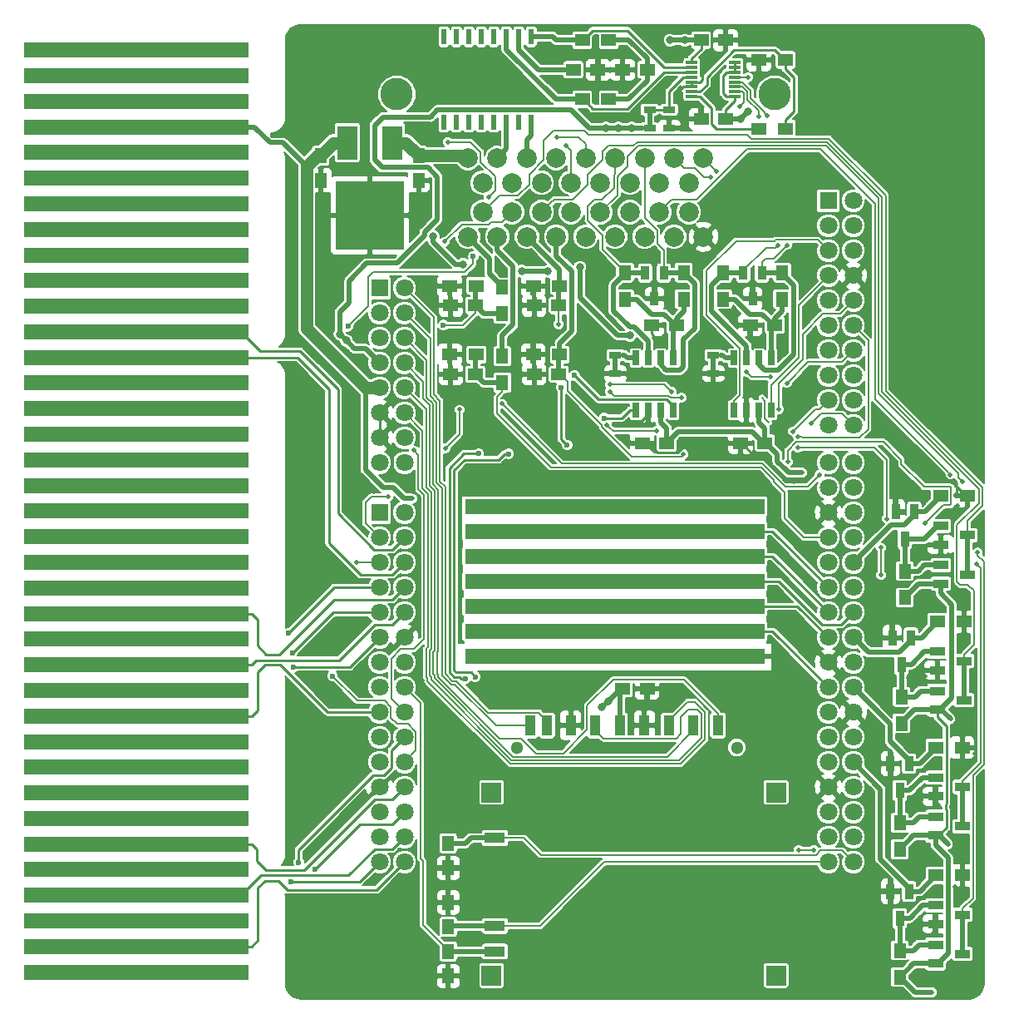
<source format=gtl>
G04 #@! TF.GenerationSoftware,KiCad,Pcbnew,(5.0.2)-1*
G04 #@! TF.CreationDate,2019-02-15T15:39:03+02:00*
G04 #@! TF.ProjectId,STM32_Shield,53544d33-325f-4536-9869-656c642e6b69,rev?*
G04 #@! TF.SameCoordinates,Original*
G04 #@! TF.FileFunction,Copper,L1,Top*
G04 #@! TF.FilePolarity,Positive*
%FSLAX46Y46*%
G04 Gerber Fmt 4.6, Leading zero omitted, Abs format (unit mm)*
G04 Created by KiCad (PCBNEW (5.0.2)-1) date 15-Feb-19 3:39:03 PM*
%MOMM*%
%LPD*%
G01*
G04 APERTURE LIST*
G04 #@! TA.AperFunction,ComponentPad*
%ADD10R,2.600000X1.600000*%
G04 #@! TD*
G04 #@! TA.AperFunction,WasherPad*
%ADD11R,2.600000X1.600000*%
G04 #@! TD*
G04 #@! TA.AperFunction,ComponentPad*
%ADD12C,3.300000*%
G04 #@! TD*
G04 #@! TA.AperFunction,ComponentPad*
%ADD13C,2.000000*%
G04 #@! TD*
G04 #@! TA.AperFunction,SMDPad,CuDef*
%ADD14R,0.508000X1.200000*%
G04 #@! TD*
G04 #@! TA.AperFunction,SMDPad,CuDef*
%ADD15R,1.300000X0.700000*%
G04 #@! TD*
G04 #@! TA.AperFunction,SMDPad,CuDef*
%ADD16R,1.500000X1.250000*%
G04 #@! TD*
G04 #@! TA.AperFunction,ComponentPad*
%ADD17R,1.800000X1.800000*%
G04 #@! TD*
G04 #@! TA.AperFunction,ComponentPad*
%ADD18C,1.800000*%
G04 #@! TD*
G04 #@! TA.AperFunction,SMDPad,CuDef*
%ADD19R,0.950000X1.587500*%
G04 #@! TD*
G04 #@! TA.AperFunction,SMDPad,CuDef*
%ADD20R,1.587500X0.950000*%
G04 #@! TD*
G04 #@! TA.AperFunction,SMDPad,CuDef*
%ADD21R,1.300000X1.500000*%
G04 #@! TD*
G04 #@! TA.AperFunction,SMDPad,CuDef*
%ADD22R,1.500000X1.300000*%
G04 #@! TD*
G04 #@! TA.AperFunction,SMDPad,CuDef*
%ADD23R,0.700000X1.500000*%
G04 #@! TD*
G04 #@! TA.AperFunction,SMDPad,CuDef*
%ADD24R,0.910000X1.400000*%
G04 #@! TD*
G04 #@! TA.AperFunction,SMDPad,CuDef*
%ADD25R,1.250000X1.500000*%
G04 #@! TD*
G04 #@! TA.AperFunction,ComponentPad*
%ADD26C,1.300000*%
G04 #@! TD*
G04 #@! TA.AperFunction,SMDPad,CuDef*
%ADD27R,2.000000X2.000000*%
G04 #@! TD*
G04 #@! TA.AperFunction,SMDPad,CuDef*
%ADD28R,2.100000X1.100000*%
G04 #@! TD*
G04 #@! TA.AperFunction,SMDPad,CuDef*
%ADD29R,1.100000X2.100000*%
G04 #@! TD*
G04 #@! TA.AperFunction,SMDPad,CuDef*
%ADD30R,0.600000X1.600000*%
G04 #@! TD*
G04 #@! TA.AperFunction,SMDPad,CuDef*
%ADD31R,1.200000X0.305000*%
G04 #@! TD*
G04 #@! TA.AperFunction,SMDPad,CuDef*
%ADD32R,2.000000X3.500000*%
G04 #@! TD*
G04 #@! TA.AperFunction,SMDPad,CuDef*
%ADD33R,7.000000X7.000000*%
G04 #@! TD*
G04 #@! TA.AperFunction,ViaPad*
%ADD34C,0.500000*%
G04 #@! TD*
G04 #@! TA.AperFunction,ViaPad*
%ADD35C,0.800000*%
G04 #@! TD*
G04 #@! TA.AperFunction,ViaPad*
%ADD36C,0.600000*%
G04 #@! TD*
G04 #@! TA.AperFunction,Conductor*
%ADD37C,0.152400*%
G04 #@! TD*
G04 #@! TA.AperFunction,Conductor*
%ADD38C,0.254000*%
G04 #@! TD*
G04 #@! TA.AperFunction,Conductor*
%ADD39C,0.508000*%
G04 #@! TD*
G04 #@! TA.AperFunction,Conductor*
%ADD40C,0.250000*%
G04 #@! TD*
G04 #@! TA.AperFunction,Conductor*
%ADD41C,1.240000*%
G04 #@! TD*
G04 #@! TA.AperFunction,Conductor*
%ADD42C,0.152000*%
G04 #@! TD*
G04 APERTURE END LIST*
D10*
G04 #@! TO.P,J6,1*
G04 #@! TO.N,+5V*
X137940000Y-104460000D03*
D11*
G04 #@! TO.P,J6,*
G04 #@! TO.N,*
X135400000Y-104460000D03*
X132860000Y-104460000D03*
X130320000Y-104460000D03*
X127780000Y-104460000D03*
X125240000Y-104460000D03*
X122700000Y-104460000D03*
X120160000Y-104460000D03*
X117620000Y-104460000D03*
X115080000Y-104460000D03*
X112540000Y-104460000D03*
X110000000Y-104460000D03*
G04 #@! TD*
D10*
G04 #@! TO.P,J15,1*
G04 #@! TO.N,PF4*
X137940000Y-107000000D03*
D11*
G04 #@! TO.P,J15,*
G04 #@! TO.N,*
X135400000Y-107000000D03*
X132860000Y-107000000D03*
X130320000Y-107000000D03*
X127780000Y-107000000D03*
X125240000Y-107000000D03*
X122700000Y-107000000D03*
X120160000Y-107000000D03*
X117620000Y-107000000D03*
X115080000Y-107000000D03*
X112540000Y-107000000D03*
X110000000Y-107000000D03*
G04 #@! TD*
D10*
G04 #@! TO.P,J16,1*
G04 #@! TO.N,PB6*
X137940000Y-109540000D03*
D11*
G04 #@! TO.P,J16,*
G04 #@! TO.N,*
X135400000Y-109540000D03*
X132860000Y-109540000D03*
X130320000Y-109540000D03*
X127780000Y-109540000D03*
X125240000Y-109540000D03*
X122700000Y-109540000D03*
X120160000Y-109540000D03*
X117620000Y-109540000D03*
X115080000Y-109540000D03*
X112540000Y-109540000D03*
X110000000Y-109540000D03*
G04 #@! TD*
D10*
G04 #@! TO.P,J17,1*
G04 #@! TO.N,PG14*
X137940000Y-112080000D03*
D11*
G04 #@! TO.P,J17,*
G04 #@! TO.N,*
X135400000Y-112080000D03*
X132860000Y-112080000D03*
X130320000Y-112080000D03*
X127780000Y-112080000D03*
X125240000Y-112080000D03*
X122700000Y-112080000D03*
X120160000Y-112080000D03*
X117620000Y-112080000D03*
X115080000Y-112080000D03*
X112540000Y-112080000D03*
X110000000Y-112080000D03*
G04 #@! TD*
D10*
G04 #@! TO.P,J18,1*
G04 #@! TO.N,PB2*
X137940000Y-114620000D03*
D11*
G04 #@! TO.P,J18,*
G04 #@! TO.N,*
X135400000Y-114620000D03*
X132860000Y-114620000D03*
X130320000Y-114620000D03*
X127780000Y-114620000D03*
X125240000Y-114620000D03*
X122700000Y-114620000D03*
X120160000Y-114620000D03*
X117620000Y-114620000D03*
X115080000Y-114620000D03*
X112540000Y-114620000D03*
X110000000Y-114620000D03*
G04 #@! TD*
D10*
G04 #@! TO.P,J19,1*
G04 #@! TO.N,PD13*
X137940000Y-117160000D03*
D11*
G04 #@! TO.P,J19,*
G04 #@! TO.N,*
X135400000Y-117160000D03*
X132860000Y-117160000D03*
X130320000Y-117160000D03*
X127780000Y-117160000D03*
X125240000Y-117160000D03*
X122700000Y-117160000D03*
X120160000Y-117160000D03*
X117620000Y-117160000D03*
X115080000Y-117160000D03*
X112540000Y-117160000D03*
X110000000Y-117160000D03*
G04 #@! TD*
D10*
G04 #@! TO.P,J20,1*
G04 #@! TO.N,GND*
X137940000Y-119700000D03*
D11*
G04 #@! TO.P,J20,*
G04 #@! TO.N,*
X135400000Y-119700000D03*
X132860000Y-119700000D03*
X130320000Y-119700000D03*
X127780000Y-119700000D03*
X125240000Y-119700000D03*
X122700000Y-119700000D03*
X120160000Y-119700000D03*
X117620000Y-119700000D03*
X115080000Y-119700000D03*
X112540000Y-119700000D03*
X110000000Y-119700000D03*
G04 #@! TD*
D10*
G04 #@! TO.P,J8,1*
G04 #@! TO.N,N/C*
X85400000Y-81461578D03*
D11*
G04 #@! TO.P,J8,*
G04 #@! TO.N,*
X82860000Y-81461578D03*
X80320000Y-81461578D03*
X77780000Y-81461578D03*
X75240000Y-81461578D03*
X72700000Y-81461578D03*
X70160000Y-81461578D03*
X67620000Y-81461578D03*
X65080000Y-81461578D03*
G04 #@! TD*
D10*
G04 #@! TO.P,J9,1*
G04 #@! TO.N,PF3*
X85400000Y-112743682D03*
D11*
G04 #@! TO.P,J9,*
G04 #@! TO.N,*
X82860000Y-112743682D03*
X80320000Y-112743682D03*
X77780000Y-112743682D03*
X75240000Y-112743682D03*
X72700000Y-112743682D03*
X70160000Y-112743682D03*
X67620000Y-112743682D03*
X65080000Y-112743682D03*
G04 #@! TD*
D10*
G04 #@! TO.P,J10,1*
G04 #@! TO.N,+12V*
X85400000Y-63213684D03*
D11*
G04 #@! TO.P,J10,*
G04 #@! TO.N,*
X82860000Y-63213684D03*
X80320000Y-63213684D03*
X77780000Y-63213684D03*
X75240000Y-63213684D03*
X72700000Y-63213684D03*
X70160000Y-63213684D03*
X67620000Y-63213684D03*
X65080000Y-63213684D03*
G04 #@! TD*
D10*
G04 #@! TO.P,J11,1*
G04 #@! TO.N,PD4*
X85400000Y-115350524D03*
D11*
G04 #@! TO.P,J11,*
G04 #@! TO.N,*
X82860000Y-115350524D03*
X80320000Y-115350524D03*
X77780000Y-115350524D03*
X75240000Y-115350524D03*
X72700000Y-115350524D03*
X70160000Y-115350524D03*
X67620000Y-115350524D03*
X65080000Y-115350524D03*
G04 #@! TD*
D10*
G04 #@! TO.P,J12,1*
G04 #@! TO.N,+5V*
X85400000Y-65820526D03*
D11*
G04 #@! TO.P,J12,*
G04 #@! TO.N,*
X82860000Y-65820526D03*
X80320000Y-65820526D03*
X77780000Y-65820526D03*
X75240000Y-65820526D03*
X72700000Y-65820526D03*
X70160000Y-65820526D03*
X67620000Y-65820526D03*
X65080000Y-65820526D03*
G04 #@! TD*
D10*
G04 #@! TO.P,J13,1*
G04 #@! TO.N,GND*
X85400000Y-68427368D03*
D11*
G04 #@! TO.P,J13,*
G04 #@! TO.N,*
X82860000Y-68427368D03*
X80320000Y-68427368D03*
X77780000Y-68427368D03*
X75240000Y-68427368D03*
X72700000Y-68427368D03*
X70160000Y-68427368D03*
X67620000Y-68427368D03*
X65080000Y-68427368D03*
G04 #@! TD*
D10*
G04 #@! TO.P,J14,1*
G04 #@! TO.N,N/C*
X85400000Y-71034210D03*
D11*
G04 #@! TO.P,J14,*
G04 #@! TO.N,*
X82860000Y-71034210D03*
X80320000Y-71034210D03*
X77780000Y-71034210D03*
X75240000Y-71034210D03*
X72700000Y-71034210D03*
X70160000Y-71034210D03*
X67620000Y-71034210D03*
X65080000Y-71034210D03*
G04 #@! TD*
D10*
G04 #@! TO.P,J21,1*
G04 #@! TO.N,N/C*
X85400000Y-73641052D03*
D11*
G04 #@! TO.P,J21,*
G04 #@! TO.N,*
X82860000Y-73641052D03*
X80320000Y-73641052D03*
X77780000Y-73641052D03*
X75240000Y-73641052D03*
X72700000Y-73641052D03*
X70160000Y-73641052D03*
X67620000Y-73641052D03*
X65080000Y-73641052D03*
G04 #@! TD*
D10*
G04 #@! TO.P,J22,1*
G04 #@! TO.N,N/C*
X85400000Y-76247894D03*
D11*
G04 #@! TO.P,J22,*
G04 #@! TO.N,*
X82860000Y-76247894D03*
X80320000Y-76247894D03*
X77780000Y-76247894D03*
X75240000Y-76247894D03*
X72700000Y-76247894D03*
X70160000Y-76247894D03*
X67620000Y-76247894D03*
X65080000Y-76247894D03*
G04 #@! TD*
D10*
G04 #@! TO.P,J23,1*
G04 #@! TO.N,N/C*
X85400000Y-58000000D03*
D11*
G04 #@! TO.P,J23,*
G04 #@! TO.N,*
X82860000Y-58000000D03*
X80320000Y-58000000D03*
X77780000Y-58000000D03*
X75240000Y-58000000D03*
X72700000Y-58000000D03*
X70160000Y-58000000D03*
X67620000Y-58000000D03*
X65080000Y-58000000D03*
G04 #@! TD*
D10*
G04 #@! TO.P,J24,1*
G04 #@! TO.N,N/C*
X85400000Y-60606842D03*
D11*
G04 #@! TO.P,J24,*
G04 #@! TO.N,*
X82860000Y-60606842D03*
X80320000Y-60606842D03*
X77780000Y-60606842D03*
X75240000Y-60606842D03*
X72700000Y-60606842D03*
X70160000Y-60606842D03*
X67620000Y-60606842D03*
X65080000Y-60606842D03*
G04 #@! TD*
D10*
G04 #@! TO.P,J25,1*
G04 #@! TO.N,N/C*
X85400000Y-84068420D03*
D11*
G04 #@! TO.P,J25,*
G04 #@! TO.N,*
X82860000Y-84068420D03*
X80320000Y-84068420D03*
X77780000Y-84068420D03*
X75240000Y-84068420D03*
X72700000Y-84068420D03*
X70160000Y-84068420D03*
X67620000Y-84068420D03*
X65080000Y-84068420D03*
G04 #@! TD*
D10*
G04 #@! TO.P,J26,1*
G04 #@! TO.N,PD6*
X85400000Y-86675262D03*
D11*
G04 #@! TO.P,J26,*
G04 #@! TO.N,*
X82860000Y-86675262D03*
X80320000Y-86675262D03*
X77780000Y-86675262D03*
X75240000Y-86675262D03*
X72700000Y-86675262D03*
X70160000Y-86675262D03*
X67620000Y-86675262D03*
X65080000Y-86675262D03*
G04 #@! TD*
D10*
G04 #@! TO.P,J27,1*
G04 #@! TO.N,PD5*
X85400000Y-89282104D03*
D11*
G04 #@! TO.P,J27,*
G04 #@! TO.N,*
X82860000Y-89282104D03*
X80320000Y-89282104D03*
X77780000Y-89282104D03*
X75240000Y-89282104D03*
X72700000Y-89282104D03*
X70160000Y-89282104D03*
X67620000Y-89282104D03*
X65080000Y-89282104D03*
G04 #@! TD*
D10*
G04 #@! TO.P,J28,1*
G04 #@! TO.N,N/C*
X85400000Y-91888946D03*
D11*
G04 #@! TO.P,J28,*
G04 #@! TO.N,*
X82860000Y-91888946D03*
X80320000Y-91888946D03*
X77780000Y-91888946D03*
X75240000Y-91888946D03*
X72700000Y-91888946D03*
X70160000Y-91888946D03*
X67620000Y-91888946D03*
X65080000Y-91888946D03*
G04 #@! TD*
D10*
G04 #@! TO.P,J29,1*
G04 #@! TO.N,N/C*
X85400000Y-94495788D03*
D11*
G04 #@! TO.P,J29,*
G04 #@! TO.N,*
X82860000Y-94495788D03*
X80320000Y-94495788D03*
X77780000Y-94495788D03*
X75240000Y-94495788D03*
X72700000Y-94495788D03*
X70160000Y-94495788D03*
X67620000Y-94495788D03*
X65080000Y-94495788D03*
G04 #@! TD*
D10*
G04 #@! TO.P,J30,1*
G04 #@! TO.N,N/C*
X85400000Y-97102630D03*
D11*
G04 #@! TO.P,J30,*
G04 #@! TO.N,*
X82860000Y-97102630D03*
X80320000Y-97102630D03*
X77780000Y-97102630D03*
X75240000Y-97102630D03*
X72700000Y-97102630D03*
X70160000Y-97102630D03*
X67620000Y-97102630D03*
X65080000Y-97102630D03*
G04 #@! TD*
D10*
G04 #@! TO.P,J31,1*
G04 #@! TO.N,N/C*
X85400000Y-99709472D03*
D11*
G04 #@! TO.P,J31,*
G04 #@! TO.N,*
X82860000Y-99709472D03*
X80320000Y-99709472D03*
X77780000Y-99709472D03*
X75240000Y-99709472D03*
X72700000Y-99709472D03*
X70160000Y-99709472D03*
X67620000Y-99709472D03*
X65080000Y-99709472D03*
G04 #@! TD*
D10*
G04 #@! TO.P,J32,1*
G04 #@! TO.N,N/C*
X85400000Y-102316314D03*
D11*
G04 #@! TO.P,J32,*
G04 #@! TO.N,*
X82860000Y-102316314D03*
X80320000Y-102316314D03*
X77780000Y-102316314D03*
X75240000Y-102316314D03*
X72700000Y-102316314D03*
X70160000Y-102316314D03*
X67620000Y-102316314D03*
X65080000Y-102316314D03*
G04 #@! TD*
D10*
G04 #@! TO.P,J33,1*
G04 #@! TO.N,N/C*
X85400000Y-104923156D03*
D11*
G04 #@! TO.P,J33,*
G04 #@! TO.N,*
X82860000Y-104923156D03*
X80320000Y-104923156D03*
X77780000Y-104923156D03*
X75240000Y-104923156D03*
X72700000Y-104923156D03*
X70160000Y-104923156D03*
X67620000Y-104923156D03*
X65080000Y-104923156D03*
G04 #@! TD*
D10*
G04 #@! TO.P,J34,1*
G04 #@! TO.N,N/C*
X85400000Y-107529998D03*
D11*
G04 #@! TO.P,J34,*
G04 #@! TO.N,*
X82860000Y-107529998D03*
X80320000Y-107529998D03*
X77780000Y-107529998D03*
X75240000Y-107529998D03*
X72700000Y-107529998D03*
X70160000Y-107529998D03*
X67620000Y-107529998D03*
X65080000Y-107529998D03*
G04 #@! TD*
D10*
G04 #@! TO.P,J35,1*
G04 #@! TO.N,N/C*
X85400000Y-110136840D03*
D11*
G04 #@! TO.P,J35,*
G04 #@! TO.N,*
X82860000Y-110136840D03*
X80320000Y-110136840D03*
X77780000Y-110136840D03*
X75240000Y-110136840D03*
X72700000Y-110136840D03*
X70160000Y-110136840D03*
X67620000Y-110136840D03*
X65080000Y-110136840D03*
G04 #@! TD*
D10*
G04 #@! TO.P,J36,1*
G04 #@! TO.N,PF5*
X85400000Y-117957366D03*
D11*
G04 #@! TO.P,J36,*
G04 #@! TO.N,*
X82860000Y-117957366D03*
X80320000Y-117957366D03*
X77780000Y-117957366D03*
X75240000Y-117957366D03*
X72700000Y-117957366D03*
X70160000Y-117957366D03*
X67620000Y-117957366D03*
X65080000Y-117957366D03*
G04 #@! TD*
D10*
G04 #@! TO.P,J37,1*
G04 #@! TO.N,PD3*
X85400000Y-120564208D03*
D11*
G04 #@! TO.P,J37,*
G04 #@! TO.N,*
X82860000Y-120564208D03*
X80320000Y-120564208D03*
X77780000Y-120564208D03*
X75240000Y-120564208D03*
X72700000Y-120564208D03*
X70160000Y-120564208D03*
X67620000Y-120564208D03*
X65080000Y-120564208D03*
G04 #@! TD*
D10*
G04 #@! TO.P,J38,1*
G04 #@! TO.N,PF10*
X85400000Y-123171050D03*
D11*
G04 #@! TO.P,J38,*
G04 #@! TO.N,*
X82860000Y-123171050D03*
X80320000Y-123171050D03*
X77780000Y-123171050D03*
X75240000Y-123171050D03*
X72700000Y-123171050D03*
X70160000Y-123171050D03*
X67620000Y-123171050D03*
X65080000Y-123171050D03*
G04 #@! TD*
D10*
G04 #@! TO.P,J39,1*
G04 #@! TO.N,PF2*
X85400000Y-125777892D03*
D11*
G04 #@! TO.P,J39,*
G04 #@! TO.N,*
X82860000Y-125777892D03*
X80320000Y-125777892D03*
X77780000Y-125777892D03*
X75240000Y-125777892D03*
X72700000Y-125777892D03*
X70160000Y-125777892D03*
X67620000Y-125777892D03*
X65080000Y-125777892D03*
G04 #@! TD*
D10*
G04 #@! TO.P,J40,1*
G04 #@! TO.N,N/C*
X85400000Y-128384734D03*
D11*
G04 #@! TO.P,J40,*
G04 #@! TO.N,*
X82860000Y-128384734D03*
X80320000Y-128384734D03*
X77780000Y-128384734D03*
X75240000Y-128384734D03*
X72700000Y-128384734D03*
X70160000Y-128384734D03*
X67620000Y-128384734D03*
X65080000Y-128384734D03*
G04 #@! TD*
D10*
G04 #@! TO.P,J41,1*
G04 #@! TO.N,N/C*
X85400000Y-130991576D03*
D11*
G04 #@! TO.P,J41,*
G04 #@! TO.N,*
X82860000Y-130991576D03*
X80320000Y-130991576D03*
X77780000Y-130991576D03*
X75240000Y-130991576D03*
X72700000Y-130991576D03*
X70160000Y-130991576D03*
X67620000Y-130991576D03*
X65080000Y-130991576D03*
G04 #@! TD*
D10*
G04 #@! TO.P,J42,1*
G04 #@! TO.N,N/C*
X85400000Y-133598418D03*
D11*
G04 #@! TO.P,J42,*
G04 #@! TO.N,*
X82860000Y-133598418D03*
X80320000Y-133598418D03*
X77780000Y-133598418D03*
X75240000Y-133598418D03*
X72700000Y-133598418D03*
X70160000Y-133598418D03*
X67620000Y-133598418D03*
X65080000Y-133598418D03*
G04 #@! TD*
D10*
G04 #@! TO.P,J43,1*
G04 #@! TO.N,PE6*
X85400000Y-136205260D03*
D11*
G04 #@! TO.P,J43,*
G04 #@! TO.N,*
X82860000Y-136205260D03*
X80320000Y-136205260D03*
X77780000Y-136205260D03*
X75240000Y-136205260D03*
X72700000Y-136205260D03*
X70160000Y-136205260D03*
X67620000Y-136205260D03*
X65080000Y-136205260D03*
G04 #@! TD*
D10*
G04 #@! TO.P,J44,1*
G04 #@! TO.N,PF8*
X85400000Y-138812102D03*
D11*
G04 #@! TO.P,J44,*
G04 #@! TO.N,*
X82860000Y-138812102D03*
X80320000Y-138812102D03*
X77780000Y-138812102D03*
X75240000Y-138812102D03*
X72700000Y-138812102D03*
X70160000Y-138812102D03*
X67620000Y-138812102D03*
X65080000Y-138812102D03*
G04 #@! TD*
D10*
G04 #@! TO.P,J45,1*
G04 #@! TO.N,PF7*
X85400000Y-141418944D03*
D11*
G04 #@! TO.P,J45,*
G04 #@! TO.N,*
X82860000Y-141418944D03*
X80320000Y-141418944D03*
X77780000Y-141418944D03*
X75240000Y-141418944D03*
X72700000Y-141418944D03*
X70160000Y-141418944D03*
X67620000Y-141418944D03*
X65080000Y-141418944D03*
G04 #@! TD*
D10*
G04 #@! TO.P,J46,1*
G04 #@! TO.N,PF9*
X85400000Y-144025786D03*
D11*
G04 #@! TO.P,J46,*
G04 #@! TO.N,*
X82860000Y-144025786D03*
X80320000Y-144025786D03*
X77780000Y-144025786D03*
X75240000Y-144025786D03*
X72700000Y-144025786D03*
X70160000Y-144025786D03*
X67620000Y-144025786D03*
X65080000Y-144025786D03*
G04 #@! TD*
D10*
G04 #@! TO.P,J47,1*
G04 #@! TO.N,PG0*
X85400000Y-146632628D03*
D11*
G04 #@! TO.P,J47,*
G04 #@! TO.N,*
X82860000Y-146632628D03*
X80320000Y-146632628D03*
X77780000Y-146632628D03*
X75240000Y-146632628D03*
X72700000Y-146632628D03*
X70160000Y-146632628D03*
X67620000Y-146632628D03*
X65080000Y-146632628D03*
G04 #@! TD*
D10*
G04 #@! TO.P,J48,1*
G04 #@! TO.N,PG1*
X85400000Y-149239470D03*
D11*
G04 #@! TO.P,J48,*
G04 #@! TO.N,*
X82860000Y-149239470D03*
X80320000Y-149239470D03*
X77780000Y-149239470D03*
X75240000Y-149239470D03*
X72700000Y-149239470D03*
X70160000Y-149239470D03*
X67620000Y-149239470D03*
X65080000Y-149239470D03*
G04 #@! TD*
D10*
G04 #@! TO.P,J49,1*
G04 #@! TO.N,N/C*
X85400000Y-151846312D03*
D11*
G04 #@! TO.P,J49,*
G04 #@! TO.N,*
X82860000Y-151846312D03*
X80320000Y-151846312D03*
X77780000Y-151846312D03*
X75240000Y-151846312D03*
X72700000Y-151846312D03*
X70160000Y-151846312D03*
X67620000Y-151846312D03*
X65080000Y-151846312D03*
G04 #@! TD*
D10*
G04 #@! TO.P,J52,1*
G04 #@! TO.N,N/C*
X85400000Y-78854736D03*
D11*
G04 #@! TO.P,J52,*
G04 #@! TO.N,*
X82860000Y-78854736D03*
X80320000Y-78854736D03*
X77780000Y-78854736D03*
X75240000Y-78854736D03*
X72700000Y-78854736D03*
X70160000Y-78854736D03*
X67620000Y-78854736D03*
X65080000Y-78854736D03*
G04 #@! TD*
D12*
G04 #@! TO.P,J3,*
G04 #@! TO.N,*
X140250000Y-62500000D03*
X101750000Y-62500000D03*
D13*
G04 #@! TO.P,J3,34*
G04 #@! TO.N,CANLO2*
X133000000Y-69000000D03*
G04 #@! TO.P,J3,33*
G04 #@! TO.N,CANHI2*
X130000000Y-69000000D03*
G04 #@! TO.P,J3,32*
G04 #@! TO.N,CANLO1*
X127000000Y-69000000D03*
G04 #@! TO.P,J3,31*
G04 #@! TO.N,CANHI1*
X124000000Y-69000000D03*
G04 #@! TO.P,J3,30*
G04 #@! TO.N,I2C2SDA*
X121000000Y-69000000D03*
G04 #@! TO.P,J3,29*
G04 #@! TO.N,I2C2SCK*
X118000000Y-69000000D03*
G04 #@! TO.P,J3,28*
G04 #@! TO.N,ISOSPI_IM*
X115000000Y-69000000D03*
G04 #@! TO.P,J3,27*
G04 #@! TO.N,ISOSPI_IP*
X112000000Y-69000000D03*
G04 #@! TO.P,J3,26*
G04 #@! TO.N,+12V*
X109000000Y-69000000D03*
G04 #@! TO.P,J3,25*
G04 #@! TO.N,DI7*
X131500000Y-71500000D03*
G04 #@! TO.P,J3,24*
G04 #@! TO.N,DI6*
X128500000Y-71500000D03*
G04 #@! TO.P,J3,23*
G04 #@! TO.N,DI5*
X125500000Y-71500000D03*
G04 #@! TO.P,J3,22*
G04 #@! TO.N,DI4*
X122500000Y-71500000D03*
G04 #@! TO.P,J3,21*
G04 #@! TO.N,DI3*
X119500000Y-71500000D03*
G04 #@! TO.P,J3,20*
G04 #@! TO.N,DI2*
X116500000Y-71500000D03*
G04 #@! TO.P,J3,19*
G04 #@! TO.N,DI1*
X113500000Y-71500000D03*
G04 #@! TO.P,J3,18*
G04 #@! TO.N,DI0*
X110500000Y-71500000D03*
G04 #@! TO.P,J3,17*
G04 #@! TO.N,DO7*
X131500000Y-74500000D03*
G04 #@! TO.P,J3,16*
G04 #@! TO.N,DO6*
X128500000Y-74500000D03*
G04 #@! TO.P,J3,15*
G04 #@! TO.N,DO5*
X125500000Y-74500000D03*
G04 #@! TO.P,J3,14*
G04 #@! TO.N,DO4*
X122500000Y-74500000D03*
G04 #@! TO.P,J3,13*
G04 #@! TO.N,DO3*
X119500000Y-74500000D03*
G04 #@! TO.P,J3,12*
G04 #@! TO.N,DO2*
X116500000Y-74500000D03*
G04 #@! TO.P,J3,11*
G04 #@! TO.N,DO1*
X113500000Y-74500000D03*
G04 #@! TO.P,J3,10*
G04 #@! TO.N,DO0*
X110500000Y-74500000D03*
G04 #@! TO.P,J3,9*
G04 #@! TO.N,GND*
X133000000Y-77000000D03*
G04 #@! TO.P,J3,8*
G04 #@! TO.N,AI3*
X130000000Y-77000000D03*
G04 #@! TO.P,J3,7*
G04 #@! TO.N,AI1*
X127000000Y-77000000D03*
G04 #@! TO.P,J3,6*
G04 #@! TO.N,AI0*
X124000000Y-77000000D03*
G04 #@! TO.P,J3,5*
G04 #@! TO.N,AI2*
X121000000Y-77000000D03*
G04 #@! TO.P,J3,4*
G04 #@! TO.N,AI4*
X118000000Y-77000000D03*
G04 #@! TO.P,J3,3*
G04 #@! TO.N,AI5*
X115000000Y-77000000D03*
G04 #@! TO.P,J3,2*
G04 #@! TO.N,AI6*
X112000000Y-77000000D03*
G04 #@! TO.P,J3,1*
G04 #@! TO.N,AI7*
X109000000Y-77000000D03*
G04 #@! TD*
D14*
G04 #@! TO.P,R37,*
G04 #@! TO.N,*
X127500000Y-65000000D03*
D15*
G04 #@! TO.P,R37,1*
G04 #@! TO.N,+3V3*
X127500000Y-65950000D03*
G04 #@! TO.P,R37,2*
G04 #@! TO.N,Net-(R37-Pad2)*
X127500000Y-64050000D03*
G04 #@! TD*
D16*
G04 #@! TO.P,C1,2*
G04 #@! TO.N,GND*
X126750000Y-98000000D03*
G04 #@! TO.P,C1,1*
G04 #@! TO.N,+5V*
X129250000Y-98000000D03*
G04 #@! TD*
G04 #@! TO.P,C2,2*
G04 #@! TO.N,GND*
X127750000Y-86000000D03*
G04 #@! TO.P,C2,1*
G04 #@! TO.N,Net-(C2-Pad1)*
X130250000Y-86000000D03*
G04 #@! TD*
G04 #@! TO.P,C3,2*
G04 #@! TO.N,GND*
X136750000Y-98000000D03*
G04 #@! TO.P,C3,1*
G04 #@! TO.N,+5V*
X139250000Y-98000000D03*
G04 #@! TD*
G04 #@! TO.P,C4,2*
G04 #@! TO.N,GND*
X137750000Y-86000000D03*
G04 #@! TO.P,C4,1*
G04 #@! TO.N,Net-(C4-Pad1)*
X140250000Y-86000000D03*
G04 #@! TD*
D17*
G04 #@! TO.P,J1,1*
G04 #@! TO.N,N/C*
X100000000Y-82220000D03*
D18*
G04 #@! TO.P,J1,3*
X100000000Y-84760000D03*
G04 #@! TO.P,J1,5*
X100000000Y-87300000D03*
G04 #@! TO.P,J1,7*
G04 #@! TO.N,+3V3*
X100000000Y-89840000D03*
G04 #@! TO.P,J1,9*
G04 #@! TO.N,+5V*
X100000000Y-92380000D03*
G04 #@! TO.P,J1,11*
G04 #@! TO.N,GND*
X100000000Y-94920000D03*
G04 #@! TO.P,J1,13*
X100000000Y-97460000D03*
G04 #@! TO.P,J1,15*
G04 #@! TO.N,N/C*
X100000000Y-100000000D03*
G04 #@! TO.P,J1,2*
G04 #@! TO.N,PC8*
X102540000Y-82220000D03*
G04 #@! TO.P,J1,4*
G04 #@! TO.N,PC9*
X102540000Y-84760000D03*
G04 #@! TO.P,J1,6*
G04 #@! TO.N,PC10*
X102540000Y-87300000D03*
G04 #@! TO.P,J1,8*
G04 #@! TO.N,PC11*
X102540000Y-89840000D03*
G04 #@! TO.P,J1,10*
G04 #@! TO.N,PC12*
X102540000Y-92380000D03*
G04 #@! TO.P,J1,12*
G04 #@! TO.N,PD2*
X102540000Y-94920000D03*
G04 #@! TO.P,J1,14*
G04 #@! TO.N,N/C*
X102540000Y-97460000D03*
G04 #@! TO.P,J1,16*
X102540000Y-100000000D03*
G04 #@! TD*
D17*
G04 #@! TO.P,J2,1*
G04 #@! TO.N,PA3*
X100000000Y-105080000D03*
D18*
G04 #@! TO.P,J2,3*
G04 #@! TO.N,PC0*
X100000000Y-107620000D03*
G04 #@! TO.P,J2,5*
G04 #@! TO.N,PC3*
X100000000Y-110160000D03*
G04 #@! TO.P,J2,7*
G04 #@! TO.N,PF3*
X100000000Y-112700000D03*
G04 #@! TO.P,J2,9*
G04 #@! TO.N,PF5*
X100000000Y-115240000D03*
G04 #@! TO.P,J2,11*
G04 #@! TO.N,PF10*
X100000000Y-117780000D03*
G04 #@! TO.P,J2,13*
G04 #@! TO.N,N/C*
X100000000Y-120320000D03*
G04 #@! TO.P,J2,15*
X100000000Y-122860000D03*
G04 #@! TO.P,J2,17*
G04 #@! TO.N,PF2*
X100000000Y-125400000D03*
G04 #@! TO.P,J2,19*
G04 #@! TO.N,I2C2SCK*
X100000000Y-127940000D03*
G04 #@! TO.P,J2,21*
G04 #@! TO.N,I2C2SDA*
X100000000Y-130480000D03*
G04 #@! TO.P,J2,23*
G04 #@! TO.N,GND*
X100000000Y-133020000D03*
G04 #@! TO.P,J2,25*
G04 #@! TO.N,PD0*
X100000000Y-135560000D03*
G04 #@! TO.P,J2,27*
G04 #@! TO.N,PD1*
X100000000Y-138100000D03*
G04 #@! TO.P,J2,29*
G04 #@! TO.N,PG0*
X100000000Y-140640000D03*
G04 #@! TO.P,J2,2*
G04 #@! TO.N,N/C*
X102540000Y-105080000D03*
G04 #@! TO.P,J2,4*
G04 #@! TO.N,PD6*
X102540000Y-107620000D03*
G04 #@! TO.P,J2,6*
G04 #@! TO.N,PD5*
X102540000Y-110160000D03*
G04 #@! TO.P,J2,8*
G04 #@! TO.N,PD4*
X102540000Y-112700000D03*
G04 #@! TO.P,J2,10*
G04 #@! TO.N,PD3*
X102540000Y-115240000D03*
G04 #@! TO.P,J2,12*
G04 #@! TO.N,GND*
X102540000Y-117780000D03*
G04 #@! TO.P,J2,14*
G04 #@! TO.N,N/C*
X102540000Y-120320000D03*
G04 #@! TO.P,J2,16*
G04 #@! TO.N,PE4*
X102540000Y-122860000D03*
G04 #@! TO.P,J2,18*
G04 #@! TO.N,PE5*
X102540000Y-125400000D03*
G04 #@! TO.P,J2,20*
G04 #@! TO.N,PE6*
X102540000Y-127940000D03*
G04 #@! TO.P,J2,22*
G04 #@! TO.N,DI4*
X102540000Y-130480000D03*
G04 #@! TO.P,J2,24*
G04 #@! TO.N,PF8*
X102540000Y-133020000D03*
G04 #@! TO.P,J2,26*
G04 #@! TO.N,PF7*
X102540000Y-135560000D03*
G04 #@! TO.P,J2,28*
G04 #@! TO.N,PF9*
X102540000Y-138100000D03*
G04 #@! TO.P,J2,30*
G04 #@! TO.N,PG1*
X102540000Y-140640000D03*
G04 #@! TD*
D17*
G04 #@! TO.P,J4,1*
G04 #@! TO.N,N/C*
X145720000Y-73340000D03*
D18*
G04 #@! TO.P,J4,3*
X145720000Y-75880000D03*
G04 #@! TO.P,J4,5*
G04 #@! TO.N,PB13*
X145720000Y-78420000D03*
G04 #@! TO.P,J4,7*
G04 #@! TO.N,PB12*
X145720000Y-80960000D03*
G04 #@! TO.P,J4,9*
G04 #@! TO.N,N/C*
X145720000Y-83500000D03*
G04 #@! TO.P,J4,11*
X145720000Y-86040000D03*
G04 #@! TO.P,J4,13*
X145720000Y-88580000D03*
G04 #@! TO.P,J4,15*
X145720000Y-91120000D03*
G04 #@! TO.P,J4,17*
G04 #@! TO.N,PA4*
X145720000Y-93660000D03*
G04 #@! TO.P,J4,19*
G04 #@! TO.N,N/C*
X145720000Y-96200000D03*
G04 #@! TO.P,J4,2*
G04 #@! TO.N,DI0*
X148260000Y-73340000D03*
G04 #@! TO.P,J4,4*
G04 #@! TO.N,DI1*
X148260000Y-75880000D03*
G04 #@! TO.P,J4,6*
G04 #@! TO.N,N/C*
X148260000Y-78420000D03*
G04 #@! TO.P,J4,8*
G04 #@! TO.N,GND*
X148260000Y-80960000D03*
G04 #@! TO.P,J4,10*
G04 #@! TO.N,PA5*
X148260000Y-83500000D03*
G04 #@! TO.P,J4,12*
G04 #@! TO.N,AI4*
X148260000Y-86040000D03*
G04 #@! TO.P,J4,14*
G04 #@! TO.N,AI5*
X148260000Y-88580000D03*
G04 #@! TO.P,J4,16*
G04 #@! TO.N,DI2*
X148260000Y-91120000D03*
G04 #@! TO.P,J4,18*
G04 #@! TO.N,DI3*
X148260000Y-93660000D03*
G04 #@! TO.P,J4,20*
G04 #@! TO.N,DI7*
X148260000Y-96200000D03*
G04 #@! TD*
G04 #@! TO.P,J5,1*
G04 #@! TO.N,N/C*
X145720000Y-100000000D03*
G04 #@! TO.P,J5,3*
X145720000Y-102540000D03*
G04 #@! TO.P,J5,5*
G04 #@! TO.N,GND*
X145720000Y-105080000D03*
G04 #@! TO.P,J5,7*
G04 #@! TO.N,PB1*
X145720000Y-107620000D03*
G04 #@! TO.P,J5,9*
G04 #@! TO.N,PC2*
X145720000Y-110160000D03*
G04 #@! TO.P,J5,11*
G04 #@! TO.N,PF4*
X145720000Y-112700000D03*
G04 #@! TO.P,J5,13*
G04 #@! TO.N,PB6*
X145720000Y-115240000D03*
G04 #@! TO.P,J5,15*
G04 #@! TO.N,PB2*
X145720000Y-117780000D03*
G04 #@! TO.P,J5,17*
G04 #@! TO.N,GND*
X145720000Y-120320000D03*
G04 #@! TO.P,J5,19*
G04 #@! TO.N,PD13*
X145720000Y-122860000D03*
G04 #@! TO.P,J5,21*
G04 #@! TO.N,N/C*
X145720000Y-125400000D03*
G04 #@! TO.P,J5,23*
X145720000Y-127940000D03*
G04 #@! TO.P,J5,25*
G04 #@! TO.N,DI5*
X145720000Y-130480000D03*
G04 #@! TO.P,J5,27*
G04 #@! TO.N,GND*
X145720000Y-133020000D03*
G04 #@! TO.P,J5,29*
G04 #@! TO.N,PA0*
X145720000Y-135560000D03*
G04 #@! TO.P,J5,31*
G04 #@! TO.N,N/C*
X145720000Y-138100000D03*
G04 #@! TO.P,J5,33*
G04 #@! TO.N,PE0*
X145720000Y-140640000D03*
G04 #@! TO.P,J5,2*
G04 #@! TO.N,N/C*
X148260000Y-100000000D03*
G04 #@! TO.P,J5,4*
X148260000Y-102540000D03*
G04 #@! TO.P,J5,6*
G04 #@! TO.N,DI6*
X148260000Y-105080000D03*
G04 #@! TO.P,J5,8*
G04 #@! TO.N,N/C*
X148260000Y-107620000D03*
G04 #@! TO.P,J5,10*
G04 #@! TO.N,PE13*
X148260000Y-110160000D03*
G04 #@! TO.P,J5,12*
G04 #@! TO.N,PF15*
X148260000Y-112700000D03*
G04 #@! TO.P,J5,14*
G04 #@! TO.N,PG14*
X148260000Y-115240000D03*
G04 #@! TO.P,J5,16*
G04 #@! TO.N,PG9*
X148260000Y-117780000D03*
G04 #@! TO.P,J5,18*
G04 #@! TO.N,PE8*
X148260000Y-120320000D03*
G04 #@! TO.P,J5,20*
G04 #@! TO.N,PE7*
X148260000Y-122860000D03*
G04 #@! TO.P,J5,22*
G04 #@! TO.N,GND*
X148260000Y-125400000D03*
G04 #@! TO.P,J5,24*
G04 #@! TO.N,PE10*
X148260000Y-127940000D03*
G04 #@! TO.P,J5,26*
G04 #@! TO.N,PE12*
X148260000Y-130480000D03*
G04 #@! TO.P,J5,28*
G04 #@! TO.N,PE14*
X148260000Y-133020000D03*
G04 #@! TO.P,J5,30*
G04 #@! TO.N,N/C*
X148260000Y-135560000D03*
G04 #@! TO.P,J5,32*
G04 #@! TO.N,PB10*
X148260000Y-138100000D03*
G04 #@! TO.P,J5,34*
G04 #@! TO.N,PB11*
X148260000Y-140640000D03*
G04 #@! TD*
D19*
G04 #@! TO.P,Q1,3*
G04 #@! TO.N,Net-(Q1-Pad3)*
X153519689Y-107747679D03*
G04 #@! TO.P,Q1,2*
G04 #@! TO.N,GND*
X152569689Y-105010179D03*
G04 #@! TO.P,Q1,1*
G04 #@! TO.N,PE13*
X154469689Y-105010179D03*
G04 #@! TD*
G04 #@! TO.P,Q2,3*
G04 #@! TO.N,Net-(Q18-Pad1)*
X153000000Y-133368750D03*
G04 #@! TO.P,Q2,2*
G04 #@! TO.N,GND*
X152050000Y-130631250D03*
G04 #@! TO.P,Q2,1*
G04 #@! TO.N,PE7*
X153950000Y-130631250D03*
G04 #@! TD*
D20*
G04 #@! TO.P,Q3,3*
G04 #@! TO.N,DO0*
X159888439Y-111378929D03*
G04 #@! TO.P,Q3,2*
G04 #@! TO.N,+5V*
X157150939Y-112328929D03*
G04 #@! TO.P,Q3,1*
G04 #@! TO.N,Net-(Q1-Pad3)*
X157150939Y-110428929D03*
G04 #@! TD*
G04 #@! TO.P,Q4,3*
G04 #@! TO.N,DO4*
X159368750Y-137000000D03*
G04 #@! TO.P,Q4,2*
G04 #@! TO.N,+5V*
X156631250Y-137950000D03*
G04 #@! TO.P,Q4,1*
G04 #@! TO.N,Net-(Q18-Pad1)*
X156631250Y-136050000D03*
G04 #@! TD*
D19*
G04 #@! TO.P,Q9,3*
G04 #@! TO.N,Net-(Q11-Pad1)*
X153176234Y-120550810D03*
G04 #@! TO.P,Q9,2*
G04 #@! TO.N,GND*
X152226234Y-117813310D03*
G04 #@! TO.P,Q9,1*
G04 #@! TO.N,PG9*
X154126234Y-117813310D03*
G04 #@! TD*
G04 #@! TO.P,Q10,3*
G04 #@! TO.N,Net-(Q10-Pad3)*
X153000000Y-146368750D03*
G04 #@! TO.P,Q10,2*
G04 #@! TO.N,GND*
X152050000Y-143631250D03*
G04 #@! TO.P,Q10,1*
G04 #@! TO.N,PE12*
X153950000Y-143631250D03*
G04 #@! TD*
D20*
G04 #@! TO.P,Q11,3*
G04 #@! TO.N,DO2*
X159544984Y-124182060D03*
G04 #@! TO.P,Q11,2*
G04 #@! TO.N,+5V*
X156807484Y-125132060D03*
G04 #@! TO.P,Q11,1*
G04 #@! TO.N,Net-(Q11-Pad1)*
X156807484Y-123232060D03*
G04 #@! TD*
G04 #@! TO.P,Q12,3*
G04 #@! TO.N,DO6*
X159368750Y-150000000D03*
G04 #@! TO.P,Q12,2*
G04 #@! TO.N,+5V*
X156631250Y-150950000D03*
G04 #@! TO.P,Q12,1*
G04 #@! TO.N,Net-(Q10-Pad3)*
X156631250Y-149050000D03*
G04 #@! TD*
D14*
G04 #@! TO.P,R1,*
G04 #@! TO.N,*
X124000000Y-90000000D03*
D15*
G04 #@! TO.P,R1,1*
G04 #@! TO.N,Net-(R1-Pad1)*
X124000000Y-89050000D03*
G04 #@! TO.P,R1,2*
G04 #@! TO.N,GND*
X124000000Y-90950000D03*
G04 #@! TD*
D21*
G04 #@! TO.P,R2,2*
G04 #@! TO.N,Net-(C2-Pad1)*
X125000000Y-83350000D03*
G04 #@! TO.P,R2,1*
G04 #@! TO.N,CANHI1*
X125000000Y-80650000D03*
G04 #@! TD*
G04 #@! TO.P,R3,2*
G04 #@! TO.N,Net-(C2-Pad1)*
X131000000Y-83350000D03*
G04 #@! TO.P,R3,1*
G04 #@! TO.N,CANLO1*
X131000000Y-80650000D03*
G04 #@! TD*
D14*
G04 #@! TO.P,R4,*
G04 #@! TO.N,*
X134000000Y-90000000D03*
D15*
G04 #@! TO.P,R4,1*
G04 #@! TO.N,Net-(R4-Pad1)*
X134000000Y-89050000D03*
G04 #@! TO.P,R4,2*
G04 #@! TO.N,GND*
X134000000Y-90950000D03*
G04 #@! TD*
D21*
G04 #@! TO.P,R5,2*
G04 #@! TO.N,Net-(C4-Pad1)*
X135000000Y-83350000D03*
G04 #@! TO.P,R5,1*
G04 #@! TO.N,CANHI2*
X135000000Y-80650000D03*
G04 #@! TD*
G04 #@! TO.P,R6,2*
G04 #@! TO.N,Net-(C4-Pad1)*
X141000000Y-83350000D03*
G04 #@! TO.P,R6,1*
G04 #@! TO.N,CANLO2*
X141000000Y-80650000D03*
G04 #@! TD*
D22*
G04 #@! TO.P,R15,2*
G04 #@! TO.N,GND*
X115650000Y-89000000D03*
G04 #@! TO.P,R15,1*
G04 #@! TO.N,AI4*
X118350000Y-89000000D03*
G04 #@! TD*
G04 #@! TO.P,R16,2*
G04 #@! TO.N,GND*
X115650000Y-82000000D03*
G04 #@! TO.P,R16,1*
G04 #@! TO.N,AI5*
X118350000Y-82000000D03*
G04 #@! TD*
G04 #@! TO.P,R17,2*
G04 #@! TO.N,GND*
X107150000Y-89000000D03*
G04 #@! TO.P,R17,1*
G04 #@! TO.N,PB1*
X109850000Y-89000000D03*
G04 #@! TD*
G04 #@! TO.P,R18,2*
G04 #@! TO.N,GND*
X107150000Y-82000000D03*
G04 #@! TO.P,R18,1*
G04 #@! TO.N,PC0*
X109850000Y-82000000D03*
G04 #@! TD*
G04 #@! TO.P,R19,2*
G04 #@! TO.N,GND*
X159869689Y-103378929D03*
G04 #@! TO.P,R19,1*
G04 #@! TO.N,PE13*
X157169689Y-103378929D03*
G04 #@! TD*
G04 #@! TO.P,R20,2*
G04 #@! TO.N,GND*
X159350000Y-129000000D03*
G04 #@! TO.P,R20,1*
G04 #@! TO.N,PE7*
X156650000Y-129000000D03*
G04 #@! TD*
D21*
G04 #@! TO.P,R21,2*
G04 #@! TO.N,Net-(Q1-Pad3)*
X153519689Y-111028929D03*
G04 #@! TO.P,R21,1*
G04 #@! TO.N,+5V*
X153519689Y-113728929D03*
G04 #@! TD*
G04 #@! TO.P,R22,2*
G04 #@! TO.N,Net-(Q18-Pad1)*
X153000000Y-136650000D03*
G04 #@! TO.P,R22,1*
G04 #@! TO.N,+5V*
X153000000Y-139350000D03*
G04 #@! TD*
D22*
G04 #@! TO.P,R27,2*
G04 #@! TO.N,GND*
X159526234Y-116182060D03*
G04 #@! TO.P,R27,1*
G04 #@! TO.N,PG9*
X156826234Y-116182060D03*
G04 #@! TD*
G04 #@! TO.P,R28,2*
G04 #@! TO.N,GND*
X159350000Y-142000000D03*
G04 #@! TO.P,R28,1*
G04 #@! TO.N,PE12*
X156650000Y-142000000D03*
G04 #@! TD*
D21*
G04 #@! TO.P,R29,2*
G04 #@! TO.N,Net-(Q11-Pad1)*
X153176234Y-123832060D03*
G04 #@! TO.P,R29,1*
G04 #@! TO.N,+5V*
X153176234Y-126532060D03*
G04 #@! TD*
G04 #@! TO.P,R30,2*
G04 #@! TO.N,Net-(Q10-Pad3)*
X153000000Y-149650000D03*
G04 #@! TO.P,R30,1*
G04 #@! TO.N,+5V*
X153000000Y-152350000D03*
G04 #@! TD*
D23*
G04 #@! TO.P,U1,8*
G04 #@! TO.N,Net-(R1-Pad1)*
X126095000Y-89350000D03*
G04 #@! TO.P,U1,7*
G04 #@! TO.N,CANHI1*
X127365000Y-89350000D03*
G04 #@! TO.P,U1,6*
G04 #@! TO.N,CANLO1*
X128635000Y-89350000D03*
G04 #@! TO.P,U1,5*
G04 #@! TO.N,Net-(C2-Pad1)*
X129905000Y-89350000D03*
G04 #@! TO.P,U1,4*
G04 #@! TO.N,PD0*
X129905000Y-94650000D03*
G04 #@! TO.P,U1,3*
G04 #@! TO.N,+5V*
X128635000Y-94650000D03*
G04 #@! TO.P,U1,2*
G04 #@! TO.N,GND*
X127365000Y-94650000D03*
G04 #@! TO.P,U1,1*
G04 #@! TO.N,PD1*
X126095000Y-94650000D03*
G04 #@! TD*
D16*
G04 #@! TO.P,C15,2*
G04 #@! TO.N,GND*
X115750000Y-91000000D03*
G04 #@! TO.P,C15,1*
G04 #@! TO.N,AI4*
X118250000Y-91000000D03*
G04 #@! TD*
G04 #@! TO.P,C16,2*
G04 #@! TO.N,GND*
X115750000Y-84000000D03*
G04 #@! TO.P,C16,1*
G04 #@! TO.N,AI5*
X118250000Y-84000000D03*
G04 #@! TD*
G04 #@! TO.P,C17,2*
G04 #@! TO.N,GND*
X107250000Y-91000000D03*
G04 #@! TO.P,C17,1*
G04 #@! TO.N,PB1*
X109750000Y-91000000D03*
G04 #@! TD*
G04 #@! TO.P,C18,2*
G04 #@! TO.N,GND*
X107250000Y-84000000D03*
G04 #@! TO.P,C18,1*
G04 #@! TO.N,PC0*
X109750000Y-84000000D03*
G04 #@! TD*
D24*
G04 #@! TO.P,D1,3*
G04 #@! TO.N,GND*
X128000000Y-83300000D03*
G04 #@! TO.P,D1,2*
G04 #@! TO.N,CANHI1*
X127050000Y-80700000D03*
G04 #@! TO.P,D1,1*
G04 #@! TO.N,CANLO1*
X128950000Y-80700000D03*
G04 #@! TD*
G04 #@! TO.P,D2,3*
G04 #@! TO.N,GND*
X138000000Y-83300000D03*
G04 #@! TO.P,D2,2*
G04 #@! TO.N,CANHI2*
X137050000Y-80700000D03*
G04 #@! TO.P,D2,1*
G04 #@! TO.N,CANLO2*
X138950000Y-80700000D03*
G04 #@! TD*
D23*
G04 #@! TO.P,U2,8*
G04 #@! TO.N,Net-(R4-Pad1)*
X136095000Y-89350000D03*
G04 #@! TO.P,U2,7*
G04 #@! TO.N,CANHI2*
X137365000Y-89350000D03*
G04 #@! TO.P,U2,6*
G04 #@! TO.N,CANLO2*
X138635000Y-89350000D03*
G04 #@! TO.P,U2,5*
G04 #@! TO.N,Net-(C4-Pad1)*
X139905000Y-89350000D03*
G04 #@! TO.P,U2,4*
G04 #@! TO.N,PB12*
X139905000Y-94650000D03*
G04 #@! TO.P,U2,3*
G04 #@! TO.N,+5V*
X138635000Y-94650000D03*
G04 #@! TO.P,U2,2*
G04 #@! TO.N,GND*
X137365000Y-94650000D03*
G04 #@! TO.P,U2,1*
G04 #@! TO.N,PB13*
X136095000Y-94650000D03*
G04 #@! TD*
D25*
G04 #@! TO.P,C19,2*
G04 #@! TO.N,GND*
X104000000Y-71250000D03*
G04 #@! TO.P,C19,1*
G04 #@! TO.N,+12V*
X104000000Y-68750000D03*
G04 #@! TD*
G04 #@! TO.P,C20,2*
G04 #@! TO.N,GND*
X107000000Y-141250000D03*
G04 #@! TO.P,C20,1*
G04 #@! TO.N,PB11*
X107000000Y-138750000D03*
G04 #@! TD*
G04 #@! TO.P,C21,2*
G04 #@! TO.N,GND*
X107000000Y-144750000D03*
G04 #@! TO.P,C21,1*
G04 #@! TO.N,PE0*
X107000000Y-147250000D03*
G04 #@! TD*
G04 #@! TO.P,C22,2*
G04 #@! TO.N,GND*
X107000000Y-152250000D03*
G04 #@! TO.P,C22,1*
G04 #@! TO.N,PE4*
X107000000Y-149750000D03*
G04 #@! TD*
D16*
G04 #@! TO.P,C23,2*
G04 #@! TO.N,+3V3*
X124750000Y-123000000D03*
G04 #@! TO.P,C23,1*
G04 #@! TO.N,GND*
X127250000Y-123000000D03*
G04 #@! TD*
G04 #@! TO.P,C24,2*
G04 #@! TO.N,+3V3*
X135250000Y-65000000D03*
G04 #@! TO.P,C24,1*
G04 #@! TO.N,GND*
X132750000Y-65000000D03*
G04 #@! TD*
G04 #@! TO.P,C25,2*
G04 #@! TO.N,+3V3*
X132750000Y-57000000D03*
G04 #@! TO.P,C25,1*
G04 #@! TO.N,GND*
X135250000Y-57000000D03*
G04 #@! TD*
G04 #@! TO.P,C26,2*
G04 #@! TO.N,GND*
X124750000Y-60000000D03*
G04 #@! TO.P,C26,1*
G04 #@! TO.N,Net-(C26-Pad1)*
X127250000Y-60000000D03*
G04 #@! TD*
G04 #@! TO.P,C27,2*
G04 #@! TO.N,GND*
X122250000Y-60000000D03*
G04 #@! TO.P,C27,1*
G04 #@! TO.N,Net-(C27-Pad1)*
X119750000Y-60000000D03*
G04 #@! TD*
D25*
G04 #@! TO.P,C28,2*
G04 #@! TO.N,GND*
X94000000Y-71250000D03*
G04 #@! TO.P,C28,1*
G04 #@! TO.N,+5V*
X94000000Y-68750000D03*
G04 #@! TD*
D26*
G04 #@! TO.P,J7,*
G04 #@! TO.N,*
X114000000Y-129000000D03*
X136400000Y-129000000D03*
D27*
X140400000Y-133550000D03*
X140400000Y-152200000D03*
X111400000Y-152200000D03*
X111400000Y-133550000D03*
D28*
G04 #@! TO.P,J7,12*
G04 #@! TO.N,PE4*
X111750000Y-149750000D03*
G04 #@! TO.P,J7,11*
G04 #@! TO.N,PE0*
X111750000Y-147150000D03*
G04 #@! TO.P,J7,10*
G04 #@! TO.N,PB11*
X111750000Y-138200000D03*
D29*
G04 #@! TO.P,J7,8*
G04 #@! TO.N,PC9*
X115350000Y-126750000D03*
G04 #@! TO.P,J7,7*
G04 #@! TO.N,PC8*
X117050000Y-126750000D03*
G04 #@! TO.P,J7,6*
G04 #@! TO.N,GND*
X119475000Y-126750000D03*
G04 #@! TO.P,J7,5*
G04 #@! TO.N,PC12*
X121975000Y-126750000D03*
G04 #@! TO.P,J7,4*
G04 #@! TO.N,+3V3*
X124475000Y-126750000D03*
G04 #@! TO.P,J7,3*
G04 #@! TO.N,GND*
X126975000Y-126750000D03*
G04 #@! TO.P,J7,2*
G04 #@! TO.N,PD2*
X129475000Y-126750000D03*
G04 #@! TO.P,J7,1*
G04 #@! TO.N,PC11*
X131975000Y-126750000D03*
G04 #@! TO.P,J7,9*
G04 #@! TO.N,PC10*
X134475000Y-126750000D03*
G04 #@! TD*
D20*
G04 #@! TO.P,Q17,3*
G04 #@! TO.N,DO0*
X159888439Y-107378929D03*
G04 #@! TO.P,Q17,2*
G04 #@! TO.N,GND*
X157150939Y-108328929D03*
G04 #@! TO.P,Q17,1*
G04 #@! TO.N,Net-(Q1-Pad3)*
X157150939Y-106428929D03*
G04 #@! TD*
G04 #@! TO.P,Q18,3*
G04 #@! TO.N,DO4*
X159368750Y-133000000D03*
G04 #@! TO.P,Q18,2*
G04 #@! TO.N,GND*
X156631250Y-133950000D03*
G04 #@! TO.P,Q18,1*
G04 #@! TO.N,Net-(Q18-Pad1)*
X156631250Y-132050000D03*
G04 #@! TD*
G04 #@! TO.P,Q21,3*
G04 #@! TO.N,DO2*
X159544984Y-120182060D03*
G04 #@! TO.P,Q21,2*
G04 #@! TO.N,GND*
X156807484Y-121132060D03*
G04 #@! TO.P,Q21,1*
G04 #@! TO.N,Net-(Q11-Pad1)*
X156807484Y-119232060D03*
G04 #@! TD*
G04 #@! TO.P,Q22,3*
G04 #@! TO.N,DO6*
X159368750Y-146000000D03*
G04 #@! TO.P,Q22,2*
G04 #@! TO.N,GND*
X156631250Y-146950000D03*
G04 #@! TO.P,Q22,1*
G04 #@! TO.N,Net-(Q10-Pad3)*
X156631250Y-145050000D03*
G04 #@! TD*
D15*
G04 #@! TO.P,R38,1*
G04 #@! TO.N,GND*
X129500000Y-65950000D03*
G04 #@! TO.P,R38,2*
G04 #@! TO.N,Net-(R37-Pad2)*
X129500000Y-64050000D03*
G04 #@! TD*
D22*
G04 #@! TO.P,R39,2*
G04 #@! TO.N,Net-(R39-Pad2)*
X141350000Y-66000000D03*
G04 #@! TO.P,R39,1*
G04 #@! TO.N,Net-(R39-Pad1)*
X138650000Y-66000000D03*
G04 #@! TD*
G04 #@! TO.P,R40,2*
G04 #@! TO.N,Net-(R39-Pad2)*
X141350000Y-59000000D03*
G04 #@! TO.P,R40,1*
G04 #@! TO.N,GND*
X138650000Y-59000000D03*
G04 #@! TD*
G04 #@! TO.P,R41,2*
G04 #@! TO.N,Net-(C26-Pad1)*
X123350000Y-57000000D03*
G04 #@! TO.P,R41,1*
G04 #@! TO.N,Net-(R41-Pad1)*
X120650000Y-57000000D03*
G04 #@! TD*
G04 #@! TO.P,R42,2*
G04 #@! TO.N,Net-(R42-Pad2)*
X120650000Y-63000000D03*
G04 #@! TO.P,R42,1*
G04 #@! TO.N,Net-(C26-Pad1)*
X123350000Y-63000000D03*
G04 #@! TD*
D30*
G04 #@! TO.P,T1,12*
G04 #@! TO.N,ISOSPI_IM*
X115445000Y-65355000D03*
G04 #@! TO.P,T1,11*
G04 #@! TO.N,N/C*
X114175000Y-65355000D03*
G04 #@! TO.P,T1,10*
G04 #@! TO.N,ISOSPI_IP*
X112905000Y-65355000D03*
G04 #@! TO.P,T1,*
G04 #@! TO.N,*
X111635000Y-65355000D03*
X110365000Y-65355000D03*
G04 #@! TO.P,T1,9*
G04 #@! TO.N,N/C*
X109095000Y-65355000D03*
G04 #@! TO.P,T1,8*
X107825000Y-65355000D03*
G04 #@! TO.P,T1,7*
X106555000Y-65355000D03*
G04 #@! TO.P,T1,6*
X106555000Y-56645000D03*
G04 #@! TO.P,T1,5*
X107825000Y-56645000D03*
G04 #@! TO.P,T1,4*
X109095000Y-56645000D03*
G04 #@! TO.P,T1,*
G04 #@! TO.N,*
X110365000Y-56645000D03*
X111635000Y-56645000D03*
G04 #@! TO.P,T1,3*
G04 #@! TO.N,Net-(R42-Pad2)*
X112905000Y-56645000D03*
G04 #@! TO.P,T1,2*
G04 #@! TO.N,Net-(C27-Pad1)*
X114175000Y-56645000D03*
G04 #@! TO.P,T1,1*
G04 #@! TO.N,Net-(R41-Pad1)*
X115445000Y-56645000D03*
G04 #@! TD*
D31*
G04 #@! TO.P,U5,16*
G04 #@! TO.N,Net-(R39-Pad1)*
X131800000Y-62750000D03*
G04 #@! TO.P,U5,15*
G04 #@! TO.N,Net-(R39-Pad2)*
X131800000Y-62250000D03*
G04 #@! TO.P,U5,14*
G04 #@! TO.N,GND*
X131800000Y-61750000D03*
G04 #@! TO.P,U5,13*
X131800000Y-61250000D03*
G04 #@! TO.P,U5,12*
G04 #@! TO.N,Net-(R37-Pad2)*
X131800000Y-60750000D03*
G04 #@! TO.P,U5,11*
G04 #@! TO.N,Net-(R42-Pad2)*
X131800000Y-60250000D03*
G04 #@! TO.P,U5,10*
G04 #@! TO.N,Net-(R41-Pad1)*
X131800000Y-59750000D03*
G04 #@! TO.P,U5,9*
G04 #@! TO.N,+3V3*
X131800000Y-59250000D03*
G04 #@! TO.P,U5,8*
X136200000Y-59250000D03*
G04 #@! TO.P,U5,7*
X136200000Y-59750000D03*
G04 #@! TO.P,U5,6*
X136200000Y-60250000D03*
G04 #@! TO.P,U5,5*
G04 #@! TO.N,PE5*
X136200000Y-60750000D03*
G04 #@! TO.P,U5,4*
G04 #@! TO.N,PB10*
X136200000Y-61250000D03*
G04 #@! TO.P,U5,3*
G04 #@! TO.N,PC2*
X136200000Y-61750000D03*
G04 #@! TO.P,U5,2*
G04 #@! TO.N,PC3*
X136200000Y-62250000D03*
G04 #@! TO.P,U5,1*
G04 #@! TO.N,+3V3*
X136200000Y-62750000D03*
G04 #@! TD*
D32*
G04 #@! TO.P,U6,1*
G04 #@! TO.N,+12V*
X101300000Y-67425000D03*
G04 #@! TO.P,U6,3*
G04 #@! TO.N,+5V*
X96720000Y-67425000D03*
D33*
G04 #@! TO.P,U6,2*
G04 #@! TO.N,GND*
X99000000Y-74825000D03*
G04 #@! TD*
D21*
G04 #@! TO.P,R35,1*
G04 #@! TO.N,AI6*
X112500000Y-89150000D03*
G04 #@! TO.P,R35,2*
G04 #@! TO.N,PB1*
X112500000Y-91850000D03*
G04 #@! TD*
G04 #@! TO.P,R36,2*
G04 #@! TO.N,PC0*
X112500000Y-84850000D03*
G04 #@! TO.P,R36,1*
G04 #@! TO.N,AI7*
X112500000Y-82150000D03*
G04 #@! TD*
D34*
G04 #@! TO.N,GND*
X125900000Y-124900000D03*
X127900000Y-124900000D03*
X129900000Y-122900000D03*
X126900000Y-128900000D03*
X123900000Y-128900000D03*
X115900000Y-135900000D03*
X134900000Y-132900000D03*
X113900000Y-142900000D03*
X137900000Y-144900000D03*
X117900000Y-151900000D03*
X119900000Y-122900000D03*
X111900000Y-122900000D03*
X115900000Y-123900000D03*
X107900000Y-127900000D03*
X107900000Y-134900000D03*
X103900000Y-147900000D03*
X135900000Y-123900000D03*
X140900000Y-123900000D03*
X130900000Y-150900000D03*
X148900000Y-152900000D03*
X155900000Y-139900000D03*
X149900000Y-136900000D03*
X150900000Y-127900000D03*
X154900000Y-127900000D03*
X149900000Y-126900000D03*
X150900000Y-122900000D03*
X150900000Y-116900000D03*
X150900000Y-113900000D03*
X151900000Y-114900000D03*
X152900000Y-102900000D03*
X152900000Y-101900000D03*
X152900000Y-100900000D03*
X155900000Y-100900000D03*
X153900000Y-98900000D03*
X151900000Y-96900000D03*
X160900000Y-99900000D03*
X157900000Y-96900000D03*
X154900000Y-94900000D03*
X159900000Y-94900000D03*
X99900000Y-149900000D03*
X92900000Y-146900000D03*
X101900000Y-142900000D03*
X105900000Y-124900000D03*
X110900000Y-93900000D03*
X108900000Y-92900000D03*
X113900000Y-89900000D03*
X113900000Y-87900000D03*
X109900000Y-97900000D03*
X109900000Y-95900000D03*
X108725871Y-95952085D03*
X108825871Y-97952085D03*
X120900000Y-98900000D03*
X122825871Y-97952085D03*
X120900000Y-97952085D03*
X120900000Y-89900000D03*
X120900000Y-86900000D03*
X123015140Y-87062592D03*
X121900000Y-88400000D03*
X122900000Y-84400000D03*
X122900000Y-82900000D03*
X122900000Y-79900000D03*
X121900000Y-78900000D03*
X120900000Y-78900000D03*
X114900000Y-78900000D03*
X113900000Y-78900000D03*
X129900000Y-78900000D03*
X133900000Y-78900000D03*
X143900000Y-79900000D03*
X142900000Y-78900000D03*
X142900000Y-75900000D03*
X136900000Y-71900000D03*
X141900000Y-69900000D03*
X151900000Y-70900000D03*
X147900000Y-66900000D03*
X144900000Y-62900000D03*
X144900000Y-57900000D03*
X158900000Y-57900000D03*
X159900000Y-63900000D03*
X150900000Y-57900000D03*
X152900000Y-63900000D03*
X93900000Y-63900000D03*
X99900000Y-59900000D03*
X93900000Y-57900000D03*
X92900000Y-60900000D03*
X113900000Y-61900000D03*
X122250000Y-60000000D03*
X124750000Y-60000000D03*
X117900000Y-58900000D03*
X118900000Y-61900000D03*
X129900000Y-58900000D03*
X127900000Y-62900000D03*
X128900000Y-61900000D03*
X127900000Y-56900000D03*
X131400000Y-63900000D03*
X133900000Y-61900000D03*
X133400000Y-59400000D03*
X137900000Y-56900000D03*
X139492787Y-75102166D03*
X141900000Y-103900000D03*
X158900000Y-104400000D03*
X158750000Y-103200000D03*
X157700000Y-104900000D03*
X157900000Y-109400000D03*
X157150939Y-108328929D03*
X154400000Y-109400000D03*
X159526234Y-116182060D03*
X159400000Y-113400000D03*
X156807484Y-121132060D03*
X155579273Y-121725609D03*
X153900000Y-121900000D03*
X154400000Y-122400000D03*
X155900000Y-126900000D03*
X159350000Y-129000000D03*
X159760665Y-131021787D03*
X160650000Y-129650000D03*
X160650000Y-127900000D03*
X156631250Y-133950000D03*
X155179415Y-134340537D03*
X154600000Y-135250000D03*
X156900000Y-134900000D03*
X159350000Y-142000000D03*
X159552937Y-144083373D03*
X158650000Y-143150000D03*
X159900000Y-140650000D03*
X156631250Y-146950000D03*
X154971687Y-147402123D03*
X156400000Y-147900000D03*
X153900000Y-148400000D03*
X160400000Y-151400000D03*
X160400000Y-147900000D03*
X103900000Y-106400000D03*
X103900000Y-111400000D03*
X103900000Y-116400000D03*
X101400000Y-101400000D03*
X99400000Y-102900000D03*
X103400000Y-102900000D03*
X106900000Y-99400000D03*
X124650000Y-94400000D03*
X123150000Y-94650000D03*
X128000000Y-98700000D03*
X138700000Y-92700000D03*
X140900000Y-96900000D03*
X141900000Y-95900000D03*
X141400000Y-95400000D03*
X142500000Y-92250000D03*
X141850000Y-92900000D03*
X142600000Y-93750000D03*
X134400000Y-94400000D03*
X131900000Y-95400000D03*
X132400000Y-94400000D03*
X135650000Y-90650000D03*
X135400000Y-87900000D03*
X134150000Y-87650000D03*
X132150000Y-88150000D03*
X131900000Y-89150000D03*
X127900000Y-90900000D03*
X126650000Y-90900000D03*
X129150000Y-87400000D03*
X128400000Y-87900000D03*
X128900000Y-85900000D03*
X124650000Y-88150000D03*
X158285782Y-135094256D03*
X158400000Y-135650000D03*
X150900000Y-141900000D03*
X149900000Y-143900000D03*
X147900000Y-142900000D03*
X139400000Y-82650000D03*
X139900000Y-81900000D03*
X141150000Y-87650000D03*
X141150000Y-88650000D03*
X139150000Y-60400000D03*
X140900000Y-60400000D03*
X138650000Y-59000000D03*
X133500000Y-98512999D03*
X132700000Y-98512999D03*
X132050000Y-98512999D03*
X138150000Y-93200000D03*
X137800000Y-92500000D03*
X146900000Y-111400000D03*
X124666210Y-99150000D03*
X126650000Y-79150000D03*
X126150000Y-78650000D03*
X124150000Y-75400000D03*
X130149998Y-75400000D03*
X124650000Y-96150000D03*
X146900000Y-92400000D03*
X146900000Y-87150000D03*
X147150000Y-82150000D03*
X147150000Y-77150000D03*
X147150000Y-74900000D03*
X142150000Y-101900000D03*
X114650000Y-99400000D03*
X116900000Y-99150000D03*
X160166210Y-103378929D03*
X160596597Y-106050761D03*
X105400000Y-145150000D03*
X105650000Y-144150000D03*
X103500000Y-142500000D03*
X105150000Y-139900000D03*
X107150000Y-142900000D03*
X108900000Y-143900000D03*
X110400000Y-145400000D03*
X108650000Y-145900000D03*
X139150000Y-87400000D03*
X138350000Y-87850000D03*
X105250000Y-66550000D03*
X104000000Y-65800000D03*
X107000000Y-73650000D03*
X106850000Y-71300000D03*
X109000000Y-72600000D03*
X154800000Y-76250000D03*
X155300000Y-86650000D03*
X158300000Y-81150000D03*
X158400000Y-69900000D03*
X158100000Y-90550000D03*
X99900000Y-152900000D03*
X108900000Y-152900000D03*
X93900000Y-152900000D03*
X128400000Y-102900000D03*
X114400000Y-102400000D03*
X93250000Y-130400000D03*
X92200000Y-127300000D03*
X92200000Y-135200000D03*
X94650000Y-118050000D03*
X94450000Y-122550000D03*
X91700000Y-113750000D03*
X94050000Y-109800000D03*
X92300000Y-99350000D03*
X91350000Y-91900000D03*
X90950000Y-78750000D03*
X95600000Y-83800000D03*
X94650000Y-81200000D03*
X140500000Y-113500000D03*
X140500000Y-111000000D03*
X134000000Y-102000000D03*
X117500000Y-87000000D03*
X116500000Y-87000000D03*
X120000000Y-89500000D03*
X121500000Y-90500000D03*
X120500000Y-86000000D03*
X104200000Y-79600000D03*
X104900000Y-78300000D03*
X112150000Y-79750000D03*
X110500000Y-76350000D03*
X110200000Y-79700000D03*
X108827237Y-78841155D03*
G04 #@! TO.N,+5V*
X156250000Y-153900000D03*
X155500000Y-153900000D03*
X154700000Y-153900000D03*
X141650000Y-101000000D03*
X142400000Y-101000000D03*
X143050000Y-101000000D03*
X103350001Y-103649965D03*
X102500002Y-103650000D03*
X158150000Y-126065086D03*
X157150939Y-113311929D03*
X157900000Y-138829872D03*
D35*
G04 #@! TO.N,+12V*
X125515140Y-87062592D03*
X120400000Y-80100000D03*
X117150000Y-80500000D03*
X105450000Y-76950000D03*
X101300000Y-67425000D03*
X114500000Y-80500000D03*
X108500000Y-79800000D03*
D34*
G04 #@! TO.N,PA0*
X144800000Y-101250000D03*
X112500000Y-94000000D03*
G04 #@! TO.N,PA3*
X130750000Y-93400000D03*
X123450000Y-92750000D03*
X108150000Y-94600000D03*
X106700000Y-98550000D03*
G04 #@! TO.N,PA4*
X128250000Y-96750000D03*
X142118212Y-96807538D03*
X123173578Y-96132212D03*
G04 #@! TO.N,PA5*
X140705014Y-94550000D03*
G04 #@! TO.N,AI4*
X142601604Y-97340931D03*
X130969683Y-99146334D03*
G04 #@! TO.N,AI5*
X141500000Y-91900000D03*
X139800000Y-91258011D03*
X137400000Y-90750000D03*
X123450000Y-92050000D03*
X118250000Y-85900000D03*
X129758184Y-92788992D03*
D35*
G04 #@! TO.N,+3V3*
X136800000Y-65000000D03*
X135250000Y-65000000D03*
X124350000Y-65950000D03*
X125700000Y-65950000D03*
X123050000Y-65950000D03*
X131100000Y-57000000D03*
X129600000Y-57000000D03*
X132700000Y-57000000D03*
X137572655Y-64227345D03*
X96600000Y-87550000D03*
X95950000Y-86900000D03*
X123300000Y-124250000D03*
X122650000Y-124900000D03*
D34*
G04 #@! TO.N,CANLO2*
X134350000Y-70350000D03*
X141500000Y-77850000D03*
G04 #@! TO.N,CANHI2*
X133700000Y-70900000D03*
X140600000Y-77850000D03*
G04 #@! TO.N,PE5*
X103500000Y-98750000D03*
X111100000Y-73000000D03*
X106950000Y-67350000D03*
X137550000Y-60750000D03*
D36*
G04 #@! TO.N,PD1*
X110100000Y-99072990D03*
X108750000Y-121977010D03*
X122878806Y-95453443D03*
G04 #@! TO.N,PD0*
X119850000Y-91100000D03*
X118500000Y-92350000D03*
X119100000Y-98200000D03*
X113150000Y-99100000D03*
X109750000Y-121800000D03*
D34*
G04 #@! TO.N,I2C2SDA*
X118050000Y-66850000D03*
G04 #@! TO.N,PC3*
X97650000Y-110150000D03*
X136650000Y-63750000D03*
G04 #@! TO.N,DO1*
X155550000Y-106200000D03*
X106623799Y-77487423D03*
X141582610Y-99933253D03*
G04 #@! TO.N,DO3*
X151100000Y-108650000D03*
X151100000Y-111450000D03*
X151644673Y-105700000D03*
X142595457Y-98484575D03*
G04 #@! TO.N,DO4*
X160800000Y-110300000D03*
X159342149Y-101910532D03*
G04 #@! TO.N,DO6*
X160923800Y-109151033D03*
X158141801Y-101208568D03*
G04 #@! TO.N,DO7*
X144250000Y-139400000D03*
X142704010Y-139400000D03*
G04 #@! TO.N,DI3*
X118954447Y-67702084D03*
D36*
G04 #@! TO.N,DI4*
X95200000Y-121700000D03*
X96800000Y-86100000D03*
X109550000Y-79000000D03*
D34*
G04 #@! TO.N,DI7*
X143998382Y-96001618D03*
G04 #@! TO.N,PB10*
X139450000Y-64700000D03*
G04 #@! TO.N,PC2*
X138600000Y-64750000D03*
D36*
G04 #@! TO.N,PF3*
X90750000Y-117350000D03*
G04 #@! TO.N,PF5*
X91100000Y-119400000D03*
G04 #@! TO.N,PF10*
X91250000Y-120800000D03*
G04 #@! TO.N,PG0*
X90950000Y-142650000D03*
G04 #@! TO.N,PE6*
X91750000Y-140700000D03*
G04 #@! TO.N,PF7*
X93450000Y-141350000D03*
D34*
G04 #@! TO.N,PC0*
X100892302Y-103463524D03*
D36*
X106500000Y-86000000D03*
G04 #@! TD*
D37*
G04 #@! TO.N,*
X139650000Y-95900000D02*
X139251201Y-95501201D01*
X139251201Y-93687039D02*
X138964162Y-93400000D01*
X139251201Y-95501201D02*
X139251201Y-93687039D01*
D38*
X85400000Y-81461578D02*
X65080000Y-81461578D01*
X85400000Y-71034210D02*
X65080000Y-71034210D01*
X65080000Y-73641052D02*
X85400000Y-73641052D01*
X85400000Y-76247894D02*
X65080000Y-76247894D01*
X65080000Y-58000000D02*
X85400000Y-58000000D01*
X85400000Y-60606842D02*
X65080000Y-60606842D01*
X66634000Y-84068420D02*
X85400000Y-84068420D01*
X65080000Y-84068420D02*
X66634000Y-84068420D01*
X85400000Y-91888946D02*
X65080000Y-91888946D01*
X65080000Y-94495788D02*
X85400000Y-94495788D01*
X85400000Y-97102630D02*
X65080000Y-97102630D01*
X65080000Y-99709472D02*
X85400000Y-99709472D01*
X85400000Y-102316314D02*
X65080000Y-102316314D01*
X65080000Y-104923156D02*
X85400000Y-104923156D01*
X85400000Y-107529998D02*
X65080000Y-107529998D01*
X65080000Y-110136840D02*
X85400000Y-110136840D01*
X65080000Y-128384734D02*
X85400000Y-128384734D01*
X85400000Y-130991576D02*
X65080000Y-130991576D01*
X65080000Y-133598418D02*
X85400000Y-133598418D01*
X85400000Y-151846312D02*
X65080000Y-151846312D01*
X65080000Y-78854736D02*
X85400000Y-78854736D01*
G04 #@! TO.N,GND*
X131800000Y-61250000D02*
X131800000Y-61750000D01*
X100000000Y-97460000D02*
X101400000Y-98860000D01*
X101312999Y-98947001D02*
X101312999Y-100812999D01*
X101400000Y-98860000D02*
X101312999Y-98947001D01*
X101312999Y-100812999D02*
X101400000Y-100900000D01*
X100000000Y-96192792D02*
X100000000Y-97460000D01*
X100000000Y-94920000D02*
X100000000Y-96192792D01*
X127750000Y-86879000D02*
X127900000Y-87029000D01*
X127750000Y-86000000D02*
X127750000Y-86879000D01*
X128278212Y-98952001D02*
X130347999Y-98952001D01*
X127900000Y-98573789D02*
X128278212Y-98952001D01*
X130347999Y-98952001D02*
X130900000Y-98400000D01*
X130900000Y-98400000D02*
X131150000Y-98400000D01*
X158285782Y-135094256D02*
X158285782Y-135535782D01*
X158285782Y-135535782D02*
X158400000Y-135650000D01*
D39*
X158726100Y-103326100D02*
X158726100Y-103300000D01*
X158778929Y-103378929D02*
X158726100Y-103326100D01*
X159869689Y-103378929D02*
X158778929Y-103378929D01*
D38*
X158600000Y-102250000D02*
X158550000Y-102200000D01*
X158640760Y-102250000D02*
X158600000Y-102250000D01*
X158750000Y-102400000D02*
X158550000Y-102200000D01*
X158750000Y-103200000D02*
X158750000Y-102400000D01*
D40*
X126265000Y-96150000D02*
X124650000Y-96150000D01*
X127365000Y-95050000D02*
X126265000Y-96150000D01*
X127365000Y-94650000D02*
X127365000Y-95050000D01*
D38*
X130946000Y-61750000D02*
X130400000Y-62296000D01*
X131800000Y-61750000D02*
X130946000Y-61750000D01*
X132654000Y-61250000D02*
X132900000Y-61004000D01*
X131800000Y-61250000D02*
X132654000Y-61250000D01*
X132900000Y-61004000D02*
X132900000Y-60150000D01*
X136875000Y-98000000D02*
X138525000Y-99650000D01*
X136750000Y-98000000D02*
X136875000Y-98000000D01*
X141366806Y-101900000D02*
X142150000Y-101900000D01*
X139116806Y-99650000D02*
X141366806Y-101900000D01*
X138525000Y-99650000D02*
X139116806Y-99650000D01*
X159869689Y-103378929D02*
X160166210Y-103378929D01*
X159728929Y-103378929D02*
X159812657Y-103378929D01*
X159812657Y-103378929D02*
X160166210Y-103378929D01*
X158550000Y-102200000D02*
X159728929Y-103378929D01*
D39*
X140350000Y-119700000D02*
X137940000Y-119700000D01*
X127300000Y-98000000D02*
X128000000Y-98700000D01*
X126750000Y-98000000D02*
X127300000Y-98000000D01*
G04 #@! TO.N,Net-(C2-Pad1)*
X129905000Y-86345000D02*
X130250000Y-86000000D01*
X129905000Y-89350000D02*
X129905000Y-86345000D01*
X130250000Y-86000000D02*
X130250000Y-85750000D01*
X131000000Y-84608000D02*
X131000000Y-83350000D01*
X130250000Y-86000000D02*
X130250000Y-85358000D01*
X130250000Y-85358000D02*
X131000000Y-84608000D01*
X130125000Y-86000000D02*
X130250000Y-86000000D01*
X128992000Y-84867000D02*
X130125000Y-86000000D01*
X127675000Y-84867000D02*
X128992000Y-84867000D01*
X126158000Y-83350000D02*
X127675000Y-84867000D01*
X125000000Y-83350000D02*
X126158000Y-83350000D01*
G04 #@! TO.N,+5V*
X154476234Y-125132060D02*
X156807484Y-125132060D01*
X153176234Y-126532060D02*
X153176234Y-126432060D01*
X153176234Y-126432060D02*
X154476234Y-125132060D01*
X154400000Y-137950000D02*
X153000000Y-139350000D01*
X156631250Y-137950000D02*
X154400000Y-137950000D01*
X154400000Y-150950000D02*
X153000000Y-152350000D01*
X156631250Y-150950000D02*
X154400000Y-150950000D01*
X154919689Y-112328929D02*
X153519689Y-113728929D01*
X157150939Y-112328929D02*
X154919689Y-112328929D01*
X156631250Y-138933000D02*
X156631250Y-137950000D01*
X157933000Y-140234750D02*
X156631250Y-138933000D01*
X157933000Y-149967000D02*
X157933000Y-140234750D01*
X156950000Y-150950000D02*
X157933000Y-149967000D01*
X156631250Y-150950000D02*
X156950000Y-150950000D01*
X157150939Y-113311929D02*
X157150939Y-112328929D01*
X158297233Y-114458223D02*
X157150939Y-113311929D01*
X158297233Y-123961061D02*
X158297233Y-114458223D01*
X157126234Y-125132060D02*
X158297233Y-123961061D01*
X156807484Y-125132060D02*
X157126234Y-125132060D01*
D41*
X95325000Y-67425000D02*
X94000000Y-68750000D01*
X96720000Y-67425000D02*
X95325000Y-67425000D01*
X98585787Y-92380000D02*
X100000000Y-92380000D01*
X92554999Y-86349212D02*
X98585787Y-92380000D01*
X92554999Y-69843999D02*
X92554999Y-86349212D01*
X93648998Y-68750000D02*
X92554999Y-69843999D01*
X94000000Y-68750000D02*
X93648998Y-68750000D01*
D39*
X139250000Y-96523000D02*
X139250000Y-98000000D01*
X138635000Y-94650000D02*
X138635000Y-95908000D01*
X138635000Y-95908000D02*
X139250000Y-96523000D01*
X129250000Y-96523000D02*
X129250000Y-98000000D01*
X128635000Y-94650000D02*
X128635000Y-95908000D01*
X128635000Y-95908000D02*
X129250000Y-96523000D01*
X156250000Y-153900000D02*
X155500000Y-153900000D01*
X154550000Y-153900000D02*
X153000000Y-152350000D01*
X154700000Y-153900000D02*
X154550000Y-153900000D01*
X154700000Y-153900000D02*
X155500000Y-153900000D01*
X142400000Y-101000000D02*
X143050000Y-101000000D01*
X142400000Y-101000000D02*
X141650000Y-101000000D01*
X103350036Y-103650000D02*
X103350001Y-103649965D01*
X100400001Y-102550001D02*
X101400003Y-102550001D01*
X102250003Y-103400001D02*
X102500002Y-103650000D01*
X98585787Y-100735787D02*
X100400001Y-102550001D01*
X101400003Y-102550001D02*
X102250003Y-103400001D01*
X98585787Y-92380000D02*
X98585787Y-100735787D01*
X102500002Y-103650000D02*
X103349966Y-103650000D01*
X103349966Y-103650000D02*
X103350001Y-103649965D01*
X139250000Y-98000000D02*
X139125000Y-98000000D01*
X139125000Y-98000000D02*
X137992000Y-96867000D01*
X137992000Y-96867000D02*
X130383000Y-96867000D01*
X130329001Y-96920999D02*
X129250000Y-98000000D01*
X130383000Y-96867000D02*
X130329001Y-96920999D01*
D38*
X156950000Y-137950000D02*
X157752001Y-137147999D01*
X156807484Y-125861060D02*
X156807484Y-125132060D01*
X157752001Y-137147999D02*
X157752001Y-135313399D01*
X157686601Y-135247999D02*
X157686601Y-134752001D01*
X156631250Y-137950000D02*
X156950000Y-137950000D01*
X157752001Y-135313399D02*
X157686601Y-135247999D01*
X157752001Y-126805577D02*
X156807484Y-125861060D01*
X157752001Y-134686601D02*
X157752001Y-126805577D01*
X157686601Y-134752001D02*
X157752001Y-134686601D01*
D39*
X157216974Y-125132060D02*
X158150000Y-126065086D01*
X156807484Y-125132060D02*
X157216974Y-125132060D01*
X157020128Y-137950000D02*
X157900000Y-138829872D01*
X156631250Y-137950000D02*
X157020128Y-137950000D01*
X139375000Y-98000000D02*
X140508000Y-99133000D01*
X140508000Y-99858000D02*
X141400001Y-100750001D01*
X139250000Y-98000000D02*
X139375000Y-98000000D01*
X140508000Y-99133000D02*
X140508000Y-99858000D01*
X141400001Y-100750001D02*
X141650000Y-101000000D01*
X87208000Y-65820526D02*
X85400000Y-65820526D01*
X88809957Y-67422483D02*
X87208000Y-65820526D01*
X90133483Y-67422483D02*
X88809957Y-67422483D01*
X92554999Y-69843999D02*
X90133483Y-67422483D01*
G04 #@! TO.N,Net-(Q1-Pad3)*
X153519689Y-111028929D02*
X154869689Y-111028929D01*
X155469689Y-110428929D02*
X157150939Y-110428929D01*
X154869689Y-111028929D02*
X155469689Y-110428929D01*
X153519689Y-107747679D02*
X153519689Y-111028929D01*
X155513439Y-107747679D02*
X156832189Y-106428929D01*
X156832189Y-106428929D02*
X157150939Y-106428929D01*
X153519689Y-107747679D02*
X155513439Y-107747679D01*
G04 #@! TO.N,Net-(Q11-Pad1)*
X154159234Y-120550810D02*
X153176234Y-120550810D01*
X154186984Y-120550810D02*
X154159234Y-120550810D01*
X155505734Y-119232060D02*
X154186984Y-120550810D01*
X156807484Y-119232060D02*
X155505734Y-119232060D01*
X153176234Y-123832060D02*
X153176234Y-120550810D01*
X153176234Y-123832060D02*
X154526234Y-123832060D01*
X155126234Y-123232060D02*
X156807484Y-123232060D01*
X154526234Y-123832060D02*
X155126234Y-123232060D01*
G04 #@! TO.N,Net-(Q10-Pad3)*
X153000000Y-146368750D02*
X153000000Y-149650000D01*
X153000000Y-149650000D02*
X154350000Y-149650000D01*
X154950000Y-149050000D02*
X156631250Y-149050000D01*
X154350000Y-149650000D02*
X154950000Y-149050000D01*
X154010750Y-146368750D02*
X153000000Y-146368750D01*
X156631250Y-145050000D02*
X155329500Y-145050000D01*
X155329500Y-145050000D02*
X154010750Y-146368750D01*
G04 #@! TO.N,Net-(R1-Pad1)*
X124937000Y-89050000D02*
X124708001Y-89050000D01*
X126095000Y-89350000D02*
X125237000Y-89350000D01*
X125237000Y-89350000D02*
X124937000Y-89050000D01*
D37*
X124000000Y-89050000D02*
X124937000Y-89050000D01*
D39*
G04 #@! TO.N,Net-(R4-Pad1)*
X134937000Y-89050000D02*
X134708001Y-89050000D01*
X135237000Y-89350000D02*
X134937000Y-89050000D01*
X136095000Y-89350000D02*
X135237000Y-89350000D01*
D37*
X134000000Y-89050000D02*
X134937000Y-89050000D01*
D39*
G04 #@! TO.N,Net-(C4-Pad1)*
X140125000Y-86000000D02*
X140250000Y-86000000D01*
X138992000Y-84867000D02*
X140125000Y-86000000D01*
X137675000Y-84867000D02*
X138992000Y-84867000D01*
X136158000Y-83350000D02*
X137675000Y-84867000D01*
X135000000Y-83350000D02*
X136158000Y-83350000D01*
X140250000Y-86000000D02*
X140250000Y-85750000D01*
X141000000Y-84608000D02*
X141000000Y-83350000D01*
X140250000Y-86000000D02*
X140250000Y-85358000D01*
X140250000Y-85358000D02*
X141000000Y-84608000D01*
X139905000Y-86345000D02*
X140250000Y-86000000D01*
X139905000Y-89350000D02*
X139905000Y-86345000D01*
D41*
G04 #@! TO.N,+12V*
X102675000Y-67425000D02*
X104000000Y-68750000D01*
X101300000Y-67425000D02*
X102675000Y-67425000D01*
X108750000Y-68750000D02*
X109000000Y-69000000D01*
X104000000Y-68750000D02*
X108750000Y-68750000D01*
D39*
X120400000Y-83205452D02*
X120400000Y-80100000D01*
X124257140Y-87062592D02*
X120400000Y-83205452D01*
X125515140Y-87062592D02*
X124257140Y-87062592D01*
X117150000Y-80500000D02*
X114500000Y-80500000D01*
X107734315Y-79800000D02*
X107934315Y-79800000D01*
X105450000Y-77515685D02*
X107734315Y-79800000D01*
X107934315Y-79800000D02*
X108500000Y-79800000D01*
X105450000Y-76950000D02*
X105450000Y-77515685D01*
D37*
G04 #@! TO.N,PA0*
X118600000Y-100100000D02*
X112749999Y-94249999D01*
X139010722Y-100100000D02*
X118600000Y-100100000D01*
X144800000Y-101250000D02*
X143633798Y-102416202D01*
X143633798Y-102416202D02*
X141326924Y-102416202D01*
X141326924Y-102416202D02*
X139010722Y-100100000D01*
X112749999Y-94249999D02*
X112500000Y-94000000D01*
G04 #@! TO.N,PA3*
X108150000Y-94600000D02*
X108150000Y-97100000D01*
X108150000Y-97100000D02*
X106700000Y-98550000D01*
X129395014Y-93169788D02*
X123869788Y-93169788D01*
X123869788Y-93169788D02*
X123699999Y-92999999D01*
X129625226Y-93400000D02*
X129395014Y-93169788D01*
X130750000Y-93400000D02*
X129625226Y-93400000D01*
X123699999Y-92999999D02*
X123450000Y-92750000D01*
G04 #@! TO.N,PA4*
X144820001Y-94559999D02*
X144365751Y-94559999D01*
X144365751Y-94559999D02*
X142368211Y-96557539D01*
X145720000Y-93660000D02*
X144820001Y-94559999D01*
X142368211Y-96557539D02*
X142118212Y-96807538D01*
X123791366Y-96750000D02*
X123423577Y-96382211D01*
X128250000Y-96750000D02*
X123791366Y-96750000D01*
X123423577Y-96382211D02*
X123173578Y-96132212D01*
G04 #@! TO.N,PA5*
X140705014Y-91894986D02*
X140705014Y-94196447D01*
X148260000Y-83500000D02*
X146896201Y-84863799D01*
X145155423Y-84863799D02*
X143100000Y-86919222D01*
X143100000Y-86919222D02*
X143100000Y-89500000D01*
X143100000Y-89500000D02*
X140705014Y-91894986D01*
X140705014Y-94196447D02*
X140705014Y-94550000D01*
X146896201Y-84863799D02*
X145155423Y-84863799D01*
D39*
G04 #@! TO.N,AI4*
X118250000Y-89100000D02*
X118350000Y-89000000D01*
X118250000Y-91000000D02*
X118250000Y-89100000D01*
D37*
X148881929Y-97466849D02*
X143081075Y-97466849D01*
X143081075Y-97466849D02*
X142955157Y-97340931D01*
X149776202Y-96572576D02*
X148881929Y-97466849D01*
X148260000Y-86040000D02*
X149776202Y-87556202D01*
X142955157Y-97340931D02*
X142601604Y-97340931D01*
X149776202Y-87556202D02*
X149776202Y-96572576D01*
D39*
X118350000Y-87842000D02*
X119554001Y-86637999D01*
X118000000Y-78414213D02*
X118000000Y-77000000D01*
X118350000Y-89000000D02*
X118350000Y-87842000D01*
X119554001Y-80517925D02*
X118000000Y-78963924D01*
X118000000Y-78963924D02*
X118000000Y-78414213D01*
X119554001Y-86637999D02*
X119554001Y-80517925D01*
D37*
X119152400Y-91777400D02*
X119152400Y-92679800D01*
X119152400Y-92679800D02*
X122657376Y-96184776D01*
X125689920Y-99396333D02*
X130719684Y-99396333D01*
X130719684Y-99396333D02*
X130969683Y-99146334D01*
X122657376Y-96363789D02*
X125689920Y-99396333D01*
X122657376Y-96184776D02*
X122657376Y-96363789D01*
X118375000Y-91000000D02*
X119152400Y-91777400D01*
X118250000Y-91000000D02*
X118375000Y-91000000D01*
D39*
G04 #@! TO.N,AI5*
X118250000Y-82100000D02*
X118350000Y-82000000D01*
X118250000Y-84000000D02*
X118250000Y-82100000D01*
X118350000Y-80350000D02*
X115000000Y-77000000D01*
X118350000Y-82000000D02*
X118350000Y-80350000D01*
D37*
X143643799Y-89756201D02*
X141500000Y-91900000D01*
X148260000Y-88580000D02*
X147083799Y-89756201D01*
X147083799Y-89756201D02*
X143643799Y-89756201D01*
X139800000Y-91258011D02*
X137908011Y-91258011D01*
X137908011Y-91258011D02*
X137400000Y-90750000D01*
X118250000Y-85546447D02*
X118250000Y-84000000D01*
X118250000Y-85900000D02*
X118250000Y-85546447D01*
X129508185Y-92538993D02*
X129758184Y-92788992D01*
X129019192Y-92050000D02*
X129508185Y-92538993D01*
X123450000Y-92050000D02*
X129019192Y-92050000D01*
D39*
G04 #@! TO.N,AI6*
X112000000Y-78414213D02*
X112000000Y-77000000D01*
X113594001Y-80008214D02*
X112000000Y-78414213D01*
X113594001Y-85955201D02*
X113594001Y-80008214D01*
X112500000Y-87049202D02*
X113594001Y-85955201D01*
X112500000Y-89150000D02*
X112500000Y-87049202D01*
G04 #@! TO.N,AI7*
X112500000Y-82050000D02*
X112500000Y-82150000D01*
X111200000Y-80750000D02*
X112500000Y-82050000D01*
X109000000Y-77000000D02*
X111200000Y-79200000D01*
X111200000Y-79200000D02*
X111200000Y-80750000D01*
G04 #@! TO.N,PE4*
X111750000Y-149750000D02*
X107000000Y-149750000D01*
D37*
X107000000Y-149625000D02*
X107000000Y-149750000D01*
X104416201Y-147041201D02*
X107000000Y-149625000D01*
X104416201Y-140538363D02*
X104416201Y-147041201D01*
X104168611Y-140290773D02*
X104416201Y-140538363D01*
X104168611Y-124488611D02*
X104168611Y-140290773D01*
X102540000Y-122860000D02*
X104168611Y-124488611D01*
D39*
G04 #@! TO.N,+3V3*
X124475000Y-123275000D02*
X124750000Y-123000000D01*
X124475000Y-126750000D02*
X124475000Y-123275000D01*
D38*
X131800000Y-58829000D02*
X131800000Y-59250000D01*
X132750000Y-57000000D02*
X132750000Y-57879000D01*
X132750000Y-57879000D02*
X131800000Y-58829000D01*
X136200000Y-63171000D02*
X136200000Y-62750000D01*
X135250000Y-65000000D02*
X135250000Y-64121000D01*
X135250000Y-64121000D02*
X136200000Y-63171000D01*
X136200000Y-59250000D02*
X136200000Y-60250000D01*
X135346000Y-62750000D02*
X135000000Y-62404000D01*
X136200000Y-62750000D02*
X135346000Y-62750000D01*
X135346000Y-60250000D02*
X136200000Y-60250000D01*
X135000000Y-60596000D02*
X135346000Y-60250000D01*
X135000000Y-62404000D02*
X135000000Y-60596000D01*
D39*
X100000000Y-89840000D02*
X98545999Y-88385999D01*
X136800000Y-65000000D02*
X135250000Y-65000000D01*
X132750000Y-57000000D02*
X131100000Y-57000000D01*
X131100000Y-57000000D02*
X129600000Y-57000000D01*
X136800000Y-65000000D02*
X137572655Y-64227345D01*
X98545999Y-88385999D02*
X97435999Y-88385999D01*
X97435999Y-88385999D02*
X96600000Y-87550000D01*
X95950000Y-86900000D02*
X96600000Y-87550000D01*
X124750000Y-123000000D02*
X124550000Y-123000000D01*
X124550000Y-123000000D02*
X123300000Y-124250000D01*
X122650000Y-124900000D02*
X123300000Y-124250000D01*
D38*
X127500000Y-65950000D02*
X126400000Y-65950000D01*
D39*
X126400000Y-65950000D02*
X126791999Y-65950000D01*
X121382798Y-65950000D02*
X126400000Y-65950000D01*
X119533797Y-64100999D02*
X121382798Y-65950000D01*
X101786078Y-79700000D02*
X104595999Y-76890079D01*
X98700000Y-79700000D02*
X101786078Y-79700000D01*
X100357798Y-64800000D02*
X105192798Y-64800000D01*
X105891799Y-64100999D02*
X119533797Y-64100999D01*
X96900000Y-81500000D02*
X98700000Y-79700000D01*
X99500000Y-69192202D02*
X99500000Y-65657798D01*
X95950000Y-84650000D02*
X96900000Y-83700000D01*
X104595999Y-76890079D02*
X104595999Y-76540079D01*
X104595999Y-76540079D02*
X105900000Y-75236078D01*
X105900000Y-75236078D02*
X105900000Y-70900000D01*
X105900000Y-70900000D02*
X104954001Y-69954001D01*
X104954001Y-69954001D02*
X100261799Y-69954001D01*
X100261799Y-69954001D02*
X99500000Y-69192202D01*
X99500000Y-65657798D02*
X100357798Y-64800000D01*
X96900000Y-83700000D02*
X96900000Y-81500000D01*
X95950000Y-86900000D02*
X95950000Y-84650000D01*
X105192798Y-64800000D02*
X105891799Y-64100999D01*
G04 #@! TO.N,Net-(C26-Pad1)*
X124608000Y-57000000D02*
X123350000Y-57000000D01*
X125383000Y-57000000D02*
X124608000Y-57000000D01*
X127250000Y-58867000D02*
X125383000Y-57000000D01*
X127250000Y-60000000D02*
X127250000Y-58867000D01*
X124608000Y-63000000D02*
X123350000Y-63000000D01*
X125383000Y-63000000D02*
X124608000Y-63000000D01*
X127250000Y-61133000D02*
X125383000Y-63000000D01*
X127250000Y-60000000D02*
X127250000Y-61133000D01*
G04 #@! TO.N,Net-(C27-Pad1)*
X114175000Y-57953000D02*
X114175000Y-56645000D01*
X116222000Y-60000000D02*
X114175000Y-57953000D01*
X119750000Y-60000000D02*
X116222000Y-60000000D01*
G04 #@! TO.N,CANHI1*
X125050000Y-80700000D02*
X125000000Y-80650000D01*
X127050000Y-80700000D02*
X125050000Y-80700000D01*
D37*
X124000000Y-70612838D02*
X123871388Y-70741450D01*
X124000000Y-69000000D02*
X124000000Y-70612838D01*
X123871388Y-70741450D02*
X123871388Y-72017390D01*
X122664979Y-73223799D02*
X121876201Y-73223799D01*
X123871388Y-72017390D02*
X122664979Y-73223799D01*
X125000000Y-80550000D02*
X125000000Y-80650000D01*
X122723799Y-78273799D02*
X125000000Y-80550000D01*
X122723799Y-76835021D02*
X122723799Y-78273799D01*
X121223799Y-75335021D02*
X122723799Y-76835021D01*
X121223799Y-73876201D02*
X121223799Y-75335021D01*
X121876201Y-73223799D02*
X121223799Y-73876201D01*
D39*
X127365000Y-89350000D02*
X127365000Y-87648530D01*
X123842000Y-84569000D02*
X123842000Y-81908000D01*
X123842000Y-81908000D02*
X125000000Y-80750000D01*
X125481591Y-86208591D02*
X123842000Y-84569000D01*
X125000000Y-80750000D02*
X125000000Y-80650000D01*
X125925061Y-86208591D02*
X125481591Y-86208591D01*
X127365000Y-87648530D02*
X125925061Y-86208591D01*
G04 #@! TO.N,CANLO1*
X130950000Y-80700000D02*
X131000000Y-80650000D01*
X128950000Y-80700000D02*
X130950000Y-80700000D01*
X128635000Y-89350000D02*
X128635000Y-89997202D01*
X128635000Y-89997202D02*
X129191799Y-90554001D01*
X130969789Y-90202413D02*
X130969789Y-87472413D01*
X130969789Y-87472413D02*
X132104001Y-86338202D01*
X132104001Y-81754001D02*
X131000000Y-80650000D01*
X132104001Y-86338202D02*
X132104001Y-81754001D01*
X129191799Y-90554001D02*
X130618201Y-90554001D01*
X130618201Y-90554001D02*
X130969789Y-90202413D01*
D37*
X128276201Y-76387423D02*
X128276201Y-77676201D01*
X127000000Y-69000000D02*
X127000000Y-75111222D01*
X127000000Y-75111222D02*
X128276201Y-76387423D01*
X128950000Y-78350000D02*
X128950000Y-80700000D01*
X128276201Y-77676201D02*
X128950000Y-78350000D01*
D39*
G04 #@! TO.N,CANLO2*
X139000000Y-80650000D02*
X138950000Y-80700000D01*
X141000000Y-80650000D02*
X139000000Y-80650000D01*
X140618201Y-90554001D02*
X142158000Y-89014202D01*
X141000000Y-80750000D02*
X141000000Y-80650000D01*
X142158000Y-81908000D02*
X141000000Y-80750000D01*
X142158000Y-89014202D02*
X142158000Y-81908000D01*
X138635000Y-89997202D02*
X139191799Y-90554001D01*
X139191799Y-90554001D02*
X140618201Y-90554001D01*
X138635000Y-89350000D02*
X138635000Y-89997202D01*
D37*
X133000000Y-69000000D02*
X134350000Y-70350000D01*
X138950000Y-79550000D02*
X138950000Y-80700000D01*
X139300000Y-79200000D02*
X138950000Y-79550000D01*
X141500000Y-77850000D02*
X140150000Y-79200000D01*
X140150000Y-79200000D02*
X139300000Y-79200000D01*
D39*
G04 #@! TO.N,CANHI2*
X135050000Y-80700000D02*
X135000000Y-80650000D01*
X137050000Y-80700000D02*
X135050000Y-80700000D01*
X135000000Y-80750000D02*
X135000000Y-80650000D01*
X133842000Y-81908000D02*
X135000000Y-80750000D01*
X133842000Y-84569000D02*
X133842000Y-81908000D01*
X137365000Y-89350000D02*
X137365000Y-88092000D01*
X137365000Y-88092000D02*
X133842000Y-84569000D01*
D37*
X133011222Y-70900000D02*
X133700000Y-70900000D01*
X132111221Y-69999999D02*
X133011222Y-70900000D01*
X130000000Y-69000000D02*
X130999999Y-69999999D01*
X130999999Y-69999999D02*
X132111221Y-69999999D01*
X137050000Y-80455000D02*
X137050000Y-80700000D01*
X139405001Y-78099999D02*
X137050000Y-80455000D01*
X140600000Y-77850000D02*
X140350001Y-78099999D01*
X140350001Y-78099999D02*
X139405001Y-78099999D01*
G04 #@! TO.N,PD2*
X113282639Y-130631022D02*
X130689525Y-130631021D01*
X131375000Y-124350000D02*
X129475000Y-126250000D01*
X133153610Y-125403610D02*
X132099999Y-124350000D01*
X133153611Y-128166935D02*
X133153610Y-125403610D01*
X129475000Y-126250000D02*
X129475000Y-126750000D01*
X130689525Y-130631021D02*
X133153611Y-128166935D01*
X104880725Y-118815069D02*
X104730727Y-118965067D01*
X132099999Y-124350000D02*
X131375000Y-124350000D01*
X104930724Y-103180724D02*
X104930724Y-118765069D01*
X104384739Y-102634739D02*
X104930724Y-103180724D01*
X104880726Y-121934947D02*
X104880727Y-122229110D01*
X102540000Y-94920000D02*
X104384738Y-96764738D01*
X104930724Y-118765069D02*
X104880725Y-118815069D01*
X104880727Y-122229110D02*
X113282639Y-130631022D01*
X104730727Y-118965067D02*
X104730727Y-121784948D01*
X104730727Y-121784948D02*
X104880726Y-121934947D01*
X104384738Y-96764738D02*
X104384739Y-102634739D01*
G04 #@! TO.N,PC12*
X122801201Y-128076201D02*
X121975000Y-127250000D01*
X105283135Y-103034751D02*
X105283135Y-118911039D01*
X113428612Y-130278611D02*
X130543551Y-130278611D01*
X102540000Y-92380000D02*
X104737149Y-94577149D01*
X104737149Y-94577149D02*
X104737149Y-102488765D01*
X130700000Y-127622162D02*
X130245961Y-128076201D01*
X105083137Y-119111039D02*
X105083137Y-121638968D01*
X130543551Y-130278611D02*
X132801200Y-128020962D01*
X130700000Y-125927838D02*
X130700000Y-127622162D01*
X105233137Y-121788968D02*
X105233137Y-122083136D01*
X105283135Y-118911039D02*
X105083137Y-119111039D01*
X132801200Y-125549584D02*
X132401616Y-125150000D01*
X132401616Y-125150000D02*
X131477838Y-125150000D01*
X105083137Y-121638968D02*
X105233137Y-121788968D01*
X132801200Y-128020962D02*
X132801200Y-125549584D01*
X105233137Y-122083136D02*
X113428612Y-130278611D01*
X130245961Y-128076201D02*
X122801201Y-128076201D01*
X104737149Y-102488765D02*
X105283135Y-103034751D01*
X131477838Y-125150000D02*
X130700000Y-125927838D01*
X121975000Y-127250000D02*
X121975000Y-126750000D01*
G04 #@! TO.N,PC11*
X105089558Y-94141174D02*
X105089559Y-102342791D01*
X105585546Y-121642992D02*
X105585547Y-121937162D01*
X131975000Y-127250000D02*
X131975000Y-126750000D01*
X113574585Y-129926200D02*
X129298800Y-129926200D01*
X105089559Y-102342791D02*
X105635546Y-102888778D01*
X105435547Y-119257011D02*
X105435547Y-121492993D01*
X105635546Y-102888778D02*
X105635546Y-119057011D01*
X102540000Y-89840000D02*
X104450000Y-91750000D01*
X104450000Y-93501616D02*
X105089558Y-94141174D01*
X105435547Y-121492993D02*
X105585546Y-121642992D01*
X104450000Y-91750000D02*
X104450000Y-93501616D01*
X105585547Y-121937162D02*
X113574585Y-129926200D01*
X105635546Y-119057011D02*
X105585546Y-119107012D01*
X105585546Y-119107012D02*
X105435547Y-119257011D01*
X129298800Y-129926200D02*
X131975000Y-127250000D01*
G04 #@! TO.N,PC10*
X123779039Y-122098799D02*
X131026199Y-122098799D01*
X131026199Y-122098799D02*
X134475000Y-125547600D01*
X104802411Y-93354027D02*
X105441969Y-93993585D01*
X105937957Y-121497019D02*
X105937957Y-121791188D01*
X105887958Y-121447020D02*
X105937957Y-121497019D01*
X105441969Y-102196817D02*
X105987957Y-102742805D01*
X105987957Y-102742805D02*
X105987957Y-119202981D01*
X121148799Y-127173363D02*
X121148799Y-124729039D01*
X115944567Y-129573789D02*
X118748373Y-129573789D01*
X102540000Y-87300000D02*
X104802411Y-89562411D01*
X114444577Y-128073799D02*
X115944567Y-129573789D01*
X105987957Y-119202981D02*
X105887958Y-119302980D01*
X112220568Y-128073799D02*
X114444577Y-128073799D01*
X105937957Y-121791188D02*
X112220568Y-128073799D01*
X105441969Y-93993585D02*
X105441969Y-102196817D01*
X105887958Y-119302980D02*
X105887958Y-121447020D01*
X118748373Y-129573789D02*
X121148799Y-127173363D01*
X104802411Y-89562411D02*
X104802411Y-93354027D01*
X121148799Y-124729039D02*
X123779039Y-122098799D01*
X134475000Y-125547600D02*
X134475000Y-126750000D01*
G04 #@! TO.N,PC9*
X106340369Y-121613511D02*
X107286491Y-122559633D01*
X106340368Y-102596832D02*
X106340369Y-121613511D01*
X102540000Y-84760000D02*
X105154822Y-87374822D01*
X105794378Y-93847610D02*
X105794379Y-102050843D01*
X107286491Y-122559633D02*
X107659633Y-122559633D01*
X114647600Y-126750000D02*
X115350000Y-126750000D01*
X107659633Y-122559633D02*
X111850000Y-126750000D01*
X111850000Y-126750000D02*
X114647600Y-126750000D01*
X105154822Y-87374822D02*
X105154823Y-93208055D01*
X105154823Y-93208055D02*
X105794378Y-93847610D01*
X105794379Y-102050843D02*
X106340368Y-102596832D01*
G04 #@! TO.N,PC8*
X105507233Y-93062081D02*
X106146789Y-93701637D01*
X116223799Y-125423799D02*
X117050000Y-126250000D01*
X106692779Y-121467537D02*
X107432464Y-122207222D01*
X107432464Y-122207222D02*
X107816600Y-122207222D01*
X111033177Y-125423799D02*
X116223799Y-125423799D01*
X117050000Y-126250000D02*
X117050000Y-126750000D01*
X107816600Y-122207222D02*
X111033177Y-125423799D01*
X106692779Y-102450859D02*
X106692779Y-121467537D01*
X106146789Y-101904869D02*
X106692779Y-102450859D01*
X106146789Y-93701637D02*
X106146789Y-101904869D01*
X105507232Y-85187232D02*
X105507233Y-93062081D01*
X102540000Y-82220000D02*
X105507232Y-85187232D01*
G04 #@! TO.N,PE5*
X102163021Y-118956201D02*
X103493799Y-118956201D01*
X101176201Y-119943021D02*
X102163021Y-118956201D01*
X102540000Y-125400000D02*
X101176201Y-124036201D01*
X101176201Y-124036201D02*
X101176201Y-119943021D01*
X103493799Y-118956201D02*
X104550000Y-117900000D01*
X104550000Y-117900000D02*
X104550000Y-104450000D01*
X104550000Y-103298383D02*
X103950000Y-102698383D01*
X104550000Y-104450000D02*
X104550000Y-103298383D01*
X103950000Y-102698383D02*
X103950000Y-99200000D01*
X103950000Y-99200000D02*
X103500000Y-98750000D01*
X111776201Y-72323799D02*
X111776201Y-70887423D01*
X111100000Y-73000000D02*
X111776201Y-72323799D01*
X110276201Y-69387423D02*
X110276201Y-68387423D01*
X111776201Y-70887423D02*
X110276201Y-69387423D01*
X110276201Y-68387423D02*
X109238778Y-67350000D01*
X109238778Y-67350000D02*
X106950000Y-67350000D01*
X137550000Y-60750000D02*
X136200000Y-60750000D01*
D38*
G04 #@! TO.N,PD1*
X110100000Y-99072990D02*
X108577010Y-99072990D01*
X108577010Y-99072990D02*
X107095990Y-100554010D01*
X107095990Y-100554010D02*
X107095989Y-121300521D01*
X107095989Y-121300521D02*
X107599479Y-121804011D01*
X108325736Y-121977010D02*
X108750000Y-121977010D01*
X107599479Y-121804011D02*
X108152737Y-121804011D01*
X108152737Y-121804011D02*
X108325736Y-121977010D01*
X124687557Y-95453443D02*
X122878806Y-95453443D01*
X125491000Y-94650000D02*
X124687557Y-95453443D01*
X126095000Y-94650000D02*
X125491000Y-94650000D01*
G04 #@! TO.N,PD0*
X122322999Y-93572999D02*
X119850000Y-91100000D01*
X129905000Y-94650000D02*
X129905000Y-94250000D01*
X129227999Y-93572999D02*
X122322999Y-93572999D01*
X129905000Y-94250000D02*
X129227999Y-93572999D01*
X118500000Y-92350000D02*
X118500000Y-97600000D01*
X118500000Y-97600000D02*
X119100000Y-98200000D01*
X112725736Y-99100000D02*
X112125736Y-99700000D01*
X113150000Y-99100000D02*
X112725736Y-99100000D01*
X112125736Y-99700000D02*
X108650000Y-99700000D01*
X107572990Y-100777010D02*
X107572990Y-119827010D01*
X108650000Y-99700000D02*
X107572990Y-100777010D01*
X107572990Y-119827010D02*
X107550000Y-119850000D01*
X107550000Y-119850000D02*
X107550000Y-121112464D01*
X107550000Y-121112464D02*
X107787536Y-121350000D01*
X109300000Y-121350000D02*
X109750000Y-121800000D01*
X107787536Y-121350000D02*
X109300000Y-121350000D01*
D37*
G04 #@! TO.N,I2C2SDA*
X120264213Y-66850000D02*
X118050000Y-66850000D01*
X121000000Y-69000000D02*
X121000000Y-67585787D01*
X121000000Y-67585787D02*
X120264213Y-66850000D01*
G04 #@! TO.N,PC3*
X100000000Y-110160000D02*
X97660000Y-110160000D01*
X97660000Y-110160000D02*
X97650000Y-110150000D01*
X137095178Y-62392778D02*
X136952400Y-62250000D01*
X136952400Y-62250000D02*
X136200000Y-62250000D01*
X137095178Y-63304822D02*
X137095178Y-62392778D01*
X136650000Y-63750000D02*
X137095178Y-63304822D01*
D39*
G04 #@! TO.N,DO0*
X159888439Y-107378929D02*
X159888439Y-111378929D01*
D37*
X145764128Y-67018976D02*
X151550000Y-72804848D01*
X137437920Y-66592768D02*
X137864128Y-67018976D01*
X110500000Y-74500000D02*
X112223799Y-72776201D01*
X126058010Y-66592768D02*
X137437920Y-66592768D01*
X151550000Y-72804848D02*
X151550000Y-92663693D01*
X159888439Y-105911561D02*
X159888439Y-107378929D01*
X126024577Y-66626201D02*
X126058010Y-66592768D01*
X117725423Y-66173799D02*
X120856766Y-66173799D01*
X120856766Y-66173799D02*
X121309168Y-66626201D01*
X137864128Y-67018976D02*
X145764128Y-67018976D01*
X121309168Y-66626201D02*
X126024577Y-66626201D01*
X116723799Y-67175423D02*
X117725423Y-66173799D01*
X112223799Y-72776201D02*
X114112577Y-72776201D01*
X114112577Y-72776201D02*
X115223799Y-71664979D01*
X115223799Y-71664979D02*
X115223799Y-70664979D01*
X115223799Y-70664979D02*
X116723799Y-69164979D01*
X116723799Y-69164979D02*
X116723799Y-67175423D01*
X151550000Y-92663693D02*
X161402411Y-102516104D01*
X161402411Y-102516104D02*
X161402411Y-104397589D01*
X161402411Y-104397589D02*
X159888439Y-105911561D01*
G04 #@! TO.N,DO1*
X113500000Y-74500000D02*
X112500001Y-75499999D01*
X112500001Y-75499999D02*
X111388779Y-75499999D01*
X111388779Y-75499999D02*
X111112577Y-75776201D01*
X111112577Y-75776201D02*
X109664979Y-75776201D01*
X109664979Y-75776201D02*
X109612577Y-75723799D01*
X109612577Y-75723799D02*
X108387423Y-75723799D01*
X108387423Y-75723799D02*
X106623799Y-77487423D01*
X151315517Y-97867133D02*
X142482867Y-97867133D01*
X153152410Y-99704026D02*
X151315517Y-97867133D01*
X153152410Y-100154026D02*
X153152410Y-99704026D01*
X141582610Y-98767390D02*
X141582610Y-99933253D01*
X155451112Y-102452728D02*
X153152410Y-100154026D01*
X142482867Y-97867133D02*
X141582610Y-98767390D01*
X157444870Y-104305130D02*
X158140650Y-104305130D01*
X155550000Y-106200000D02*
X157444870Y-104305130D01*
X158140650Y-104305130D02*
X158195890Y-104249890D01*
X158195890Y-104249890D02*
X158195890Y-102507968D01*
X158195890Y-102507968D02*
X158140650Y-102452728D01*
X158140650Y-102452728D02*
X155451112Y-102452728D01*
D39*
G04 #@! TO.N,DO2*
X159544984Y-124182060D02*
X159544984Y-120182060D01*
D37*
X119664979Y-73223799D02*
X117776201Y-73223799D01*
X121223799Y-71664979D02*
X119664979Y-73223799D01*
X121223799Y-70664979D02*
X121223799Y-71664979D01*
X160552435Y-118547209D02*
X160552435Y-113052435D01*
X122723799Y-69164979D02*
X121223799Y-70664979D01*
X159900000Y-112400000D02*
X159143598Y-112400000D01*
X158818488Y-112074890D02*
X158818488Y-106331512D01*
X159544984Y-120182060D02*
X159544984Y-119554660D01*
X117499999Y-73500001D02*
X116500000Y-74500000D01*
X145618155Y-67371387D02*
X126230229Y-67371387D01*
X122723799Y-68326201D02*
X122723799Y-69164979D01*
X159544984Y-119554660D02*
X160552435Y-118547209D01*
X158818488Y-106331512D02*
X161050000Y-104100000D01*
X161050000Y-104100000D02*
X161050000Y-102662077D01*
X159143598Y-112400000D02*
X158818488Y-112074890D01*
X161050000Y-102662077D02*
X151197589Y-92809666D01*
X117776201Y-73223799D02*
X117499999Y-73500001D01*
X151197589Y-92809666D02*
X151197589Y-72950821D01*
X151197589Y-72950821D02*
X145618155Y-67371387D01*
X160552435Y-113052435D02*
X159900000Y-112400000D01*
X125877817Y-67723799D02*
X123326201Y-67723799D01*
X126230229Y-67371387D02*
X125877817Y-67723799D01*
X123326201Y-67723799D02*
X122723799Y-68326201D01*
G04 #@! TO.N,DO3*
X151100000Y-108650000D02*
X151100000Y-111450000D01*
X142949010Y-98484575D02*
X142595457Y-98484575D01*
X150434575Y-98484575D02*
X142949010Y-98484575D01*
X151644673Y-99694673D02*
X150434575Y-98484575D01*
X151644673Y-105700000D02*
X151644673Y-99694673D01*
G04 #@! TO.N,DO4*
X161199999Y-110699999D02*
X160800000Y-110300000D01*
X161199999Y-130541351D02*
X161199999Y-110699999D01*
X159368750Y-132372600D02*
X161199999Y-130541351D01*
X159368750Y-133000000D02*
X159368750Y-132372600D01*
X125276201Y-68823799D02*
X126376202Y-67723798D01*
X124223799Y-72776201D02*
X124223799Y-70974585D01*
X124223799Y-70974585D02*
X124352411Y-70845973D01*
X150845178Y-92955639D02*
X158942150Y-101052611D01*
X145472182Y-67723798D02*
X150845178Y-73096794D01*
X124352411Y-70845973D02*
X124352411Y-70747589D01*
X158942150Y-101510533D02*
X159342149Y-101910532D01*
X125276201Y-69823799D02*
X125276201Y-68823799D01*
X122500000Y-74500000D02*
X124223799Y-72776201D01*
X126376202Y-67723798D02*
X145472182Y-67723798D01*
X124352411Y-70747589D02*
X125276201Y-69823799D01*
X150845178Y-73096794D02*
X150845178Y-92955639D01*
X158942150Y-101052611D02*
X158942150Y-101510533D01*
D39*
X159368750Y-133983000D02*
X159368750Y-137000000D01*
X159368750Y-133000000D02*
X159368750Y-133983000D01*
G04 #@! TO.N,DO6*
X159368750Y-146000000D02*
X159368750Y-150000000D01*
D37*
X159368750Y-145372600D02*
X159368750Y-146000000D01*
X160923800Y-109423022D02*
X161552409Y-110051631D01*
X161552409Y-110051631D02*
X161552409Y-130687323D01*
X160923800Y-109151033D02*
X160923800Y-109423022D01*
X161552409Y-130687323D02*
X160438701Y-131801031D01*
X160438701Y-131801031D02*
X160438701Y-144302649D01*
X160438701Y-144302649D02*
X159368750Y-145372600D01*
X137426209Y-68076209D02*
X144884987Y-68076209D01*
X150492767Y-93559534D02*
X157741802Y-100808569D01*
X132278619Y-73223799D02*
X137426209Y-68076209D01*
X157741802Y-100808569D02*
X158141801Y-101208568D01*
X128500000Y-74500000D02*
X129776201Y-73223799D01*
X144884987Y-68076209D02*
X150492767Y-73683989D01*
X150492767Y-73683989D02*
X150492767Y-93559534D01*
X129776201Y-73223799D02*
X132278619Y-73223799D01*
G04 #@! TO.N,DO7*
X144250000Y-139400000D02*
X142704010Y-139400000D01*
G04 #@! TO.N,DI3*
X119500000Y-68247637D02*
X118954447Y-67702084D01*
X119500000Y-71500000D02*
X119500000Y-68247637D01*
G04 #@! TO.N,DI4*
X97733799Y-124233799D02*
X95200000Y-121700000D01*
X100559777Y-124233799D02*
X97733799Y-124233799D01*
X101166201Y-124840223D02*
X100559777Y-124233799D01*
X103706201Y-129313799D02*
X103706201Y-127380223D01*
X102540000Y-130480000D02*
X103706201Y-129313799D01*
X103706201Y-127380223D02*
X102892179Y-126566201D01*
X102892179Y-126566201D02*
X101772625Y-126566201D01*
X101772625Y-126566201D02*
X101166201Y-125959777D01*
X101166201Y-125959777D02*
X101166201Y-124840223D01*
X109550000Y-79424264D02*
X109550000Y-79000000D01*
X99340838Y-80600000D02*
X108685978Y-80600000D01*
X98833799Y-84066201D02*
X98833799Y-81107039D01*
X98833799Y-81107039D02*
X99340838Y-80600000D01*
X109550000Y-79735978D02*
X109550000Y-79424264D01*
X96800000Y-86100000D02*
X98833799Y-84066201D01*
X108685978Y-80600000D02*
X109550000Y-79735978D01*
G04 #@! TO.N,DI7*
X147083799Y-95023799D02*
X148260000Y-96200000D01*
X143998382Y-96001618D02*
X144976201Y-95023799D01*
X144976201Y-95023799D02*
X147083799Y-95023799D01*
D39*
G04 #@! TO.N,ISOSPI_IP*
X112905000Y-68095000D02*
X112000000Y-69000000D01*
X112905000Y-65355000D02*
X112905000Y-68095000D01*
G04 #@! TO.N,ISOSPI_IM*
X115000000Y-67108000D02*
X115000000Y-69000000D01*
X115445000Y-65355000D02*
X115445000Y-66663000D01*
X115445000Y-66663000D02*
X115000000Y-67108000D01*
D37*
G04 #@! TO.N,PB12*
X139905000Y-92073778D02*
X139905000Y-93747600D01*
X142688210Y-83991790D02*
X142688210Y-89290568D01*
X145720000Y-80960000D02*
X142688210Y-83991790D01*
X142688210Y-89290568D02*
X139905000Y-92073778D01*
X139905000Y-93747600D02*
X139905000Y-94650000D01*
G04 #@! TO.N,PB13*
X145720000Y-78420000D02*
X144623799Y-77323799D01*
X136721201Y-93121399D02*
X136095000Y-93747600D01*
X144623799Y-77323799D02*
X140347423Y-77323799D01*
X136332837Y-77420001D02*
X133311790Y-80441048D01*
X136721201Y-88379039D02*
X136721201Y-93121399D01*
X136095000Y-93747600D02*
X136095000Y-94650000D01*
X133311790Y-84969628D02*
X136721201Y-88379039D01*
X133311790Y-80441048D02*
X133311790Y-84969628D01*
X140251221Y-77420001D02*
X136332837Y-77420001D01*
X140347423Y-77323799D02*
X140251221Y-77420001D01*
G04 #@! TO.N,PB10*
X136952400Y-61250000D02*
X136200000Y-61250000D01*
X137800000Y-62900778D02*
X137800000Y-62097600D01*
X139200001Y-64450001D02*
X139200001Y-64300779D01*
X139450000Y-64700000D02*
X139200001Y-64450001D01*
X137800000Y-62097600D02*
X136952400Y-61250000D01*
X139200001Y-64300779D02*
X137800000Y-62900778D01*
D39*
G04 #@! TO.N,PE12*
X155018750Y-143631250D02*
X156650000Y-142000000D01*
X153950000Y-143631250D02*
X155018750Y-143631250D01*
X153950000Y-143312500D02*
X151000000Y-140362500D01*
X153950000Y-143631250D02*
X153950000Y-143312500D01*
X151000000Y-133220000D02*
X148260000Y-130480000D01*
X151000000Y-140362500D02*
X151000000Y-133220000D01*
G04 #@! TO.N,PE7*
X155018750Y-130631250D02*
X156650000Y-129000000D01*
X153950000Y-130631250D02*
X155018750Y-130631250D01*
X153950000Y-130312500D02*
X152000000Y-128362500D01*
X153950000Y-130631250D02*
X153950000Y-130312500D01*
X152000000Y-126600000D02*
X148260000Y-122860000D01*
X152000000Y-128362500D02*
X152000000Y-126600000D01*
G04 #@! TO.N,PG9*
X149259999Y-118779999D02*
X148260000Y-117780000D01*
X149783059Y-119303059D02*
X149259999Y-118779999D01*
X152955235Y-119303059D02*
X149783059Y-119303059D01*
X154126234Y-118132060D02*
X152955235Y-119303059D01*
X154126234Y-117813310D02*
X154126234Y-118132060D01*
X154126234Y-117813310D02*
X155194984Y-117813310D01*
X155194984Y-117813310D02*
X156826234Y-116182060D01*
G04 #@! TO.N,PE13*
X155538439Y-105010179D02*
X157169689Y-103378929D01*
X154469689Y-105010179D02*
X155538439Y-105010179D01*
X149259999Y-109160001D02*
X148260000Y-110160000D01*
X152108071Y-106311929D02*
X149259999Y-109160001D01*
X153486689Y-106311929D02*
X152108071Y-106311929D01*
X154469689Y-105328929D02*
X153486689Y-106311929D01*
X154469689Y-105010179D02*
X154469689Y-105328929D01*
D37*
G04 #@! TO.N,PC2*
X138600000Y-64199162D02*
X137447589Y-63046751D01*
X138600000Y-64750000D02*
X138600000Y-64199162D01*
X137447589Y-63046751D02*
X137447589Y-62245189D01*
X136952400Y-61750000D02*
X136200000Y-61750000D01*
X137447589Y-62245189D02*
X136952400Y-61750000D01*
D39*
G04 #@! TO.N,Net-(Q18-Pad1)*
X155301750Y-132050000D02*
X156631250Y-132050000D01*
X153000000Y-133368750D02*
X153983000Y-133368750D01*
X153983000Y-133368750D02*
X155301750Y-132050000D01*
X153000000Y-133368750D02*
X153000000Y-136650000D01*
X153000000Y-136650000D02*
X154350000Y-136650000D01*
X154950000Y-136050000D02*
X156631250Y-136050000D01*
X154350000Y-136650000D02*
X154950000Y-136050000D01*
D38*
G04 #@! TO.N,Net-(R37-Pad2)*
X130946000Y-60750000D02*
X131800000Y-60750000D01*
X129500000Y-62196000D02*
X130946000Y-60750000D01*
X129500000Y-64050000D02*
X129500000Y-62196000D01*
X127500000Y-64050000D02*
X129500000Y-64050000D01*
G04 #@! TO.N,Net-(R39-Pad1)*
X132654000Y-62750000D02*
X131800000Y-62750000D01*
X133827001Y-63923001D02*
X132654000Y-62750000D01*
X133827001Y-65540603D02*
X133827001Y-63923001D01*
X134286398Y-66000000D02*
X133827001Y-65540603D01*
X138650000Y-66000000D02*
X134286398Y-66000000D01*
G04 #@! TO.N,Net-(R39-Pad2)*
X141350000Y-59904000D02*
X141350000Y-59000000D01*
X142227001Y-60781001D02*
X141350000Y-59904000D01*
X142227001Y-64218999D02*
X142227001Y-60781001D01*
X141350000Y-65096000D02*
X142227001Y-64218999D01*
X141350000Y-66000000D02*
X141350000Y-65096000D01*
X141350000Y-59000000D02*
X141250000Y-59000000D01*
X133344011Y-61559989D02*
X132654000Y-62250000D01*
X132654000Y-62250000D02*
X131800000Y-62250000D01*
X133344011Y-60764887D02*
X133344011Y-61559989D01*
X140272999Y-58022999D02*
X136085899Y-58022999D01*
X136085899Y-58022999D02*
X133344011Y-60764887D01*
X141250000Y-59000000D02*
X140272999Y-58022999D01*
D39*
G04 #@! TO.N,Net-(R41-Pad1)*
X120650000Y-57000000D02*
X118000000Y-57000000D01*
X117645000Y-56645000D02*
X115445000Y-56645000D01*
X118000000Y-57000000D02*
X117645000Y-56645000D01*
D38*
X120750000Y-57000000D02*
X120650000Y-57000000D01*
X121727001Y-56022999D02*
X120750000Y-57000000D01*
X125227671Y-56022999D02*
X121727001Y-56022999D01*
X128954672Y-59750000D02*
X125227671Y-56022999D01*
X131800000Y-59750000D02*
X128954672Y-59750000D01*
D39*
G04 #@! TO.N,Net-(R42-Pad2)*
X119392000Y-63000000D02*
X120650000Y-63000000D01*
X117952000Y-63000000D02*
X119392000Y-63000000D01*
X112905000Y-57953000D02*
X117952000Y-63000000D01*
X112905000Y-56645000D02*
X112905000Y-57953000D01*
D38*
X120750000Y-63000000D02*
X120650000Y-63000000D01*
X121727001Y-63977001D02*
X120750000Y-63000000D01*
X125227671Y-63977001D02*
X121727001Y-63977001D01*
X128954672Y-60250000D02*
X125227671Y-63977001D01*
X131800000Y-60250000D02*
X128954672Y-60250000D01*
G04 #@! TO.N,PF4*
X140020000Y-107000000D02*
X137940000Y-107000000D01*
X145720000Y-112700000D02*
X140020000Y-107000000D01*
G04 #@! TO.N,PB6*
X140020000Y-109540000D02*
X137940000Y-109540000D01*
X145720000Y-115240000D02*
X140020000Y-109540000D01*
G04 #@! TO.N,PB2*
X142560000Y-114620000D02*
X137940000Y-114620000D01*
X145720000Y-117780000D02*
X142560000Y-114620000D01*
G04 #@! TO.N,PD13*
X140020000Y-117160000D02*
X137940000Y-117160000D01*
X145720000Y-122860000D02*
X140020000Y-117160000D01*
G04 #@! TO.N,PG14*
X147042999Y-116457001D02*
X145057001Y-116457001D01*
X148260000Y-115240000D02*
X147042999Y-116457001D01*
X140680000Y-112080000D02*
X137940000Y-112080000D01*
X145057001Y-116457001D02*
X140680000Y-112080000D01*
G04 #@! TO.N,PF3*
X100000000Y-112700000D02*
X95400000Y-112700000D01*
X95400000Y-112700000D02*
X90750000Y-117350000D01*
G04 #@! TO.N,PF5*
X100000000Y-115240000D02*
X95260000Y-115240000D01*
X95260000Y-115240000D02*
X91100000Y-119400000D01*
G04 #@! TO.N,PF10*
X100000000Y-117780000D02*
X96980000Y-120800000D01*
X96980000Y-120800000D02*
X91250000Y-120800000D01*
G04 #@! TO.N,PF2*
X86954000Y-125777892D02*
X87550000Y-125181892D01*
X85400000Y-125777892D02*
X86954000Y-125777892D01*
X87550000Y-125181892D02*
X87550000Y-121350000D01*
X87550000Y-121350000D02*
X88342694Y-120557306D01*
X88342694Y-120557306D02*
X89857306Y-120557306D01*
X94700000Y-125400000D02*
X89857306Y-120557306D01*
X100000000Y-125400000D02*
X94700000Y-125400000D01*
G04 #@! TO.N,PG0*
X100000000Y-140640000D02*
X97990000Y-142650000D01*
X97990000Y-142650000D02*
X90950000Y-142650000D01*
G04 #@! TO.N,PD6*
X85900000Y-86675262D02*
X85400000Y-86675262D01*
X87874738Y-88650000D02*
X85900000Y-86675262D01*
X101322999Y-108837001D02*
X99415839Y-108837001D01*
X99415839Y-108837001D02*
X95750000Y-105171162D01*
X95750000Y-105171162D02*
X95750000Y-92500000D01*
X95750000Y-92500000D02*
X91900000Y-88650000D01*
X102540000Y-107620000D02*
X101322999Y-108837001D01*
X91900000Y-88650000D02*
X87874738Y-88650000D01*
G04 #@! TO.N,PD5*
X91632104Y-89282104D02*
X85400000Y-89282104D01*
X94850000Y-92500000D02*
X91632104Y-89282104D01*
X94850000Y-108189162D02*
X94850000Y-92500000D01*
X98037839Y-111377001D02*
X94850000Y-108189162D01*
X102540000Y-110160000D02*
X101322999Y-111377001D01*
X101322999Y-111377001D02*
X98037839Y-111377001D01*
G04 #@! TO.N,PD4*
X86954000Y-115350524D02*
X87550000Y-115946524D01*
X85400000Y-115350524D02*
X86954000Y-115350524D01*
X87550000Y-115946524D02*
X87550000Y-118590277D01*
X87550000Y-118590277D02*
X88459723Y-119500000D01*
X88459723Y-119500000D02*
X89750000Y-119500000D01*
X101640001Y-113599999D02*
X102540000Y-112700000D01*
X101322999Y-113917001D02*
X101640001Y-113599999D01*
X95332999Y-113917001D02*
X101322999Y-113917001D01*
X89750000Y-119500000D02*
X95332999Y-113917001D01*
G04 #@! TO.N,PD3*
X86954000Y-120564208D02*
X87418208Y-120100000D01*
X85400000Y-120564208D02*
X86954000Y-120564208D01*
X101640001Y-116139999D02*
X102540000Y-115240000D01*
X101322999Y-116457001D02*
X101640001Y-116139999D01*
X99521837Y-116457001D02*
X101322999Y-116457001D01*
X95878838Y-120100000D02*
X99521837Y-116457001D01*
X87418208Y-120100000D02*
X95878838Y-120100000D01*
G04 #@! TO.N,PE6*
X100478163Y-131802999D02*
X99347001Y-131802999D01*
X101217001Y-131064161D02*
X100478163Y-131802999D01*
X102540000Y-127940000D02*
X101217001Y-129262999D01*
X101217001Y-129262999D02*
X101217001Y-131064161D01*
X99347001Y-131802999D02*
X91750000Y-139400000D01*
X91750000Y-139400000D02*
X91750000Y-140700000D01*
G04 #@! TO.N,PF8*
X86954000Y-138812102D02*
X87500000Y-139358102D01*
X85400000Y-138812102D02*
X86954000Y-138812102D01*
X87500000Y-140540277D02*
X88409723Y-141450000D01*
X87500000Y-139358102D02*
X87500000Y-140540277D01*
X101640001Y-133919999D02*
X102540000Y-133020000D01*
X101322999Y-134237001D02*
X101640001Y-133919999D01*
X99521837Y-134237001D02*
X101322999Y-134237001D01*
X92308838Y-141450000D02*
X99521837Y-134237001D01*
X88409723Y-141450000D02*
X92308838Y-141450000D01*
G04 #@! TO.N,PF7*
X98022999Y-136777001D02*
X93450000Y-141350000D01*
X102540000Y-135560000D02*
X101322999Y-136777001D01*
X101322999Y-136777001D02*
X98022999Y-136777001D01*
G04 #@! TO.N,PF9*
X85900000Y-144025786D02*
X87925786Y-142000000D01*
X85400000Y-144025786D02*
X85900000Y-144025786D01*
X101640001Y-138999999D02*
X102540000Y-138100000D01*
X101322999Y-139317001D02*
X101640001Y-138999999D01*
X99521837Y-139317001D02*
X101322999Y-139317001D01*
X96838838Y-142000000D02*
X99521837Y-139317001D01*
X87925786Y-142000000D02*
X96838838Y-142000000D01*
G04 #@! TO.N,PG1*
X85400000Y-149239470D02*
X86954000Y-149239470D01*
X87582990Y-148610480D02*
X87582990Y-143267010D01*
X86954000Y-149239470D02*
X87582990Y-148610480D01*
X87582990Y-143267010D02*
X88300000Y-142550000D01*
X88300000Y-142550000D02*
X89700000Y-142550000D01*
X101640001Y-141539999D02*
X102540000Y-140640000D01*
X99712999Y-143467001D02*
X101640001Y-141539999D01*
X90617001Y-143467001D02*
X99712999Y-143467001D01*
X89700000Y-142550000D02*
X90617001Y-143467001D01*
D39*
G04 #@! TO.N,PB1*
X110250000Y-89100000D02*
X110350000Y-89000000D01*
D37*
X109750000Y-91000000D02*
X109875000Y-91000000D01*
D39*
X110600000Y-91850000D02*
X109750000Y-91000000D01*
X112500000Y-91850000D02*
X110600000Y-91850000D01*
X109750000Y-89100000D02*
X109850000Y-89000000D01*
X109750000Y-91000000D02*
X109750000Y-89100000D01*
D37*
X112500000Y-92752400D02*
X112500000Y-91850000D01*
X111983799Y-93268601D02*
X112500000Y-92752400D01*
X111983799Y-94997777D02*
X111983799Y-93268601D01*
X117438433Y-100452411D02*
X111983799Y-94997777D01*
X138878891Y-100452411D02*
X117438433Y-100452411D01*
X145720000Y-107620000D02*
X143220000Y-107620000D01*
X143220000Y-107620000D02*
X141276210Y-105676210D01*
X141276210Y-105676210D02*
X141276210Y-103024432D01*
X141276210Y-103024432D02*
X140166210Y-101914432D01*
X140166210Y-101914432D02*
X140166210Y-101739730D01*
X140166210Y-101739730D02*
X138878891Y-100452411D01*
D39*
G04 #@! TO.N,PC0*
X110250000Y-82100000D02*
X110350000Y-82000000D01*
D37*
X110250000Y-84000000D02*
X110125000Y-84000000D01*
X100000000Y-107620000D02*
X98550000Y-106170000D01*
X98550000Y-106170000D02*
X98550000Y-104050000D01*
X98550000Y-104050000D02*
X99136476Y-103463524D01*
X100538749Y-103463524D02*
X100892302Y-103463524D01*
X99136476Y-103463524D02*
X100538749Y-103463524D01*
D39*
X110600000Y-84850000D02*
X109750000Y-84000000D01*
X112500000Y-84850000D02*
X110600000Y-84850000D01*
X109750000Y-82100000D02*
X109850000Y-82000000D01*
X109750000Y-84000000D02*
X109750000Y-82100000D01*
D37*
X109750000Y-84777400D02*
X109750000Y-84000000D01*
X108527400Y-86000000D02*
X109750000Y-84777400D01*
X106500000Y-86000000D02*
X108527400Y-86000000D01*
G04 #@! TO.N,PE0*
X145720000Y-140640000D02*
X122860000Y-140640000D01*
X116350000Y-147150000D02*
X111750000Y-147150000D01*
X122860000Y-140640000D02*
X116350000Y-147150000D01*
D39*
X107100000Y-147150000D02*
X107000000Y-147250000D01*
X111750000Y-147150000D02*
X107100000Y-147150000D01*
D37*
G04 #@! TO.N,PB11*
X144497777Y-139916201D02*
X116416201Y-139916201D01*
X144940179Y-139473799D02*
X144497777Y-139916201D01*
X148260000Y-140640000D02*
X147093799Y-139473799D01*
X147093799Y-139473799D02*
X144940179Y-139473799D01*
X114700000Y-138200000D02*
X111750000Y-138200000D01*
X116416201Y-139916201D02*
X114700000Y-138200000D01*
D39*
X107000000Y-138750000D02*
X108750000Y-138750000D01*
X109300000Y-138200000D02*
X111750000Y-138200000D01*
X108750000Y-138750000D02*
X109300000Y-138200000D01*
G04 #@! TD*
D42*
G04 #@! TO.N,GND*
G36*
X114323037Y-81216846D02*
X114316000Y-81233835D01*
X114316000Y-81676000D01*
X114462000Y-81822000D01*
X115472000Y-81822000D01*
X115472000Y-81802000D01*
X115828000Y-81802000D01*
X115828000Y-81822000D01*
X116838000Y-81822000D01*
X116984000Y-81676000D01*
X116984000Y-81233835D01*
X116977776Y-81218809D01*
X117004794Y-81230000D01*
X117287405Y-81230000D01*
X117263535Y-81350000D01*
X117263535Y-82650000D01*
X117289147Y-82778760D01*
X117362083Y-82887917D01*
X117471240Y-82960853D01*
X117600000Y-82986465D01*
X117666001Y-82986465D01*
X117666001Y-83038535D01*
X117500000Y-83038535D01*
X117371240Y-83064147D01*
X117262083Y-83137083D01*
X117189147Y-83246240D01*
X117163535Y-83375000D01*
X117163535Y-84625000D01*
X117189147Y-84753760D01*
X117262083Y-84862917D01*
X117371240Y-84935853D01*
X117500000Y-84961465D01*
X117843800Y-84961465D01*
X117843800Y-85485956D01*
X117758300Y-85571456D01*
X117670000Y-85784631D01*
X117670000Y-86015369D01*
X117758300Y-86228544D01*
X117921456Y-86391700D01*
X118134631Y-86480000D01*
X118365369Y-86480000D01*
X118578544Y-86391700D01*
X118741700Y-86228544D01*
X118830000Y-86015369D01*
X118830000Y-85784631D01*
X118741700Y-85571456D01*
X118656200Y-85485956D01*
X118656200Y-84961465D01*
X118970001Y-84961465D01*
X118970001Y-86396098D01*
X117977722Y-87388379D01*
X117928961Y-87420960D01*
X117896379Y-87469722D01*
X117799885Y-87614135D01*
X117754560Y-87842000D01*
X117766001Y-87899518D01*
X117766001Y-88013535D01*
X117600000Y-88013535D01*
X117471240Y-88039147D01*
X117362083Y-88112083D01*
X117289147Y-88221240D01*
X117263535Y-88350000D01*
X117263535Y-89650000D01*
X117289147Y-89778760D01*
X117362083Y-89887917D01*
X117471240Y-89960853D01*
X117600000Y-89986465D01*
X117666001Y-89986465D01*
X117666001Y-90038535D01*
X117500000Y-90038535D01*
X117371240Y-90064147D01*
X117262083Y-90137083D01*
X117189147Y-90246240D01*
X117163535Y-90375000D01*
X117163535Y-91625000D01*
X117189147Y-91753760D01*
X117262083Y-91862917D01*
X117371240Y-91935853D01*
X117500000Y-91961465D01*
X117997581Y-91961465D01*
X117965912Y-91993134D01*
X117870000Y-92224685D01*
X117870000Y-92475315D01*
X117965912Y-92706866D01*
X118043000Y-92783954D01*
X118043001Y-97554987D01*
X118034047Y-97600000D01*
X118065815Y-97759702D01*
X118069517Y-97778312D01*
X118170522Y-97929479D01*
X118208683Y-97954977D01*
X118470000Y-98216294D01*
X118470000Y-98325315D01*
X118565912Y-98556866D01*
X118743134Y-98734088D01*
X118974685Y-98830000D01*
X119225315Y-98830000D01*
X119456866Y-98734088D01*
X119634088Y-98556866D01*
X119730000Y-98325315D01*
X119730000Y-98074685D01*
X119634088Y-97843134D01*
X119456866Y-97665912D01*
X119225315Y-97570000D01*
X119116294Y-97570000D01*
X118957000Y-97410706D01*
X118957000Y-93058853D01*
X122246325Y-96348178D01*
X122243220Y-96363789D01*
X122251176Y-96403787D01*
X122251176Y-96403791D01*
X122274745Y-96522280D01*
X122364523Y-96656642D01*
X122398435Y-96679301D01*
X125374407Y-99655273D01*
X125397067Y-99689186D01*
X125403972Y-99693800D01*
X118768253Y-99693800D01*
X113080000Y-94005547D01*
X113080000Y-93884631D01*
X112991700Y-93671456D01*
X112828544Y-93508300D01*
X112615369Y-93420000D01*
X112406853Y-93420000D01*
X112758943Y-93067911D01*
X112792853Y-93045253D01*
X112823225Y-92999799D01*
X112865543Y-92936465D01*
X113150000Y-92936465D01*
X113278760Y-92910853D01*
X113387917Y-92837917D01*
X113460853Y-92728760D01*
X113486465Y-92600000D01*
X113486465Y-91324000D01*
X114416000Y-91324000D01*
X114416000Y-91741165D01*
X114504909Y-91955809D01*
X114669190Y-92120091D01*
X114883835Y-92209000D01*
X115426000Y-92209000D01*
X115572000Y-92063000D01*
X115572000Y-91178000D01*
X115928000Y-91178000D01*
X115928000Y-92063000D01*
X116074000Y-92209000D01*
X116616165Y-92209000D01*
X116830810Y-92120091D01*
X116995091Y-91955809D01*
X117084000Y-91741165D01*
X117084000Y-91324000D01*
X116938000Y-91178000D01*
X115928000Y-91178000D01*
X115572000Y-91178000D01*
X114562000Y-91178000D01*
X114416000Y-91324000D01*
X113486465Y-91324000D01*
X113486465Y-91100000D01*
X113460853Y-90971240D01*
X113387917Y-90862083D01*
X113278760Y-90789147D01*
X113150000Y-90763535D01*
X111850000Y-90763535D01*
X111721240Y-90789147D01*
X111612083Y-90862083D01*
X111539147Y-90971240D01*
X111513535Y-91100000D01*
X111513535Y-91266000D01*
X110841901Y-91266000D01*
X110836465Y-91260564D01*
X110836465Y-90375000D01*
X110810853Y-90246240D01*
X110737917Y-90137083D01*
X110628760Y-90064147D01*
X110500000Y-90038535D01*
X110334000Y-90038535D01*
X110334000Y-89986465D01*
X110600000Y-89986465D01*
X110728760Y-89960853D01*
X110837917Y-89887917D01*
X110910853Y-89778760D01*
X110936465Y-89650000D01*
X110936465Y-89045122D01*
X110945440Y-89000001D01*
X110936465Y-88954880D01*
X110936465Y-88350000D01*
X110910853Y-88221240D01*
X110837917Y-88112083D01*
X110728760Y-88039147D01*
X110600000Y-88013535D01*
X109100000Y-88013535D01*
X108971240Y-88039147D01*
X108862083Y-88112083D01*
X108789147Y-88221240D01*
X108763535Y-88350000D01*
X108763535Y-89650000D01*
X108789147Y-89778760D01*
X108862083Y-89887917D01*
X108971240Y-89960853D01*
X109100000Y-89986465D01*
X109166001Y-89986465D01*
X109166001Y-90038535D01*
X109000000Y-90038535D01*
X108871240Y-90064147D01*
X108762083Y-90137083D01*
X108689147Y-90246240D01*
X108663535Y-90375000D01*
X108663535Y-91625000D01*
X108689147Y-91753760D01*
X108762083Y-91862917D01*
X108871240Y-91935853D01*
X109000000Y-91961465D01*
X109885565Y-91961465D01*
X110146380Y-92222281D01*
X110178960Y-92271040D01*
X110227719Y-92303620D01*
X110227721Y-92303622D01*
X110279537Y-92338244D01*
X110372135Y-92400116D01*
X110542482Y-92434000D01*
X110542487Y-92434000D01*
X110600000Y-92445440D01*
X110657513Y-92434000D01*
X111513535Y-92434000D01*
X111513535Y-92600000D01*
X111539147Y-92728760D01*
X111612083Y-92837917D01*
X111721240Y-92910853D01*
X111759486Y-92918461D01*
X111724857Y-92953090D01*
X111690947Y-92975748D01*
X111668289Y-93009658D01*
X111668287Y-93009660D01*
X111601168Y-93110111D01*
X111569643Y-93268601D01*
X111577600Y-93308604D01*
X111577599Y-94957778D01*
X111569643Y-94997777D01*
X111577599Y-95037775D01*
X111577599Y-95037778D01*
X111601168Y-95156267D01*
X111690946Y-95290630D01*
X111724859Y-95313290D01*
X117122922Y-100711354D01*
X117145580Y-100745264D01*
X117179490Y-100767922D01*
X117179491Y-100767923D01*
X117230934Y-100802296D01*
X117279942Y-100835042D01*
X117398431Y-100858611D01*
X117398435Y-100858611D01*
X117438432Y-100866567D01*
X117478429Y-100858611D01*
X138710638Y-100858611D01*
X139754444Y-101902418D01*
X139752054Y-101914432D01*
X139760010Y-101954430D01*
X139760010Y-101954433D01*
X139783579Y-102072922D01*
X139873357Y-102207285D01*
X139907270Y-102229945D01*
X140870011Y-103192687D01*
X140870010Y-105636212D01*
X140862054Y-105676210D01*
X140870010Y-105716208D01*
X140870010Y-105716211D01*
X140893579Y-105834700D01*
X140983357Y-105969063D01*
X141017270Y-105991723D01*
X142904489Y-107878943D01*
X142927147Y-107912853D01*
X142961057Y-107935511D01*
X142961058Y-107935512D01*
X142998429Y-107960482D01*
X143061509Y-108002631D01*
X143179998Y-108026200D01*
X143180002Y-108026200D01*
X143219999Y-108034156D01*
X143259996Y-108026200D01*
X144556911Y-108026200D01*
X144677256Y-108316739D01*
X145023261Y-108662744D01*
X145475338Y-108850000D01*
X145964662Y-108850000D01*
X146416739Y-108662744D01*
X146762744Y-108316739D01*
X146950000Y-107864662D01*
X146950000Y-107375338D01*
X146762744Y-106923261D01*
X146416739Y-106577256D01*
X146224269Y-106497532D01*
X146459181Y-106400228D01*
X146552572Y-106164302D01*
X145720000Y-105331730D01*
X144887428Y-106164302D01*
X144980819Y-106400228D01*
X145244153Y-106485760D01*
X145023261Y-106577256D01*
X144677256Y-106923261D01*
X144556911Y-107213800D01*
X143388254Y-107213800D01*
X141682410Y-105507957D01*
X141682410Y-104902315D01*
X144217396Y-104902315D01*
X144263777Y-105490862D01*
X144399772Y-105819181D01*
X144635698Y-105912572D01*
X145468270Y-105080000D01*
X145971730Y-105080000D01*
X146804302Y-105912572D01*
X147040228Y-105819181D01*
X147125760Y-105555847D01*
X147217256Y-105776739D01*
X147563261Y-106122744D01*
X148015338Y-106310000D01*
X148504662Y-106310000D01*
X148956739Y-106122744D01*
X149302744Y-105776739D01*
X149490000Y-105324662D01*
X149490000Y-104835338D01*
X149302744Y-104383261D01*
X148956739Y-104037256D01*
X148504662Y-103850000D01*
X148015338Y-103850000D01*
X147563261Y-104037256D01*
X147217256Y-104383261D01*
X147137532Y-104575731D01*
X147040228Y-104340819D01*
X146804302Y-104247428D01*
X145971730Y-105080000D01*
X145468270Y-105080000D01*
X144635698Y-104247428D01*
X144399772Y-104340819D01*
X144217396Y-104902315D01*
X141682410Y-104902315D01*
X141682410Y-103064428D01*
X141690366Y-103024431D01*
X141682410Y-102984434D01*
X141682410Y-102984430D01*
X141658841Y-102865941D01*
X141629749Y-102822402D01*
X143593800Y-102822402D01*
X143633798Y-102830358D01*
X143673796Y-102822402D01*
X143673800Y-102822402D01*
X143792289Y-102798833D01*
X143926651Y-102709055D01*
X143949311Y-102675142D01*
X144603762Y-102020691D01*
X144490000Y-102295338D01*
X144490000Y-102784662D01*
X144677256Y-103236739D01*
X145023261Y-103582744D01*
X145215731Y-103662468D01*
X144980819Y-103759772D01*
X144887428Y-103995698D01*
X145720000Y-104828270D01*
X146552572Y-103995698D01*
X146459181Y-103759772D01*
X146195847Y-103674240D01*
X146416739Y-103582744D01*
X146762744Y-103236739D01*
X146950000Y-102784662D01*
X146950000Y-102295338D01*
X147030000Y-102295338D01*
X147030000Y-102784662D01*
X147217256Y-103236739D01*
X147563261Y-103582744D01*
X148015338Y-103770000D01*
X148504662Y-103770000D01*
X148956739Y-103582744D01*
X149302744Y-103236739D01*
X149490000Y-102784662D01*
X149490000Y-102295338D01*
X149302744Y-101843261D01*
X148956739Y-101497256D01*
X148504662Y-101310000D01*
X148015338Y-101310000D01*
X147563261Y-101497256D01*
X147217256Y-101843261D01*
X147030000Y-102295338D01*
X146950000Y-102295338D01*
X146762744Y-101843261D01*
X146416739Y-101497256D01*
X145964662Y-101310000D01*
X145475338Y-101310000D01*
X145380000Y-101349490D01*
X145380000Y-101190510D01*
X145475338Y-101230000D01*
X145964662Y-101230000D01*
X146416739Y-101042744D01*
X146762744Y-100696739D01*
X146950000Y-100244662D01*
X146950000Y-99755338D01*
X146762744Y-99303261D01*
X146416739Y-98957256D01*
X146256239Y-98890775D01*
X147723761Y-98890775D01*
X147563261Y-98957256D01*
X147217256Y-99303261D01*
X147030000Y-99755338D01*
X147030000Y-100244662D01*
X147217256Y-100696739D01*
X147563261Y-101042744D01*
X148015338Y-101230000D01*
X148504662Y-101230000D01*
X148956739Y-101042744D01*
X149302744Y-100696739D01*
X149490000Y-100244662D01*
X149490000Y-99755338D01*
X149302744Y-99303261D01*
X148956739Y-98957256D01*
X148796239Y-98890775D01*
X150266322Y-98890775D01*
X151238474Y-99862928D01*
X151238473Y-105285956D01*
X151152973Y-105371456D01*
X151064673Y-105584631D01*
X151064673Y-105815369D01*
X151152973Y-106028544D01*
X151316129Y-106191700D01*
X151377131Y-106216968D01*
X149320692Y-108273409D01*
X149490000Y-107864662D01*
X149490000Y-107375338D01*
X149302744Y-106923261D01*
X148956739Y-106577256D01*
X148504662Y-106390000D01*
X148015338Y-106390000D01*
X147563261Y-106577256D01*
X147217256Y-106923261D01*
X147030000Y-107375338D01*
X147030000Y-107864662D01*
X147217256Y-108316739D01*
X147563261Y-108662744D01*
X148015338Y-108850000D01*
X148504662Y-108850000D01*
X148913409Y-108680692D01*
X148887725Y-108706376D01*
X148887719Y-108706380D01*
X148617401Y-108976698D01*
X148504662Y-108930000D01*
X148015338Y-108930000D01*
X147563261Y-109117256D01*
X147217256Y-109463261D01*
X147030000Y-109915338D01*
X147030000Y-110404662D01*
X147217256Y-110856739D01*
X147563261Y-111202744D01*
X148015338Y-111390000D01*
X148504662Y-111390000D01*
X148956739Y-111202744D01*
X149302744Y-110856739D01*
X149490000Y-110404662D01*
X149490000Y-109915338D01*
X149443302Y-109802599D01*
X149713620Y-109532281D01*
X149713624Y-109532275D01*
X150520000Y-108725900D01*
X150520000Y-108765369D01*
X150608300Y-108978544D01*
X150693800Y-109064044D01*
X150693801Y-111035955D01*
X150608300Y-111121456D01*
X150520000Y-111334631D01*
X150520000Y-111565369D01*
X150608300Y-111778544D01*
X150771456Y-111941700D01*
X150984631Y-112030000D01*
X151215369Y-112030000D01*
X151428544Y-111941700D01*
X151591700Y-111778544D01*
X151680000Y-111565369D01*
X151680000Y-111334631D01*
X151591700Y-111121456D01*
X151506200Y-111035956D01*
X151506200Y-109064044D01*
X151591700Y-108978544D01*
X151680000Y-108765369D01*
X151680000Y-108534631D01*
X151591700Y-108321456D01*
X151428544Y-108158300D01*
X151215369Y-108070000D01*
X151175900Y-108070000D01*
X152349972Y-106895929D01*
X152719761Y-106895929D01*
X152708224Y-106953929D01*
X152708224Y-108541429D01*
X152733836Y-108670189D01*
X152806772Y-108779346D01*
X152915929Y-108852282D01*
X152935689Y-108856213D01*
X152935690Y-109942464D01*
X152869689Y-109942464D01*
X152740929Y-109968076D01*
X152631772Y-110041012D01*
X152558836Y-110150169D01*
X152533224Y-110278929D01*
X152533224Y-111778929D01*
X152558836Y-111907689D01*
X152631772Y-112016846D01*
X152740929Y-112089782D01*
X152869689Y-112115394D01*
X154169689Y-112115394D01*
X154298449Y-112089782D01*
X154402381Y-112020337D01*
X153780255Y-112642464D01*
X152869689Y-112642464D01*
X152740929Y-112668076D01*
X152631772Y-112741012D01*
X152558836Y-112850169D01*
X152533224Y-112978929D01*
X152533224Y-114478929D01*
X152558836Y-114607689D01*
X152631772Y-114716846D01*
X152740929Y-114789782D01*
X152869689Y-114815394D01*
X154169689Y-114815394D01*
X154298449Y-114789782D01*
X154407606Y-114716846D01*
X154480542Y-114607689D01*
X154506154Y-114478929D01*
X154506154Y-113568363D01*
X155161589Y-112912929D01*
X156042405Y-112912929D01*
X156046336Y-112932689D01*
X156119272Y-113041846D01*
X156228429Y-113114782D01*
X156357189Y-113140394D01*
X156566939Y-113140394D01*
X156566939Y-113254415D01*
X156555499Y-113311929D01*
X156566939Y-113369442D01*
X156566939Y-113369446D01*
X156570939Y-113389555D01*
X156570939Y-113427298D01*
X156585382Y-113462167D01*
X156600823Y-113539793D01*
X156644795Y-113605601D01*
X156659239Y-113640473D01*
X156685929Y-113667163D01*
X156729899Y-113732969D01*
X156778663Y-113765552D01*
X157713234Y-114700125D01*
X157713234Y-115226713D01*
X157704994Y-115221207D01*
X157576234Y-115195595D01*
X156076234Y-115195595D01*
X155947474Y-115221207D01*
X155838317Y-115294143D01*
X155765381Y-115403300D01*
X155739769Y-115532060D01*
X155739769Y-116442625D01*
X154953085Y-117229310D01*
X154937699Y-117229310D01*
X154937699Y-117019560D01*
X154912087Y-116890800D01*
X154839151Y-116781643D01*
X154729994Y-116708707D01*
X154601234Y-116683095D01*
X153651234Y-116683095D01*
X153522474Y-116708707D01*
X153413317Y-116781643D01*
X153340381Y-116890800D01*
X153314769Y-117019560D01*
X153314769Y-118117625D01*
X153285234Y-118147160D01*
X153285234Y-118137310D01*
X153139234Y-117991310D01*
X152404234Y-117991310D01*
X152404234Y-118011310D01*
X152048234Y-118011310D01*
X152048234Y-117991310D01*
X151313234Y-117991310D01*
X151167234Y-118137310D01*
X151167234Y-118719059D01*
X150024959Y-118719059D01*
X149713623Y-118407724D01*
X149713620Y-118407719D01*
X149443302Y-118137401D01*
X149490000Y-118024662D01*
X149490000Y-117535338D01*
X149302744Y-117083261D01*
X149122878Y-116903395D01*
X151167234Y-116903395D01*
X151167234Y-117489310D01*
X151313234Y-117635310D01*
X152048234Y-117635310D01*
X152048234Y-116581560D01*
X152404234Y-116581560D01*
X152404234Y-117635310D01*
X153139234Y-117635310D01*
X153285234Y-117489310D01*
X153285234Y-116903395D01*
X153196325Y-116688751D01*
X153032044Y-116524469D01*
X152817399Y-116435560D01*
X152550234Y-116435560D01*
X152404234Y-116581560D01*
X152048234Y-116581560D01*
X151902234Y-116435560D01*
X151635069Y-116435560D01*
X151420424Y-116524469D01*
X151256143Y-116688751D01*
X151167234Y-116903395D01*
X149122878Y-116903395D01*
X148956739Y-116737256D01*
X148504662Y-116550000D01*
X148015338Y-116550000D01*
X147563261Y-116737256D01*
X147217256Y-117083261D01*
X147030000Y-117535338D01*
X147030000Y-118024662D01*
X147217256Y-118476739D01*
X147563261Y-118822744D01*
X148015338Y-119010000D01*
X148504662Y-119010000D01*
X148617401Y-118963302D01*
X148887719Y-119233620D01*
X148887724Y-119233623D01*
X148913409Y-119259308D01*
X148504662Y-119090000D01*
X148015338Y-119090000D01*
X147563261Y-119277256D01*
X147217256Y-119623261D01*
X147137532Y-119815731D01*
X147040228Y-119580819D01*
X146804302Y-119487428D01*
X145971730Y-120320000D01*
X146804302Y-121152572D01*
X147040228Y-121059181D01*
X147125760Y-120795847D01*
X147217256Y-121016739D01*
X147563261Y-121362744D01*
X148015338Y-121550000D01*
X148504662Y-121550000D01*
X148956739Y-121362744D01*
X149302744Y-121016739D01*
X149490000Y-120564662D01*
X149490000Y-120075338D01*
X149320693Y-119666594D01*
X149329439Y-119675340D01*
X149362019Y-119724099D01*
X149410778Y-119756679D01*
X149410780Y-119756681D01*
X149452461Y-119784531D01*
X149555194Y-119853175D01*
X149725541Y-119887059D01*
X149725546Y-119887059D01*
X149783059Y-119898499D01*
X149840572Y-119887059D01*
X152364769Y-119887059D01*
X152364769Y-121344560D01*
X152390381Y-121473320D01*
X152463317Y-121582477D01*
X152572474Y-121655413D01*
X152592235Y-121659344D01*
X152592234Y-122745595D01*
X152526234Y-122745595D01*
X152397474Y-122771207D01*
X152288317Y-122844143D01*
X152215381Y-122953300D01*
X152189769Y-123082060D01*
X152189769Y-124582060D01*
X152215381Y-124710820D01*
X152288317Y-124819977D01*
X152397474Y-124892913D01*
X152526234Y-124918525D01*
X153826234Y-124918525D01*
X153873214Y-124909180D01*
X153336800Y-125445595D01*
X152526234Y-125445595D01*
X152397474Y-125471207D01*
X152288317Y-125544143D01*
X152215381Y-125653300D01*
X152189769Y-125782060D01*
X152189769Y-125963869D01*
X149443302Y-123217402D01*
X149490000Y-123104662D01*
X149490000Y-122615338D01*
X149302744Y-122163261D01*
X148956739Y-121817256D01*
X148504662Y-121630000D01*
X148015338Y-121630000D01*
X147563261Y-121817256D01*
X147217256Y-122163261D01*
X147030000Y-122615338D01*
X147030000Y-123104662D01*
X147217256Y-123556739D01*
X147563261Y-123902744D01*
X147755731Y-123982468D01*
X147520819Y-124079772D01*
X147427428Y-124315698D01*
X148260000Y-125148270D01*
X148274143Y-125134128D01*
X148525873Y-125385858D01*
X148511730Y-125400000D01*
X149344302Y-126232572D01*
X149580228Y-126139181D01*
X149762604Y-125577685D01*
X149729310Y-125155210D01*
X151416001Y-126841901D01*
X151416000Y-128304987D01*
X151404560Y-128362500D01*
X151416000Y-128420013D01*
X151416000Y-128420017D01*
X151449884Y-128590364D01*
X151578960Y-128783540D01*
X151627724Y-128816123D01*
X152228000Y-129416400D01*
X152228000Y-130453250D01*
X152963000Y-130453250D01*
X153109000Y-130307250D01*
X153109000Y-130297401D01*
X153138535Y-130326936D01*
X153138535Y-131425000D01*
X153164147Y-131553760D01*
X153237083Y-131662917D01*
X153346240Y-131735853D01*
X153475000Y-131761465D01*
X154425000Y-131761465D01*
X154553760Y-131735853D01*
X154662917Y-131662917D01*
X154735853Y-131553760D01*
X154761465Y-131425000D01*
X154761465Y-131215250D01*
X154961237Y-131215250D01*
X155018750Y-131226690D01*
X155076263Y-131215250D01*
X155076268Y-131215250D01*
X155246615Y-131181366D01*
X155439790Y-131052290D01*
X155472374Y-131003526D01*
X156489435Y-129986465D01*
X157295002Y-129986465D01*
X157295001Y-131238535D01*
X155837500Y-131238535D01*
X155708740Y-131264147D01*
X155599583Y-131337083D01*
X155526647Y-131446240D01*
X155522716Y-131466000D01*
X155359262Y-131466000D01*
X155301749Y-131454560D01*
X155244236Y-131466000D01*
X155244232Y-131466000D01*
X155073885Y-131499884D01*
X155056234Y-131511678D01*
X154929470Y-131596379D01*
X154929469Y-131596380D01*
X154880710Y-131628960D01*
X154848130Y-131677719D01*
X153811465Y-132714386D01*
X153811465Y-132575000D01*
X153785853Y-132446240D01*
X153712917Y-132337083D01*
X153603760Y-132264147D01*
X153475000Y-132238535D01*
X152525000Y-132238535D01*
X152396240Y-132264147D01*
X152287083Y-132337083D01*
X152214147Y-132446240D01*
X152188535Y-132575000D01*
X152188535Y-134162500D01*
X152214147Y-134291260D01*
X152287083Y-134400417D01*
X152396240Y-134473353D01*
X152416000Y-134477284D01*
X152416001Y-135563535D01*
X152350000Y-135563535D01*
X152221240Y-135589147D01*
X152112083Y-135662083D01*
X152039147Y-135771240D01*
X152013535Y-135900000D01*
X152013535Y-137400000D01*
X152039147Y-137528760D01*
X152112083Y-137637917D01*
X152221240Y-137710853D01*
X152350000Y-137736465D01*
X153650000Y-137736465D01*
X153778760Y-137710853D01*
X153882692Y-137641408D01*
X153260566Y-138263535D01*
X152350000Y-138263535D01*
X152221240Y-138289147D01*
X152112083Y-138362083D01*
X152039147Y-138471240D01*
X152013535Y-138600000D01*
X152013535Y-140100000D01*
X152039147Y-140228760D01*
X152112083Y-140337917D01*
X152221240Y-140410853D01*
X152350000Y-140436465D01*
X153650000Y-140436465D01*
X153778760Y-140410853D01*
X153887917Y-140337917D01*
X153960853Y-140228760D01*
X153986465Y-140100000D01*
X153986465Y-139189434D01*
X154641900Y-138534000D01*
X155522716Y-138534000D01*
X155526647Y-138553760D01*
X155599583Y-138662917D01*
X155708740Y-138735853D01*
X155837500Y-138761465D01*
X156047250Y-138761465D01*
X156047250Y-138875486D01*
X156035810Y-138933000D01*
X156047250Y-138990513D01*
X156047250Y-138990517D01*
X156081134Y-139160864D01*
X156210210Y-139354040D01*
X156258974Y-139386623D01*
X157349001Y-140476652D01*
X157349001Y-141013535D01*
X155900000Y-141013535D01*
X155771240Y-141039147D01*
X155662083Y-141112083D01*
X155589147Y-141221240D01*
X155563535Y-141350000D01*
X155563535Y-142260565D01*
X154776851Y-143047250D01*
X154761465Y-143047250D01*
X154761465Y-142837500D01*
X154735853Y-142708740D01*
X154662917Y-142599583D01*
X154553760Y-142526647D01*
X154425000Y-142501035D01*
X153964435Y-142501035D01*
X151584000Y-140120601D01*
X151584000Y-133277512D01*
X151595440Y-133219999D01*
X151584000Y-133162486D01*
X151584000Y-133162482D01*
X151550116Y-132992135D01*
X151509693Y-132931638D01*
X151453621Y-132847720D01*
X151453620Y-132847719D01*
X151421040Y-132798960D01*
X151372281Y-132766380D01*
X149561151Y-130955250D01*
X150991000Y-130955250D01*
X150991000Y-131541165D01*
X151079909Y-131755809D01*
X151244190Y-131920091D01*
X151458835Y-132009000D01*
X151726000Y-132009000D01*
X151872000Y-131863000D01*
X151872000Y-130809250D01*
X152228000Y-130809250D01*
X152228000Y-131863000D01*
X152374000Y-132009000D01*
X152641165Y-132009000D01*
X152855810Y-131920091D01*
X153020091Y-131755809D01*
X153109000Y-131541165D01*
X153109000Y-130955250D01*
X152963000Y-130809250D01*
X152228000Y-130809250D01*
X151872000Y-130809250D01*
X151137000Y-130809250D01*
X150991000Y-130955250D01*
X149561151Y-130955250D01*
X149443302Y-130837402D01*
X149490000Y-130724662D01*
X149490000Y-130235338D01*
X149302744Y-129783261D01*
X149240818Y-129721335D01*
X150991000Y-129721335D01*
X150991000Y-130307250D01*
X151137000Y-130453250D01*
X151872000Y-130453250D01*
X151872000Y-129399500D01*
X151726000Y-129253500D01*
X151458835Y-129253500D01*
X151244190Y-129342409D01*
X151079909Y-129506691D01*
X150991000Y-129721335D01*
X149240818Y-129721335D01*
X148956739Y-129437256D01*
X148504662Y-129250000D01*
X148015338Y-129250000D01*
X147563261Y-129437256D01*
X147217256Y-129783261D01*
X147030000Y-130235338D01*
X147030000Y-130724662D01*
X147217256Y-131176739D01*
X147563261Y-131522744D01*
X148015338Y-131710000D01*
X148504662Y-131710000D01*
X148617402Y-131663302D01*
X148913408Y-131959308D01*
X148504662Y-131790000D01*
X148015338Y-131790000D01*
X147563261Y-131977256D01*
X147217256Y-132323261D01*
X147137532Y-132515731D01*
X147040228Y-132280819D01*
X146804302Y-132187428D01*
X145971730Y-133020000D01*
X146804302Y-133852572D01*
X147040228Y-133759181D01*
X147125760Y-133495847D01*
X147217256Y-133716739D01*
X147563261Y-134062744D01*
X148015338Y-134250000D01*
X148504662Y-134250000D01*
X148956739Y-134062744D01*
X149302744Y-133716739D01*
X149490000Y-133264662D01*
X149490000Y-132775338D01*
X149320692Y-132366593D01*
X150416001Y-133461902D01*
X150416000Y-140304987D01*
X150404560Y-140362500D01*
X150416000Y-140420013D01*
X150416000Y-140420017D01*
X150449884Y-140590364D01*
X150578960Y-140783540D01*
X150627725Y-140816124D01*
X152228000Y-142416400D01*
X152228000Y-143453250D01*
X152963000Y-143453250D01*
X153109000Y-143307250D01*
X153109000Y-143297400D01*
X153138535Y-143326935D01*
X153138535Y-144425000D01*
X153164147Y-144553760D01*
X153237083Y-144662917D01*
X153346240Y-144735853D01*
X153475000Y-144761465D01*
X154425000Y-144761465D01*
X154553760Y-144735853D01*
X154662917Y-144662917D01*
X154735853Y-144553760D01*
X154761465Y-144425000D01*
X154761465Y-144215250D01*
X154961237Y-144215250D01*
X155018750Y-144226690D01*
X155076263Y-144215250D01*
X155076268Y-144215250D01*
X155246615Y-144181366D01*
X155439790Y-144052290D01*
X155472374Y-144003526D01*
X156489435Y-142986465D01*
X157349001Y-142986465D01*
X157349001Y-144238535D01*
X155837500Y-144238535D01*
X155708740Y-144264147D01*
X155599583Y-144337083D01*
X155526647Y-144446240D01*
X155522716Y-144466000D01*
X155387012Y-144466000D01*
X155329499Y-144454560D01*
X155271986Y-144466000D01*
X155271982Y-144466000D01*
X155101635Y-144499884D01*
X155101633Y-144499885D01*
X155101634Y-144499885D01*
X154957220Y-144596379D01*
X154957219Y-144596380D01*
X154908460Y-144628960D01*
X154875880Y-144677719D01*
X153811465Y-145742136D01*
X153811465Y-145575000D01*
X153785853Y-145446240D01*
X153712917Y-145337083D01*
X153603760Y-145264147D01*
X153475000Y-145238535D01*
X152525000Y-145238535D01*
X152396240Y-145264147D01*
X152287083Y-145337083D01*
X152214147Y-145446240D01*
X152188535Y-145575000D01*
X152188535Y-147162500D01*
X152214147Y-147291260D01*
X152287083Y-147400417D01*
X152396240Y-147473353D01*
X152416000Y-147477284D01*
X152416001Y-148563535D01*
X152350000Y-148563535D01*
X152221240Y-148589147D01*
X152112083Y-148662083D01*
X152039147Y-148771240D01*
X152013535Y-148900000D01*
X152013535Y-150400000D01*
X152039147Y-150528760D01*
X152112083Y-150637917D01*
X152221240Y-150710853D01*
X152350000Y-150736465D01*
X153650000Y-150736465D01*
X153778760Y-150710853D01*
X153882692Y-150641408D01*
X153260566Y-151263535D01*
X152350000Y-151263535D01*
X152221240Y-151289147D01*
X152112083Y-151362083D01*
X152039147Y-151471240D01*
X152013535Y-151600000D01*
X152013535Y-153100000D01*
X152039147Y-153228760D01*
X152112083Y-153337917D01*
X152221240Y-153410853D01*
X152350000Y-153436465D01*
X153260565Y-153436465D01*
X154096380Y-154272281D01*
X154128960Y-154321040D01*
X154177719Y-154353620D01*
X154177720Y-154353621D01*
X154250288Y-154402109D01*
X154322135Y-154450116D01*
X154492482Y-154484000D01*
X154492486Y-154484000D01*
X154549999Y-154495440D01*
X154607512Y-154484000D01*
X156307518Y-154484000D01*
X156327627Y-154480000D01*
X156365369Y-154480000D01*
X156400237Y-154465557D01*
X156477865Y-154450116D01*
X156543674Y-154406144D01*
X156578544Y-154391700D01*
X156605233Y-154365011D01*
X156671040Y-154321040D01*
X156715011Y-154255233D01*
X156741700Y-154228544D01*
X156756144Y-154193674D01*
X156800116Y-154127865D01*
X156815557Y-154050237D01*
X156830000Y-154015369D01*
X156830000Y-153977627D01*
X156845441Y-153900000D01*
X156830000Y-153822373D01*
X156830000Y-153784631D01*
X156815557Y-153749763D01*
X156800116Y-153672135D01*
X156756144Y-153606326D01*
X156741700Y-153571456D01*
X156715011Y-153544767D01*
X156671040Y-153478960D01*
X156605233Y-153434989D01*
X156578544Y-153408300D01*
X156543674Y-153393856D01*
X156477865Y-153349884D01*
X156400237Y-153334443D01*
X156365369Y-153320000D01*
X156327627Y-153320000D01*
X156307518Y-153316000D01*
X154791901Y-153316000D01*
X153986465Y-152510565D01*
X153986465Y-152189434D01*
X154641900Y-151534000D01*
X155522716Y-151534000D01*
X155526647Y-151553760D01*
X155599583Y-151662917D01*
X155708740Y-151735853D01*
X155837500Y-151761465D01*
X157425000Y-151761465D01*
X157553760Y-151735853D01*
X157662917Y-151662917D01*
X157735853Y-151553760D01*
X157761465Y-151425000D01*
X157761465Y-150964434D01*
X158240586Y-150485313D01*
X158264147Y-150603760D01*
X158337083Y-150712917D01*
X158446240Y-150785853D01*
X158575000Y-150811465D01*
X160162500Y-150811465D01*
X160291260Y-150785853D01*
X160400417Y-150712917D01*
X160473353Y-150603760D01*
X160498965Y-150475000D01*
X160498965Y-149525000D01*
X160473353Y-149396240D01*
X160400417Y-149287083D01*
X160291260Y-149214147D01*
X160162500Y-149188535D01*
X159952750Y-149188535D01*
X159952750Y-146811465D01*
X160162500Y-146811465D01*
X160291260Y-146785853D01*
X160400417Y-146712917D01*
X160473353Y-146603760D01*
X160498965Y-146475000D01*
X160498965Y-145525000D01*
X160473353Y-145396240D01*
X160400417Y-145287083D01*
X160291260Y-145214147D01*
X160162500Y-145188535D01*
X160127268Y-145188535D01*
X160697644Y-144618160D01*
X160731554Y-144595502D01*
X160821332Y-144461140D01*
X160844901Y-144342651D01*
X160844901Y-144342647D01*
X160852857Y-144302650D01*
X160844901Y-144262653D01*
X160844901Y-131969284D01*
X161570000Y-131244186D01*
X161570000Y-152969367D01*
X161502684Y-153439415D01*
X161318955Y-153843506D01*
X161029193Y-154179790D01*
X160656698Y-154421229D01*
X160217171Y-154552676D01*
X159984040Y-154570000D01*
X92030633Y-154570000D01*
X91560585Y-154502684D01*
X91156494Y-154318955D01*
X90820210Y-154029193D01*
X90578771Y-153656698D01*
X90447324Y-153217171D01*
X90430000Y-152984040D01*
X90430000Y-152574000D01*
X105791000Y-152574000D01*
X105791000Y-153116165D01*
X105879909Y-153330810D01*
X106044191Y-153495091D01*
X106258835Y-153584000D01*
X106676000Y-153584000D01*
X106822000Y-153438000D01*
X106822000Y-152428000D01*
X107178000Y-152428000D01*
X107178000Y-153438000D01*
X107324000Y-153584000D01*
X107741165Y-153584000D01*
X107955809Y-153495091D01*
X108120091Y-153330810D01*
X108209000Y-153116165D01*
X108209000Y-152574000D01*
X108063000Y-152428000D01*
X107178000Y-152428000D01*
X106822000Y-152428000D01*
X105937000Y-152428000D01*
X105791000Y-152574000D01*
X90430000Y-152574000D01*
X90430000Y-151383835D01*
X105791000Y-151383835D01*
X105791000Y-151926000D01*
X105937000Y-152072000D01*
X106822000Y-152072000D01*
X106822000Y-151062000D01*
X107178000Y-151062000D01*
X107178000Y-152072000D01*
X108063000Y-152072000D01*
X108209000Y-151926000D01*
X108209000Y-151383835D01*
X108132853Y-151200000D01*
X110063535Y-151200000D01*
X110063535Y-153200000D01*
X110089147Y-153328760D01*
X110162083Y-153437917D01*
X110271240Y-153510853D01*
X110400000Y-153536465D01*
X112400000Y-153536465D01*
X112528760Y-153510853D01*
X112637917Y-153437917D01*
X112710853Y-153328760D01*
X112736465Y-153200000D01*
X112736465Y-151200000D01*
X139063535Y-151200000D01*
X139063535Y-153200000D01*
X139089147Y-153328760D01*
X139162083Y-153437917D01*
X139271240Y-153510853D01*
X139400000Y-153536465D01*
X141400000Y-153536465D01*
X141528760Y-153510853D01*
X141637917Y-153437917D01*
X141710853Y-153328760D01*
X141736465Y-153200000D01*
X141736465Y-151200000D01*
X141710853Y-151071240D01*
X141637917Y-150962083D01*
X141528760Y-150889147D01*
X141400000Y-150863535D01*
X139400000Y-150863535D01*
X139271240Y-150889147D01*
X139162083Y-150962083D01*
X139089147Y-151071240D01*
X139063535Y-151200000D01*
X112736465Y-151200000D01*
X112710853Y-151071240D01*
X112637917Y-150962083D01*
X112528760Y-150889147D01*
X112400000Y-150863535D01*
X110400000Y-150863535D01*
X110271240Y-150889147D01*
X110162083Y-150962083D01*
X110089147Y-151071240D01*
X110063535Y-151200000D01*
X108132853Y-151200000D01*
X108120091Y-151169190D01*
X107955809Y-151004909D01*
X107741165Y-150916000D01*
X107324000Y-150916000D01*
X107178000Y-151062000D01*
X106822000Y-151062000D01*
X106676000Y-150916000D01*
X106258835Y-150916000D01*
X106044191Y-151004909D01*
X105879909Y-151169190D01*
X105791000Y-151383835D01*
X90430000Y-151383835D01*
X90430000Y-143957650D01*
X90421738Y-143916112D01*
X90421738Y-143916111D01*
X90414867Y-143881568D01*
X90438689Y-143897485D01*
X90571992Y-143924001D01*
X90617000Y-143932954D01*
X90662008Y-143924001D01*
X99667991Y-143924001D01*
X99712999Y-143932954D01*
X99758007Y-143924001D01*
X99758008Y-143924001D01*
X99891311Y-143897485D01*
X100042478Y-143796480D01*
X100067978Y-143758316D01*
X101994974Y-141831321D01*
X101994976Y-141831318D01*
X102055598Y-141770697D01*
X102295338Y-141870000D01*
X102784662Y-141870000D01*
X103236739Y-141682744D01*
X103582744Y-141336739D01*
X103770000Y-140884662D01*
X103770000Y-140395338D01*
X103582744Y-139943261D01*
X103236739Y-139597256D01*
X102784662Y-139410000D01*
X102295338Y-139410000D01*
X101843261Y-139597256D01*
X101497256Y-139943261D01*
X101310000Y-140395338D01*
X101310000Y-140884662D01*
X101409303Y-141124402D01*
X101348682Y-141185024D01*
X101348679Y-141185026D01*
X99523705Y-143010001D01*
X98273799Y-143010001D01*
X98319479Y-142979479D01*
X98344979Y-142941315D01*
X99515598Y-141770697D01*
X99755338Y-141870000D01*
X100244662Y-141870000D01*
X100696739Y-141682744D01*
X101042744Y-141336739D01*
X101230000Y-140884662D01*
X101230000Y-140395338D01*
X101042744Y-139943261D01*
X100873484Y-139774001D01*
X101277991Y-139774001D01*
X101322999Y-139782954D01*
X101368007Y-139774001D01*
X101368008Y-139774001D01*
X101501311Y-139747485D01*
X101652478Y-139646480D01*
X101677977Y-139608317D01*
X101994975Y-139291321D01*
X101994979Y-139291315D01*
X102055598Y-139230697D01*
X102295338Y-139330000D01*
X102784662Y-139330000D01*
X103236739Y-139142744D01*
X103582744Y-138796739D01*
X103762412Y-138362981D01*
X103762412Y-140250770D01*
X103754455Y-140290773D01*
X103785980Y-140449263D01*
X103853099Y-140549714D01*
X103853101Y-140549716D01*
X103875759Y-140583626D01*
X103909669Y-140606284D01*
X104010001Y-140706616D01*
X104010002Y-147001198D01*
X104002045Y-147041201D01*
X104033570Y-147199691D01*
X104100689Y-147300142D01*
X104100691Y-147300144D01*
X104123349Y-147334054D01*
X104157259Y-147356712D01*
X106038535Y-149237988D01*
X106038535Y-150500000D01*
X106064147Y-150628760D01*
X106137083Y-150737917D01*
X106246240Y-150810853D01*
X106375000Y-150836465D01*
X107625000Y-150836465D01*
X107753760Y-150810853D01*
X107862917Y-150737917D01*
X107935853Y-150628760D01*
X107961465Y-150500000D01*
X107961465Y-150334000D01*
X110370298Y-150334000D01*
X110389147Y-150428760D01*
X110462083Y-150537917D01*
X110571240Y-150610853D01*
X110700000Y-150636465D01*
X112800000Y-150636465D01*
X112928760Y-150610853D01*
X113037917Y-150537917D01*
X113110853Y-150428760D01*
X113136465Y-150300000D01*
X113136465Y-149200000D01*
X113110853Y-149071240D01*
X113037917Y-148962083D01*
X112928760Y-148889147D01*
X112800000Y-148863535D01*
X110700000Y-148863535D01*
X110571240Y-148889147D01*
X110462083Y-148962083D01*
X110389147Y-149071240D01*
X110370298Y-149166000D01*
X107961465Y-149166000D01*
X107961465Y-149000000D01*
X107935853Y-148871240D01*
X107862917Y-148762083D01*
X107753760Y-148689147D01*
X107625000Y-148663535D01*
X106612988Y-148663535D01*
X106263799Y-148314346D01*
X106375000Y-148336465D01*
X107625000Y-148336465D01*
X107753760Y-148310853D01*
X107862917Y-148237917D01*
X107935853Y-148128760D01*
X107961465Y-148000000D01*
X107961465Y-147734000D01*
X110370298Y-147734000D01*
X110389147Y-147828760D01*
X110462083Y-147937917D01*
X110571240Y-148010853D01*
X110700000Y-148036465D01*
X112800000Y-148036465D01*
X112928760Y-148010853D01*
X113037917Y-147937917D01*
X113110853Y-147828760D01*
X113136465Y-147700000D01*
X113136465Y-147556200D01*
X116310002Y-147556200D01*
X116350000Y-147564156D01*
X116389998Y-147556200D01*
X116390002Y-147556200D01*
X116508491Y-147532631D01*
X116642853Y-147442853D01*
X116665513Y-147408940D01*
X120119203Y-143955250D01*
X150991000Y-143955250D01*
X150991000Y-144541165D01*
X151079909Y-144755809D01*
X151244190Y-144920091D01*
X151458835Y-145009000D01*
X151726000Y-145009000D01*
X151872000Y-144863000D01*
X151872000Y-143809250D01*
X152228000Y-143809250D01*
X152228000Y-144863000D01*
X152374000Y-145009000D01*
X152641165Y-145009000D01*
X152855810Y-144920091D01*
X153020091Y-144755809D01*
X153109000Y-144541165D01*
X153109000Y-143955250D01*
X152963000Y-143809250D01*
X152228000Y-143809250D01*
X151872000Y-143809250D01*
X151137000Y-143809250D01*
X150991000Y-143955250D01*
X120119203Y-143955250D01*
X121353118Y-142721335D01*
X150991000Y-142721335D01*
X150991000Y-143307250D01*
X151137000Y-143453250D01*
X151872000Y-143453250D01*
X151872000Y-142399500D01*
X151726000Y-142253500D01*
X151458835Y-142253500D01*
X151244190Y-142342409D01*
X151079909Y-142506691D01*
X150991000Y-142721335D01*
X121353118Y-142721335D01*
X123028254Y-141046200D01*
X144556911Y-141046200D01*
X144677256Y-141336739D01*
X145023261Y-141682744D01*
X145475338Y-141870000D01*
X145964662Y-141870000D01*
X146416739Y-141682744D01*
X146762744Y-141336739D01*
X146950000Y-140884662D01*
X146950000Y-140395338D01*
X146762744Y-139943261D01*
X146699482Y-139879999D01*
X146925546Y-139879999D01*
X147150345Y-140104798D01*
X147030000Y-140395338D01*
X147030000Y-140884662D01*
X147217256Y-141336739D01*
X147563261Y-141682744D01*
X148015338Y-141870000D01*
X148504662Y-141870000D01*
X148956739Y-141682744D01*
X149302744Y-141336739D01*
X149490000Y-140884662D01*
X149490000Y-140395338D01*
X149302744Y-139943261D01*
X148956739Y-139597256D01*
X148504662Y-139410000D01*
X148015338Y-139410000D01*
X147724798Y-139530345D01*
X147409312Y-139214859D01*
X147386652Y-139180946D01*
X147252290Y-139091168D01*
X147133801Y-139067599D01*
X147133797Y-139067599D01*
X147093799Y-139059643D01*
X147053801Y-139067599D01*
X146491884Y-139067599D01*
X146762744Y-138796739D01*
X146950000Y-138344662D01*
X146950000Y-137855338D01*
X147030000Y-137855338D01*
X147030000Y-138344662D01*
X147217256Y-138796739D01*
X147563261Y-139142744D01*
X148015338Y-139330000D01*
X148504662Y-139330000D01*
X148956739Y-139142744D01*
X149302744Y-138796739D01*
X149490000Y-138344662D01*
X149490000Y-137855338D01*
X149302744Y-137403261D01*
X148956739Y-137057256D01*
X148504662Y-136870000D01*
X148015338Y-136870000D01*
X147563261Y-137057256D01*
X147217256Y-137403261D01*
X147030000Y-137855338D01*
X146950000Y-137855338D01*
X146762744Y-137403261D01*
X146416739Y-137057256D01*
X145964662Y-136870000D01*
X145475338Y-136870000D01*
X145023261Y-137057256D01*
X144677256Y-137403261D01*
X144490000Y-137855338D01*
X144490000Y-138344662D01*
X144677256Y-138796739D01*
X144940163Y-139059646D01*
X144900180Y-139067599D01*
X144900177Y-139067599D01*
X144805332Y-139086465D01*
X144781688Y-139091168D01*
X144756763Y-139107822D01*
X144741700Y-139071456D01*
X144578544Y-138908300D01*
X144365369Y-138820000D01*
X144134631Y-138820000D01*
X143921456Y-138908300D01*
X143835956Y-138993800D01*
X143118054Y-138993800D01*
X143032554Y-138908300D01*
X142819379Y-138820000D01*
X142588641Y-138820000D01*
X142375466Y-138908300D01*
X142212310Y-139071456D01*
X142124010Y-139284631D01*
X142124010Y-139510001D01*
X116584454Y-139510001D01*
X115015513Y-137941060D01*
X114992853Y-137907147D01*
X114858491Y-137817369D01*
X114740002Y-137793800D01*
X114739998Y-137793800D01*
X114700000Y-137785844D01*
X114660002Y-137793800D01*
X113136465Y-137793800D01*
X113136465Y-137650000D01*
X113110853Y-137521240D01*
X113037917Y-137412083D01*
X112928760Y-137339147D01*
X112800000Y-137313535D01*
X110700000Y-137313535D01*
X110571240Y-137339147D01*
X110462083Y-137412083D01*
X110389147Y-137521240D01*
X110370298Y-137616000D01*
X109357512Y-137616000D01*
X109299999Y-137604560D01*
X109242486Y-137616000D01*
X109242482Y-137616000D01*
X109072135Y-137649884D01*
X109072134Y-137649885D01*
X109072133Y-137649885D01*
X108927720Y-137746379D01*
X108927719Y-137746380D01*
X108878960Y-137778960D01*
X108846380Y-137827719D01*
X108508100Y-138166000D01*
X107961465Y-138166000D01*
X107961465Y-138000000D01*
X107935853Y-137871240D01*
X107862917Y-137762083D01*
X107753760Y-137689147D01*
X107625000Y-137663535D01*
X106375000Y-137663535D01*
X106246240Y-137689147D01*
X106137083Y-137762083D01*
X106064147Y-137871240D01*
X106038535Y-138000000D01*
X106038535Y-139500000D01*
X106064147Y-139628760D01*
X106137083Y-139737917D01*
X106246240Y-139810853D01*
X106375000Y-139836465D01*
X107625000Y-139836465D01*
X107753760Y-139810853D01*
X107862917Y-139737917D01*
X107935853Y-139628760D01*
X107961465Y-139500000D01*
X107961465Y-139334000D01*
X108692487Y-139334000D01*
X108750000Y-139345440D01*
X108807513Y-139334000D01*
X108807518Y-139334000D01*
X108977865Y-139300116D01*
X109171040Y-139171040D01*
X109203623Y-139122276D01*
X109541900Y-138784000D01*
X110370298Y-138784000D01*
X110389147Y-138878760D01*
X110462083Y-138987917D01*
X110571240Y-139060853D01*
X110700000Y-139086465D01*
X112800000Y-139086465D01*
X112928760Y-139060853D01*
X113037917Y-138987917D01*
X113110853Y-138878760D01*
X113136465Y-138750000D01*
X113136465Y-138606200D01*
X114531747Y-138606200D01*
X116100688Y-140175141D01*
X116123348Y-140209054D01*
X116257710Y-140298832D01*
X116376199Y-140322401D01*
X116376202Y-140322401D01*
X116416201Y-140330357D01*
X116456200Y-140322401D01*
X122604181Y-140322401D01*
X122601058Y-140324488D01*
X122601057Y-140324489D01*
X122567147Y-140347147D01*
X122544489Y-140381057D01*
X116181747Y-146743800D01*
X113136465Y-146743800D01*
X113136465Y-146600000D01*
X113110853Y-146471240D01*
X113037917Y-146362083D01*
X112928760Y-146289147D01*
X112800000Y-146263535D01*
X110700000Y-146263535D01*
X110571240Y-146289147D01*
X110462083Y-146362083D01*
X110389147Y-146471240D01*
X110370298Y-146566000D01*
X107961465Y-146566000D01*
X107961465Y-146500000D01*
X107935853Y-146371240D01*
X107862917Y-146262083D01*
X107753760Y-146189147D01*
X107625000Y-146163535D01*
X106375000Y-146163535D01*
X106246240Y-146189147D01*
X106137083Y-146262083D01*
X106064147Y-146371240D01*
X106038535Y-146500000D01*
X106038535Y-148000000D01*
X106060654Y-148111201D01*
X104822401Y-146872948D01*
X104822401Y-145074000D01*
X105791000Y-145074000D01*
X105791000Y-145616165D01*
X105879909Y-145830810D01*
X106044191Y-145995091D01*
X106258835Y-146084000D01*
X106676000Y-146084000D01*
X106822000Y-145938000D01*
X106822000Y-144928000D01*
X107178000Y-144928000D01*
X107178000Y-145938000D01*
X107324000Y-146084000D01*
X107741165Y-146084000D01*
X107955809Y-145995091D01*
X108120091Y-145830810D01*
X108209000Y-145616165D01*
X108209000Y-145074000D01*
X108063000Y-144928000D01*
X107178000Y-144928000D01*
X106822000Y-144928000D01*
X105937000Y-144928000D01*
X105791000Y-145074000D01*
X104822401Y-145074000D01*
X104822401Y-143883835D01*
X105791000Y-143883835D01*
X105791000Y-144426000D01*
X105937000Y-144572000D01*
X106822000Y-144572000D01*
X106822000Y-143562000D01*
X107178000Y-143562000D01*
X107178000Y-144572000D01*
X108063000Y-144572000D01*
X108209000Y-144426000D01*
X108209000Y-143883835D01*
X108120091Y-143669190D01*
X107955809Y-143504909D01*
X107741165Y-143416000D01*
X107324000Y-143416000D01*
X107178000Y-143562000D01*
X106822000Y-143562000D01*
X106676000Y-143416000D01*
X106258835Y-143416000D01*
X106044191Y-143504909D01*
X105879909Y-143669190D01*
X105791000Y-143883835D01*
X104822401Y-143883835D01*
X104822401Y-141574000D01*
X105791000Y-141574000D01*
X105791000Y-142116165D01*
X105879909Y-142330810D01*
X106044191Y-142495091D01*
X106258835Y-142584000D01*
X106676000Y-142584000D01*
X106822000Y-142438000D01*
X106822000Y-141428000D01*
X107178000Y-141428000D01*
X107178000Y-142438000D01*
X107324000Y-142584000D01*
X107741165Y-142584000D01*
X107955809Y-142495091D01*
X108120091Y-142330810D01*
X108209000Y-142116165D01*
X108209000Y-141574000D01*
X108063000Y-141428000D01*
X107178000Y-141428000D01*
X106822000Y-141428000D01*
X105937000Y-141428000D01*
X105791000Y-141574000D01*
X104822401Y-141574000D01*
X104822401Y-140578359D01*
X104830357Y-140538362D01*
X104822401Y-140498365D01*
X104822401Y-140498361D01*
X104799621Y-140383835D01*
X105791000Y-140383835D01*
X105791000Y-140926000D01*
X105937000Y-141072000D01*
X106822000Y-141072000D01*
X106822000Y-140062000D01*
X107178000Y-140062000D01*
X107178000Y-141072000D01*
X108063000Y-141072000D01*
X108209000Y-140926000D01*
X108209000Y-140383835D01*
X108120091Y-140169190D01*
X107955809Y-140004909D01*
X107741165Y-139916000D01*
X107324000Y-139916000D01*
X107178000Y-140062000D01*
X106822000Y-140062000D01*
X106676000Y-139916000D01*
X106258835Y-139916000D01*
X106044191Y-140004909D01*
X105879909Y-140169190D01*
X105791000Y-140383835D01*
X104799621Y-140383835D01*
X104798832Y-140379872D01*
X104709054Y-140245510D01*
X104675142Y-140222851D01*
X104574811Y-140122520D01*
X104574811Y-135315338D01*
X144490000Y-135315338D01*
X144490000Y-135804662D01*
X144677256Y-136256739D01*
X145023261Y-136602744D01*
X145475338Y-136790000D01*
X145964662Y-136790000D01*
X146416739Y-136602744D01*
X146762744Y-136256739D01*
X146950000Y-135804662D01*
X146950000Y-135315338D01*
X147030000Y-135315338D01*
X147030000Y-135804662D01*
X147217256Y-136256739D01*
X147563261Y-136602744D01*
X148015338Y-136790000D01*
X148504662Y-136790000D01*
X148956739Y-136602744D01*
X149302744Y-136256739D01*
X149490000Y-135804662D01*
X149490000Y-135315338D01*
X149302744Y-134863261D01*
X148956739Y-134517256D01*
X148504662Y-134330000D01*
X148015338Y-134330000D01*
X147563261Y-134517256D01*
X147217256Y-134863261D01*
X147030000Y-135315338D01*
X146950000Y-135315338D01*
X146762744Y-134863261D01*
X146416739Y-134517256D01*
X146224269Y-134437532D01*
X146459181Y-134340228D01*
X146552572Y-134104302D01*
X145720000Y-133271730D01*
X144887428Y-134104302D01*
X144980819Y-134340228D01*
X145244153Y-134425760D01*
X145023261Y-134517256D01*
X144677256Y-134863261D01*
X144490000Y-135315338D01*
X104574811Y-135315338D01*
X104574811Y-132550000D01*
X110063535Y-132550000D01*
X110063535Y-134550000D01*
X110089147Y-134678760D01*
X110162083Y-134787917D01*
X110271240Y-134860853D01*
X110400000Y-134886465D01*
X112400000Y-134886465D01*
X112528760Y-134860853D01*
X112637917Y-134787917D01*
X112710853Y-134678760D01*
X112736465Y-134550000D01*
X112736465Y-132550000D01*
X139063535Y-132550000D01*
X139063535Y-134550000D01*
X139089147Y-134678760D01*
X139162083Y-134787917D01*
X139271240Y-134860853D01*
X139400000Y-134886465D01*
X141400000Y-134886465D01*
X141528760Y-134860853D01*
X141637917Y-134787917D01*
X141710853Y-134678760D01*
X141736465Y-134550000D01*
X141736465Y-132842315D01*
X144217396Y-132842315D01*
X144263777Y-133430862D01*
X144399772Y-133759181D01*
X144635698Y-133852572D01*
X145468270Y-133020000D01*
X144635698Y-132187428D01*
X144399772Y-132280819D01*
X144217396Y-132842315D01*
X141736465Y-132842315D01*
X141736465Y-132550000D01*
X141710853Y-132421240D01*
X141637917Y-132312083D01*
X141528760Y-132239147D01*
X141400000Y-132213535D01*
X139400000Y-132213535D01*
X139271240Y-132239147D01*
X139162083Y-132312083D01*
X139089147Y-132421240D01*
X139063535Y-132550000D01*
X112736465Y-132550000D01*
X112710853Y-132421240D01*
X112637917Y-132312083D01*
X112528760Y-132239147D01*
X112400000Y-132213535D01*
X110400000Y-132213535D01*
X110271240Y-132239147D01*
X110162083Y-132312083D01*
X110089147Y-132421240D01*
X110063535Y-132550000D01*
X104574811Y-132550000D01*
X104574811Y-124528610D01*
X104582767Y-124488611D01*
X104574811Y-124448610D01*
X104574811Y-124448609D01*
X104551242Y-124330120D01*
X104461464Y-124195758D01*
X104427552Y-124173099D01*
X103649655Y-123395202D01*
X103770000Y-123104662D01*
X103770000Y-122615338D01*
X103582744Y-122163261D01*
X103236739Y-121817256D01*
X102784662Y-121630000D01*
X102295338Y-121630000D01*
X101843261Y-121817256D01*
X101582401Y-122078116D01*
X101582401Y-121101884D01*
X101843261Y-121362744D01*
X102295338Y-121550000D01*
X102784662Y-121550000D01*
X103236739Y-121362744D01*
X103582744Y-121016739D01*
X103770000Y-120564662D01*
X103770000Y-120075338D01*
X103582744Y-119623261D01*
X103321884Y-119362401D01*
X103453801Y-119362401D01*
X103493799Y-119370357D01*
X103533797Y-119362401D01*
X103533801Y-119362401D01*
X103652290Y-119338832D01*
X103786652Y-119249054D01*
X103809312Y-119215141D01*
X104524525Y-118499928D01*
X104524525Y-118596816D01*
X104471787Y-118649554D01*
X104437874Y-118672214D01*
X104348096Y-118806577D01*
X104324527Y-118925066D01*
X104324527Y-118925069D01*
X104316571Y-118965067D01*
X104324527Y-119005065D01*
X104324528Y-121744945D01*
X104316571Y-121784948D01*
X104348096Y-121943438D01*
X104415215Y-122043889D01*
X104415217Y-122043891D01*
X104437875Y-122077801D01*
X104471786Y-122100460D01*
X104474527Y-122103201D01*
X104474528Y-122189109D01*
X104466571Y-122229110D01*
X104498096Y-122387600D01*
X104498097Y-122387601D01*
X104498097Y-122387602D01*
X104520906Y-122421738D01*
X104565215Y-122488051D01*
X104565217Y-122488053D01*
X104587875Y-122521963D01*
X104621784Y-122544620D01*
X112967131Y-130889968D01*
X112989787Y-130923875D01*
X113023694Y-130946531D01*
X113023697Y-130946534D01*
X113124148Y-131013653D01*
X113158528Y-131020491D01*
X113242638Y-131037222D01*
X113242640Y-131037222D01*
X113282639Y-131045178D01*
X113322637Y-131037222D01*
X130649522Y-131037220D01*
X130689525Y-131045177D01*
X130848015Y-131013652D01*
X130948466Y-130946533D01*
X130948468Y-130946531D01*
X130982378Y-130923873D01*
X131005036Y-130889963D01*
X131659661Y-130235338D01*
X144490000Y-130235338D01*
X144490000Y-130724662D01*
X144677256Y-131176739D01*
X145023261Y-131522744D01*
X145215731Y-131602468D01*
X144980819Y-131699772D01*
X144887428Y-131935698D01*
X145720000Y-132768270D01*
X146552572Y-131935698D01*
X146459181Y-131699772D01*
X146195847Y-131614240D01*
X146416739Y-131522744D01*
X146762744Y-131176739D01*
X146950000Y-130724662D01*
X146950000Y-130235338D01*
X146762744Y-129783261D01*
X146416739Y-129437256D01*
X145964662Y-129250000D01*
X145475338Y-129250000D01*
X145023261Y-129437256D01*
X144677256Y-129783261D01*
X144490000Y-130235338D01*
X131659661Y-130235338D01*
X133089933Y-128805066D01*
X135420000Y-128805066D01*
X135420000Y-129194934D01*
X135569196Y-129555125D01*
X135844875Y-129830804D01*
X136205066Y-129980000D01*
X136594934Y-129980000D01*
X136955125Y-129830804D01*
X137230804Y-129555125D01*
X137380000Y-129194934D01*
X137380000Y-128805066D01*
X137230804Y-128444875D01*
X136955125Y-128169196D01*
X136594934Y-128020000D01*
X136205066Y-128020000D01*
X135844875Y-128169196D01*
X135569196Y-128444875D01*
X135420000Y-128805066D01*
X133089933Y-128805066D01*
X133412554Y-128482445D01*
X133446464Y-128459787D01*
X133496613Y-128384734D01*
X133536242Y-128325426D01*
X133554460Y-128233835D01*
X133559811Y-128206936D01*
X133559811Y-128206934D01*
X133567767Y-128166935D01*
X133559811Y-128126936D01*
X133559809Y-125443611D01*
X133567766Y-125403609D01*
X133536240Y-125245118D01*
X133469122Y-125144668D01*
X133469118Y-125144664D01*
X133446462Y-125110757D01*
X133412555Y-125088101D01*
X132415514Y-124091063D01*
X132392852Y-124057147D01*
X132258490Y-123967369D01*
X132140001Y-123943800D01*
X132139997Y-123943800D01*
X132099999Y-123935844D01*
X132060002Y-123943800D01*
X131414999Y-123943800D01*
X131375000Y-123935844D01*
X131335001Y-123943800D01*
X131334998Y-123943800D01*
X131216509Y-123967369D01*
X131082147Y-124057147D01*
X131059487Y-124091060D01*
X129787012Y-125363535D01*
X128925000Y-125363535D01*
X128796240Y-125389147D01*
X128687083Y-125462083D01*
X128614147Y-125571240D01*
X128588535Y-125700000D01*
X128588535Y-127670001D01*
X128109000Y-127670001D01*
X128109000Y-127074000D01*
X127963000Y-126928000D01*
X127153000Y-126928000D01*
X127153000Y-126948000D01*
X126797000Y-126948000D01*
X126797000Y-126928000D01*
X125987000Y-126928000D01*
X125841000Y-127074000D01*
X125841000Y-127670001D01*
X125361465Y-127670001D01*
X125361465Y-125700000D01*
X125338359Y-125583835D01*
X125841000Y-125583835D01*
X125841000Y-126426000D01*
X125987000Y-126572000D01*
X126797000Y-126572000D01*
X126797000Y-125262000D01*
X127153000Y-125262000D01*
X127153000Y-126572000D01*
X127963000Y-126572000D01*
X128109000Y-126426000D01*
X128109000Y-125583835D01*
X128020091Y-125369190D01*
X127855809Y-125204909D01*
X127641165Y-125116000D01*
X127299000Y-125116000D01*
X127153000Y-125262000D01*
X126797000Y-125262000D01*
X126651000Y-125116000D01*
X126308835Y-125116000D01*
X126094191Y-125204909D01*
X125929909Y-125369190D01*
X125841000Y-125583835D01*
X125338359Y-125583835D01*
X125335853Y-125571240D01*
X125262917Y-125462083D01*
X125153760Y-125389147D01*
X125059000Y-125370298D01*
X125059000Y-123961465D01*
X125500000Y-123961465D01*
X125628760Y-123935853D01*
X125737917Y-123862917D01*
X125810853Y-123753760D01*
X125836465Y-123625000D01*
X125836465Y-123324000D01*
X125916000Y-123324000D01*
X125916000Y-123741165D01*
X126004909Y-123955809D01*
X126169190Y-124120091D01*
X126383835Y-124209000D01*
X126926000Y-124209000D01*
X127072000Y-124063000D01*
X127072000Y-123178000D01*
X127428000Y-123178000D01*
X127428000Y-124063000D01*
X127574000Y-124209000D01*
X128116165Y-124209000D01*
X128330810Y-124120091D01*
X128495091Y-123955809D01*
X128584000Y-123741165D01*
X128584000Y-123324000D01*
X128438000Y-123178000D01*
X127428000Y-123178000D01*
X127072000Y-123178000D01*
X126062000Y-123178000D01*
X125916000Y-123324000D01*
X125836465Y-123324000D01*
X125836465Y-122504999D01*
X125916000Y-122504999D01*
X125916000Y-122676000D01*
X126062000Y-122822000D01*
X127072000Y-122822000D01*
X127072000Y-122802000D01*
X127428000Y-122802000D01*
X127428000Y-122822000D01*
X128438000Y-122822000D01*
X128584000Y-122676000D01*
X128584000Y-122504999D01*
X130857946Y-122504999D01*
X133763781Y-125410835D01*
X133687083Y-125462083D01*
X133614147Y-125571240D01*
X133588535Y-125700000D01*
X133588535Y-127800000D01*
X133614147Y-127928760D01*
X133687083Y-128037917D01*
X133796240Y-128110853D01*
X133925000Y-128136465D01*
X135025000Y-128136465D01*
X135153760Y-128110853D01*
X135262917Y-128037917D01*
X135335853Y-127928760D01*
X135361465Y-127800000D01*
X135361465Y-127695338D01*
X144490000Y-127695338D01*
X144490000Y-128184662D01*
X144677256Y-128636739D01*
X145023261Y-128982744D01*
X145475338Y-129170000D01*
X145964662Y-129170000D01*
X146416739Y-128982744D01*
X146762744Y-128636739D01*
X146950000Y-128184662D01*
X146950000Y-127695338D01*
X147030000Y-127695338D01*
X147030000Y-128184662D01*
X147217256Y-128636739D01*
X147563261Y-128982744D01*
X148015338Y-129170000D01*
X148504662Y-129170000D01*
X148956739Y-128982744D01*
X149302744Y-128636739D01*
X149490000Y-128184662D01*
X149490000Y-127695338D01*
X149302744Y-127243261D01*
X148956739Y-126897256D01*
X148764269Y-126817532D01*
X148999181Y-126720228D01*
X149092572Y-126484302D01*
X148260000Y-125651730D01*
X147427428Y-126484302D01*
X147520819Y-126720228D01*
X147784153Y-126805760D01*
X147563261Y-126897256D01*
X147217256Y-127243261D01*
X147030000Y-127695338D01*
X146950000Y-127695338D01*
X146762744Y-127243261D01*
X146416739Y-126897256D01*
X145964662Y-126710000D01*
X145475338Y-126710000D01*
X145023261Y-126897256D01*
X144677256Y-127243261D01*
X144490000Y-127695338D01*
X135361465Y-127695338D01*
X135361465Y-125700000D01*
X135335853Y-125571240D01*
X135262917Y-125462083D01*
X135153760Y-125389147D01*
X135025000Y-125363535D01*
X134840543Y-125363535D01*
X134803763Y-125308490D01*
X134790512Y-125288658D01*
X134790511Y-125288657D01*
X134767853Y-125254747D01*
X134733944Y-125232090D01*
X134657192Y-125155338D01*
X144490000Y-125155338D01*
X144490000Y-125644662D01*
X144677256Y-126096739D01*
X145023261Y-126442744D01*
X145475338Y-126630000D01*
X145964662Y-126630000D01*
X146416739Y-126442744D01*
X146762744Y-126096739D01*
X146842468Y-125904269D01*
X146939772Y-126139181D01*
X147175698Y-126232572D01*
X148008270Y-125400000D01*
X147175698Y-124567428D01*
X146939772Y-124660819D01*
X146854240Y-124924153D01*
X146762744Y-124703261D01*
X146416739Y-124357256D01*
X145964662Y-124170000D01*
X145475338Y-124170000D01*
X145023261Y-124357256D01*
X144677256Y-124703261D01*
X144490000Y-125155338D01*
X134657192Y-125155338D01*
X131341712Y-121839859D01*
X131319052Y-121805946D01*
X131184690Y-121716168D01*
X131066201Y-121692599D01*
X131066197Y-121692599D01*
X131026199Y-121684643D01*
X130986201Y-121692599D01*
X123819035Y-121692599D01*
X123779038Y-121684643D01*
X123739041Y-121692599D01*
X123739037Y-121692599D01*
X123620548Y-121716168D01*
X123571461Y-121748967D01*
X123520097Y-121783287D01*
X123520096Y-121783288D01*
X123486186Y-121805946D01*
X123463528Y-121839856D01*
X120889857Y-124413528D01*
X120855947Y-124436186D01*
X120833289Y-124470096D01*
X120833287Y-124470098D01*
X120766168Y-124570549D01*
X120734643Y-124729039D01*
X120742600Y-124769042D01*
X120742599Y-127005109D01*
X120609000Y-127138708D01*
X120609000Y-127074000D01*
X120463000Y-126928000D01*
X119653000Y-126928000D01*
X119653000Y-126948000D01*
X119297000Y-126948000D01*
X119297000Y-126928000D01*
X118487000Y-126928000D01*
X118341000Y-127074000D01*
X118341000Y-127916165D01*
X118429909Y-128130810D01*
X118594191Y-128295091D01*
X118808835Y-128384000D01*
X119151000Y-128384000D01*
X119296998Y-128238002D01*
X119296998Y-128384000D01*
X119363709Y-128384000D01*
X118580120Y-129167589D01*
X116112821Y-129167589D01*
X115081696Y-128136465D01*
X115900000Y-128136465D01*
X116028760Y-128110853D01*
X116137917Y-128037917D01*
X116200000Y-127945003D01*
X116262083Y-128037917D01*
X116371240Y-128110853D01*
X116500000Y-128136465D01*
X117600000Y-128136465D01*
X117728760Y-128110853D01*
X117837917Y-128037917D01*
X117910853Y-127928760D01*
X117936465Y-127800000D01*
X117936465Y-125700000D01*
X117913359Y-125583835D01*
X118341000Y-125583835D01*
X118341000Y-126426000D01*
X118487000Y-126572000D01*
X119297000Y-126572000D01*
X119297000Y-125262000D01*
X119653000Y-125262000D01*
X119653000Y-126572000D01*
X120463000Y-126572000D01*
X120609000Y-126426000D01*
X120609000Y-125583835D01*
X120520091Y-125369190D01*
X120355809Y-125204909D01*
X120141165Y-125116000D01*
X119799000Y-125116000D01*
X119653000Y-125262000D01*
X119297000Y-125262000D01*
X119151000Y-125116000D01*
X118808835Y-125116000D01*
X118594191Y-125204909D01*
X118429909Y-125369190D01*
X118341000Y-125583835D01*
X117913359Y-125583835D01*
X117910853Y-125571240D01*
X117837917Y-125462083D01*
X117728760Y-125389147D01*
X117600000Y-125363535D01*
X116737988Y-125363535D01*
X116539311Y-125164858D01*
X116516652Y-125130946D01*
X116382290Y-125041168D01*
X116263801Y-125017599D01*
X116263797Y-125017599D01*
X116223799Y-125009643D01*
X116183801Y-125017599D01*
X111201430Y-125017599D01*
X108790841Y-122607010D01*
X108875315Y-122607010D01*
X109106866Y-122511098D01*
X109284088Y-122333876D01*
X109315965Y-122256919D01*
X109393134Y-122334088D01*
X109624685Y-122430000D01*
X109875315Y-122430000D01*
X110106866Y-122334088D01*
X110284088Y-122156866D01*
X110380000Y-121925315D01*
X110380000Y-121674685D01*
X110284088Y-121443134D01*
X110106866Y-121265912D01*
X110010510Y-121226000D01*
X139900000Y-121226000D01*
X139929084Y-121220215D01*
X139953740Y-121203740D01*
X139970215Y-121179084D01*
X139976000Y-121150000D01*
X139976000Y-118400000D01*
X139970215Y-118370916D01*
X139953740Y-118346260D01*
X139929084Y-118329785D01*
X139900000Y-118324000D01*
X139476000Y-118324000D01*
X139476000Y-118199198D01*
X139477917Y-118197917D01*
X139550853Y-118088760D01*
X139576465Y-117960000D01*
X139576465Y-117617000D01*
X139830706Y-117617000D01*
X144589303Y-122375598D01*
X144490000Y-122615338D01*
X144490000Y-123104662D01*
X144677256Y-123556739D01*
X145023261Y-123902744D01*
X145475338Y-124090000D01*
X145964662Y-124090000D01*
X146416739Y-123902744D01*
X146762744Y-123556739D01*
X146950000Y-123104662D01*
X146950000Y-122615338D01*
X146762744Y-122163261D01*
X146416739Y-121817256D01*
X146224269Y-121737532D01*
X146459181Y-121640228D01*
X146552572Y-121404302D01*
X145720000Y-120571730D01*
X145705858Y-120585873D01*
X145454128Y-120334143D01*
X145468270Y-120320000D01*
X144635698Y-119487428D01*
X144399772Y-119580819D01*
X144217396Y-120142315D01*
X144263777Y-120730862D01*
X144282601Y-120776306D01*
X140374979Y-116868685D01*
X140349479Y-116830521D01*
X140198312Y-116729516D01*
X140065009Y-116703000D01*
X140065008Y-116703000D01*
X140020000Y-116694047D01*
X139974992Y-116703000D01*
X139576465Y-116703000D01*
X139576465Y-116360000D01*
X139550853Y-116231240D01*
X139477917Y-116122083D01*
X139476000Y-116120802D01*
X139476000Y-115659198D01*
X139477917Y-115657917D01*
X139550853Y-115548760D01*
X139576465Y-115420000D01*
X139576465Y-115077000D01*
X142370706Y-115077000D01*
X144589303Y-117295599D01*
X144490000Y-117535338D01*
X144490000Y-118024662D01*
X144677256Y-118476739D01*
X145023261Y-118822744D01*
X145215731Y-118902468D01*
X144980819Y-118999772D01*
X144887428Y-119235698D01*
X145720000Y-120068270D01*
X146552572Y-119235698D01*
X146459181Y-118999772D01*
X146195847Y-118914240D01*
X146416739Y-118822744D01*
X146762744Y-118476739D01*
X146950000Y-118024662D01*
X146950000Y-117535338D01*
X146762744Y-117083261D01*
X146593484Y-116914001D01*
X146997991Y-116914001D01*
X147042999Y-116922954D01*
X147088007Y-116914001D01*
X147088008Y-116914001D01*
X147221311Y-116887485D01*
X147372478Y-116786480D01*
X147397978Y-116748316D01*
X147775598Y-116370697D01*
X148015338Y-116470000D01*
X148504662Y-116470000D01*
X148956739Y-116282744D01*
X149302744Y-115936739D01*
X149490000Y-115484662D01*
X149490000Y-114995338D01*
X149302744Y-114543261D01*
X148956739Y-114197256D01*
X148504662Y-114010000D01*
X148015338Y-114010000D01*
X147563261Y-114197256D01*
X147217256Y-114543261D01*
X147030000Y-114995338D01*
X147030000Y-115484662D01*
X147129303Y-115724402D01*
X146853705Y-116000001D01*
X146699482Y-116000001D01*
X146762744Y-115936739D01*
X146950000Y-115484662D01*
X146950000Y-114995338D01*
X146762744Y-114543261D01*
X146416739Y-114197256D01*
X145964662Y-114010000D01*
X145475338Y-114010000D01*
X145235598Y-114109303D01*
X140374979Y-109248685D01*
X140349479Y-109210521D01*
X140198312Y-109109516D01*
X140065009Y-109083000D01*
X140065008Y-109083000D01*
X140020000Y-109074047D01*
X139974992Y-109083000D01*
X139576465Y-109083000D01*
X139576465Y-108740000D01*
X139550853Y-108611240D01*
X139477917Y-108502083D01*
X139476000Y-108500802D01*
X139476000Y-108039198D01*
X139477917Y-108037917D01*
X139550853Y-107928760D01*
X139576465Y-107800000D01*
X139576465Y-107457000D01*
X139830706Y-107457000D01*
X144589303Y-112215598D01*
X144490000Y-112455338D01*
X144490000Y-112944662D01*
X144677256Y-113396739D01*
X145023261Y-113742744D01*
X145475338Y-113930000D01*
X145964662Y-113930000D01*
X146416739Y-113742744D01*
X146762744Y-113396739D01*
X146950000Y-112944662D01*
X146950000Y-112455338D01*
X147030000Y-112455338D01*
X147030000Y-112944662D01*
X147217256Y-113396739D01*
X147563261Y-113742744D01*
X148015338Y-113930000D01*
X148504662Y-113930000D01*
X148956739Y-113742744D01*
X149302744Y-113396739D01*
X149490000Y-112944662D01*
X149490000Y-112455338D01*
X149302744Y-112003261D01*
X148956739Y-111657256D01*
X148504662Y-111470000D01*
X148015338Y-111470000D01*
X147563261Y-111657256D01*
X147217256Y-112003261D01*
X147030000Y-112455338D01*
X146950000Y-112455338D01*
X146762744Y-112003261D01*
X146416739Y-111657256D01*
X145964662Y-111470000D01*
X145475338Y-111470000D01*
X145235598Y-111569303D01*
X143581633Y-109915338D01*
X144490000Y-109915338D01*
X144490000Y-110404662D01*
X144677256Y-110856739D01*
X145023261Y-111202744D01*
X145475338Y-111390000D01*
X145964662Y-111390000D01*
X146416739Y-111202744D01*
X146762744Y-110856739D01*
X146950000Y-110404662D01*
X146950000Y-109915338D01*
X146762744Y-109463261D01*
X146416739Y-109117256D01*
X145964662Y-108930000D01*
X145475338Y-108930000D01*
X145023261Y-109117256D01*
X144677256Y-109463261D01*
X144490000Y-109915338D01*
X143581633Y-109915338D01*
X140374979Y-106708685D01*
X140349479Y-106670521D01*
X140198312Y-106569516D01*
X140065009Y-106543000D01*
X140065008Y-106543000D01*
X140020000Y-106534047D01*
X139974992Y-106543000D01*
X139576465Y-106543000D01*
X139576465Y-106200000D01*
X139550853Y-106071240D01*
X139477917Y-105962083D01*
X139476000Y-105960802D01*
X139476000Y-105499198D01*
X139477917Y-105497917D01*
X139550853Y-105388760D01*
X139576465Y-105260000D01*
X139576465Y-103660000D01*
X139550853Y-103531240D01*
X139477917Y-103422083D01*
X139476000Y-103420802D01*
X139476000Y-103400000D01*
X139470215Y-103370916D01*
X139453740Y-103346260D01*
X139429084Y-103329785D01*
X139400000Y-103324000D01*
X139242338Y-103324000D01*
X139240000Y-103323535D01*
X108700000Y-103323535D01*
X108697662Y-103324000D01*
X108400000Y-103324000D01*
X108369902Y-103330214D01*
X108345487Y-103347044D01*
X108329371Y-103371937D01*
X108324008Y-103401101D01*
X108364501Y-106195142D01*
X108363535Y-106200000D01*
X108363535Y-107800000D01*
X108389147Y-107928760D01*
X108389637Y-107929493D01*
X108399297Y-108596049D01*
X108389147Y-108611240D01*
X108363535Y-108740000D01*
X108363535Y-110340000D01*
X108389147Y-110468760D01*
X108427265Y-110525807D01*
X108435327Y-111082126D01*
X108389147Y-111151240D01*
X108363535Y-111280000D01*
X108363535Y-112880000D01*
X108389147Y-113008760D01*
X108462083Y-113117917D01*
X108464858Y-113119771D01*
X108471468Y-113575812D01*
X108462083Y-113582083D01*
X108389147Y-113691240D01*
X108363535Y-113820000D01*
X108363535Y-115420000D01*
X108389147Y-115548760D01*
X108462083Y-115657917D01*
X108502030Y-115684608D01*
X108507926Y-116091452D01*
X108462083Y-116122083D01*
X108389147Y-116231240D01*
X108363535Y-116360000D01*
X108363535Y-117960000D01*
X108389147Y-118088760D01*
X108462083Y-118197917D01*
X108539201Y-118249446D01*
X108540282Y-118324000D01*
X108029990Y-118324000D01*
X108029990Y-100966304D01*
X108839295Y-100157000D01*
X112080728Y-100157000D01*
X112125736Y-100165953D01*
X112170744Y-100157000D01*
X112170745Y-100157000D01*
X112304048Y-100130484D01*
X112455215Y-100029479D01*
X112480715Y-99991315D01*
X112824818Y-99647212D01*
X113024685Y-99730000D01*
X113275315Y-99730000D01*
X113506866Y-99634088D01*
X113684088Y-99456866D01*
X113780000Y-99225315D01*
X113780000Y-98974685D01*
X113684088Y-98743134D01*
X113506866Y-98565912D01*
X113275315Y-98470000D01*
X113024685Y-98470000D01*
X112793134Y-98565912D01*
X112724816Y-98634230D01*
X112680727Y-98643000D01*
X112547424Y-98669516D01*
X112396257Y-98770521D01*
X112370759Y-98808682D01*
X111936442Y-99243000D01*
X110711487Y-99243000D01*
X110730000Y-99198305D01*
X110730000Y-98947675D01*
X110634088Y-98716124D01*
X110456866Y-98538902D01*
X110225315Y-98442990D01*
X109974685Y-98442990D01*
X109743134Y-98538902D01*
X109666046Y-98615990D01*
X108622019Y-98615990D01*
X108577010Y-98607037D01*
X108398697Y-98642506D01*
X108355222Y-98671555D01*
X108247531Y-98743511D01*
X108222035Y-98781669D01*
X106804673Y-100199033D01*
X106766512Y-100224531D01*
X106665507Y-100375698D01*
X106630037Y-100554010D01*
X106638991Y-100599023D01*
X106638991Y-101822617D01*
X106552989Y-101736616D01*
X106552989Y-99116893D01*
X106584631Y-99130000D01*
X106815369Y-99130000D01*
X107028544Y-99041700D01*
X107191700Y-98878544D01*
X107280000Y-98665369D01*
X107280000Y-98544453D01*
X108408940Y-97415513D01*
X108442853Y-97392853D01*
X108532631Y-97258491D01*
X108556200Y-97140002D01*
X108556200Y-97139999D01*
X108564156Y-97100000D01*
X108556200Y-97060001D01*
X108556200Y-95014044D01*
X108641700Y-94928544D01*
X108730000Y-94715369D01*
X108730000Y-94484631D01*
X108641700Y-94271456D01*
X108478544Y-94108300D01*
X108265369Y-94020000D01*
X108034631Y-94020000D01*
X107821456Y-94108300D01*
X107658300Y-94271456D01*
X107570000Y-94484631D01*
X107570000Y-94715369D01*
X107658300Y-94928544D01*
X107743800Y-95014044D01*
X107743801Y-96931746D01*
X106705547Y-97970000D01*
X106584631Y-97970000D01*
X106552989Y-97983107D01*
X106552989Y-93741636D01*
X106560945Y-93701637D01*
X106552989Y-93661636D01*
X106552989Y-93661635D01*
X106529420Y-93543146D01*
X106439642Y-93408784D01*
X106405730Y-93386125D01*
X105913433Y-92893828D01*
X105913433Y-91324000D01*
X105916000Y-91324000D01*
X105916000Y-91741165D01*
X106004909Y-91955809D01*
X106169190Y-92120091D01*
X106383835Y-92209000D01*
X106926000Y-92209000D01*
X107072000Y-92063000D01*
X107072000Y-91178000D01*
X107428000Y-91178000D01*
X107428000Y-92063000D01*
X107574000Y-92209000D01*
X108116165Y-92209000D01*
X108330810Y-92120091D01*
X108495091Y-91955809D01*
X108584000Y-91741165D01*
X108584000Y-91324000D01*
X108438000Y-91178000D01*
X107428000Y-91178000D01*
X107072000Y-91178000D01*
X106062000Y-91178000D01*
X105916000Y-91324000D01*
X105913433Y-91324000D01*
X105913432Y-89989332D01*
X105994184Y-90070084D01*
X105916000Y-90258835D01*
X105916000Y-90676000D01*
X106062000Y-90822000D01*
X107072000Y-90822000D01*
X107072000Y-89937000D01*
X106972000Y-89837000D01*
X106972000Y-89178000D01*
X107328000Y-89178000D01*
X107328000Y-90088000D01*
X107428000Y-90188000D01*
X107428000Y-90822000D01*
X108438000Y-90822000D01*
X108584000Y-90676000D01*
X108584000Y-90258835D01*
X108495091Y-90044191D01*
X108405816Y-89954916D01*
X108484000Y-89766165D01*
X108484000Y-89324000D01*
X108338000Y-89178000D01*
X107328000Y-89178000D01*
X106972000Y-89178000D01*
X106952000Y-89178000D01*
X106952000Y-88822000D01*
X106972000Y-88822000D01*
X106972000Y-87912000D01*
X107328000Y-87912000D01*
X107328000Y-88822000D01*
X108338000Y-88822000D01*
X108484000Y-88676000D01*
X108484000Y-88233835D01*
X108395091Y-88019191D01*
X108230810Y-87854909D01*
X108016165Y-87766000D01*
X107474000Y-87766000D01*
X107328000Y-87912000D01*
X106972000Y-87912000D01*
X106826000Y-87766000D01*
X106283835Y-87766000D01*
X106069190Y-87854909D01*
X105913432Y-88010668D01*
X105913431Y-86230167D01*
X105965912Y-86356866D01*
X106143134Y-86534088D01*
X106374685Y-86630000D01*
X106625315Y-86630000D01*
X106856866Y-86534088D01*
X106984754Y-86406200D01*
X108487402Y-86406200D01*
X108527400Y-86414156D01*
X108567398Y-86406200D01*
X108567402Y-86406200D01*
X108685891Y-86382631D01*
X108820253Y-86292853D01*
X108842913Y-86258940D01*
X110008941Y-85092912D01*
X110013779Y-85089680D01*
X110146380Y-85222281D01*
X110178960Y-85271040D01*
X110227719Y-85303620D01*
X110227721Y-85303622D01*
X110290730Y-85345723D01*
X110372135Y-85400116D01*
X110542482Y-85434000D01*
X110542487Y-85434000D01*
X110600000Y-85445440D01*
X110657513Y-85434000D01*
X111513535Y-85434000D01*
X111513535Y-85600000D01*
X111539147Y-85728760D01*
X111612083Y-85837917D01*
X111721240Y-85910853D01*
X111850000Y-85936465D01*
X112786837Y-85936465D01*
X112127722Y-86595581D01*
X112078961Y-86628162D01*
X112046379Y-86676924D01*
X111949885Y-86821337D01*
X111904560Y-87049202D01*
X111916001Y-87106720D01*
X111916001Y-88063535D01*
X111850000Y-88063535D01*
X111721240Y-88089147D01*
X111612083Y-88162083D01*
X111539147Y-88271240D01*
X111513535Y-88400000D01*
X111513535Y-89900000D01*
X111539147Y-90028760D01*
X111612083Y-90137917D01*
X111721240Y-90210853D01*
X111850000Y-90236465D01*
X113150000Y-90236465D01*
X113278760Y-90210853D01*
X113387917Y-90137917D01*
X113460853Y-90028760D01*
X113486465Y-89900000D01*
X113486465Y-89324000D01*
X114316000Y-89324000D01*
X114316000Y-89766165D01*
X114404909Y-89980809D01*
X114494184Y-90070084D01*
X114416000Y-90258835D01*
X114416000Y-90676000D01*
X114562000Y-90822000D01*
X115572000Y-90822000D01*
X115572000Y-89937000D01*
X115472000Y-89837000D01*
X115472000Y-89178000D01*
X115828000Y-89178000D01*
X115828000Y-90088000D01*
X115928000Y-90188000D01*
X115928000Y-90822000D01*
X116938000Y-90822000D01*
X117084000Y-90676000D01*
X117084000Y-90258835D01*
X116995091Y-90044191D01*
X116905816Y-89954916D01*
X116984000Y-89766165D01*
X116984000Y-89324000D01*
X116838000Y-89178000D01*
X115828000Y-89178000D01*
X115472000Y-89178000D01*
X114462000Y-89178000D01*
X114316000Y-89324000D01*
X113486465Y-89324000D01*
X113486465Y-88400000D01*
X113460853Y-88271240D01*
X113435860Y-88233835D01*
X114316000Y-88233835D01*
X114316000Y-88676000D01*
X114462000Y-88822000D01*
X115472000Y-88822000D01*
X115472000Y-87912000D01*
X115828000Y-87912000D01*
X115828000Y-88822000D01*
X116838000Y-88822000D01*
X116984000Y-88676000D01*
X116984000Y-88233835D01*
X116895091Y-88019191D01*
X116730810Y-87854909D01*
X116516165Y-87766000D01*
X115974000Y-87766000D01*
X115828000Y-87912000D01*
X115472000Y-87912000D01*
X115326000Y-87766000D01*
X114783835Y-87766000D01*
X114569190Y-87854909D01*
X114404909Y-88019191D01*
X114316000Y-88233835D01*
X113435860Y-88233835D01*
X113387917Y-88162083D01*
X113278760Y-88089147D01*
X113150000Y-88063535D01*
X113084000Y-88063535D01*
X113084000Y-87291101D01*
X113966282Y-86408820D01*
X114015041Y-86376241D01*
X114049948Y-86324000D01*
X114126582Y-86209309D01*
X114144117Y-86183066D01*
X114178001Y-86012719D01*
X114178001Y-86012715D01*
X114189441Y-85955202D01*
X114178001Y-85897689D01*
X114178001Y-84324000D01*
X114416000Y-84324000D01*
X114416000Y-84741165D01*
X114504909Y-84955809D01*
X114669190Y-85120091D01*
X114883835Y-85209000D01*
X115426000Y-85209000D01*
X115572000Y-85063000D01*
X115572000Y-84178000D01*
X115928000Y-84178000D01*
X115928000Y-85063000D01*
X116074000Y-85209000D01*
X116616165Y-85209000D01*
X116830810Y-85120091D01*
X116995091Y-84955809D01*
X117084000Y-84741165D01*
X117084000Y-84324000D01*
X116938000Y-84178000D01*
X115928000Y-84178000D01*
X115572000Y-84178000D01*
X114562000Y-84178000D01*
X114416000Y-84324000D01*
X114178001Y-84324000D01*
X114178001Y-82324000D01*
X114316000Y-82324000D01*
X114316000Y-82766165D01*
X114404909Y-82980809D01*
X114494184Y-83070084D01*
X114416000Y-83258835D01*
X114416000Y-83676000D01*
X114562000Y-83822000D01*
X115572000Y-83822000D01*
X115572000Y-82937000D01*
X115472000Y-82837000D01*
X115472000Y-82178000D01*
X115828000Y-82178000D01*
X115828000Y-83088000D01*
X115928000Y-83188000D01*
X115928000Y-83822000D01*
X116938000Y-83822000D01*
X117084000Y-83676000D01*
X117084000Y-83258835D01*
X116995091Y-83044191D01*
X116905816Y-82954916D01*
X116984000Y-82766165D01*
X116984000Y-82324000D01*
X116838000Y-82178000D01*
X115828000Y-82178000D01*
X115472000Y-82178000D01*
X114462000Y-82178000D01*
X114316000Y-82324000D01*
X114178001Y-82324000D01*
X114178001Y-81156770D01*
X114323037Y-81216846D01*
X114323037Y-81216846D01*
G37*
X114323037Y-81216846D02*
X114316000Y-81233835D01*
X114316000Y-81676000D01*
X114462000Y-81822000D01*
X115472000Y-81822000D01*
X115472000Y-81802000D01*
X115828000Y-81802000D01*
X115828000Y-81822000D01*
X116838000Y-81822000D01*
X116984000Y-81676000D01*
X116984000Y-81233835D01*
X116977776Y-81218809D01*
X117004794Y-81230000D01*
X117287405Y-81230000D01*
X117263535Y-81350000D01*
X117263535Y-82650000D01*
X117289147Y-82778760D01*
X117362083Y-82887917D01*
X117471240Y-82960853D01*
X117600000Y-82986465D01*
X117666001Y-82986465D01*
X117666001Y-83038535D01*
X117500000Y-83038535D01*
X117371240Y-83064147D01*
X117262083Y-83137083D01*
X117189147Y-83246240D01*
X117163535Y-83375000D01*
X117163535Y-84625000D01*
X117189147Y-84753760D01*
X117262083Y-84862917D01*
X117371240Y-84935853D01*
X117500000Y-84961465D01*
X117843800Y-84961465D01*
X117843800Y-85485956D01*
X117758300Y-85571456D01*
X117670000Y-85784631D01*
X117670000Y-86015369D01*
X117758300Y-86228544D01*
X117921456Y-86391700D01*
X118134631Y-86480000D01*
X118365369Y-86480000D01*
X118578544Y-86391700D01*
X118741700Y-86228544D01*
X118830000Y-86015369D01*
X118830000Y-85784631D01*
X118741700Y-85571456D01*
X118656200Y-85485956D01*
X118656200Y-84961465D01*
X118970001Y-84961465D01*
X118970001Y-86396098D01*
X117977722Y-87388379D01*
X117928961Y-87420960D01*
X117896379Y-87469722D01*
X117799885Y-87614135D01*
X117754560Y-87842000D01*
X117766001Y-87899518D01*
X117766001Y-88013535D01*
X117600000Y-88013535D01*
X117471240Y-88039147D01*
X117362083Y-88112083D01*
X117289147Y-88221240D01*
X117263535Y-88350000D01*
X117263535Y-89650000D01*
X117289147Y-89778760D01*
X117362083Y-89887917D01*
X117471240Y-89960853D01*
X117600000Y-89986465D01*
X117666001Y-89986465D01*
X117666001Y-90038535D01*
X117500000Y-90038535D01*
X117371240Y-90064147D01*
X117262083Y-90137083D01*
X117189147Y-90246240D01*
X117163535Y-90375000D01*
X117163535Y-91625000D01*
X117189147Y-91753760D01*
X117262083Y-91862917D01*
X117371240Y-91935853D01*
X117500000Y-91961465D01*
X117997581Y-91961465D01*
X117965912Y-91993134D01*
X117870000Y-92224685D01*
X117870000Y-92475315D01*
X117965912Y-92706866D01*
X118043000Y-92783954D01*
X118043001Y-97554987D01*
X118034047Y-97600000D01*
X118065815Y-97759702D01*
X118069517Y-97778312D01*
X118170522Y-97929479D01*
X118208683Y-97954977D01*
X118470000Y-98216294D01*
X118470000Y-98325315D01*
X118565912Y-98556866D01*
X118743134Y-98734088D01*
X118974685Y-98830000D01*
X119225315Y-98830000D01*
X119456866Y-98734088D01*
X119634088Y-98556866D01*
X119730000Y-98325315D01*
X119730000Y-98074685D01*
X119634088Y-97843134D01*
X119456866Y-97665912D01*
X119225315Y-97570000D01*
X119116294Y-97570000D01*
X118957000Y-97410706D01*
X118957000Y-93058853D01*
X122246325Y-96348178D01*
X122243220Y-96363789D01*
X122251176Y-96403787D01*
X122251176Y-96403791D01*
X122274745Y-96522280D01*
X122364523Y-96656642D01*
X122398435Y-96679301D01*
X125374407Y-99655273D01*
X125397067Y-99689186D01*
X125403972Y-99693800D01*
X118768253Y-99693800D01*
X113080000Y-94005547D01*
X113080000Y-93884631D01*
X112991700Y-93671456D01*
X112828544Y-93508300D01*
X112615369Y-93420000D01*
X112406853Y-93420000D01*
X112758943Y-93067911D01*
X112792853Y-93045253D01*
X112823225Y-92999799D01*
X112865543Y-92936465D01*
X113150000Y-92936465D01*
X113278760Y-92910853D01*
X113387917Y-92837917D01*
X113460853Y-92728760D01*
X113486465Y-92600000D01*
X113486465Y-91324000D01*
X114416000Y-91324000D01*
X114416000Y-91741165D01*
X114504909Y-91955809D01*
X114669190Y-92120091D01*
X114883835Y-92209000D01*
X115426000Y-92209000D01*
X115572000Y-92063000D01*
X115572000Y-91178000D01*
X115928000Y-91178000D01*
X115928000Y-92063000D01*
X116074000Y-92209000D01*
X116616165Y-92209000D01*
X116830810Y-92120091D01*
X116995091Y-91955809D01*
X117084000Y-91741165D01*
X117084000Y-91324000D01*
X116938000Y-91178000D01*
X115928000Y-91178000D01*
X115572000Y-91178000D01*
X114562000Y-91178000D01*
X114416000Y-91324000D01*
X113486465Y-91324000D01*
X113486465Y-91100000D01*
X113460853Y-90971240D01*
X113387917Y-90862083D01*
X113278760Y-90789147D01*
X113150000Y-90763535D01*
X111850000Y-90763535D01*
X111721240Y-90789147D01*
X111612083Y-90862083D01*
X111539147Y-90971240D01*
X111513535Y-91100000D01*
X111513535Y-91266000D01*
X110841901Y-91266000D01*
X110836465Y-91260564D01*
X110836465Y-90375000D01*
X110810853Y-90246240D01*
X110737917Y-90137083D01*
X110628760Y-90064147D01*
X110500000Y-90038535D01*
X110334000Y-90038535D01*
X110334000Y-89986465D01*
X110600000Y-89986465D01*
X110728760Y-89960853D01*
X110837917Y-89887917D01*
X110910853Y-89778760D01*
X110936465Y-89650000D01*
X110936465Y-89045122D01*
X110945440Y-89000001D01*
X110936465Y-88954880D01*
X110936465Y-88350000D01*
X110910853Y-88221240D01*
X110837917Y-88112083D01*
X110728760Y-88039147D01*
X110600000Y-88013535D01*
X109100000Y-88013535D01*
X108971240Y-88039147D01*
X108862083Y-88112083D01*
X108789147Y-88221240D01*
X108763535Y-88350000D01*
X108763535Y-89650000D01*
X108789147Y-89778760D01*
X108862083Y-89887917D01*
X108971240Y-89960853D01*
X109100000Y-89986465D01*
X109166001Y-89986465D01*
X109166001Y-90038535D01*
X109000000Y-90038535D01*
X108871240Y-90064147D01*
X108762083Y-90137083D01*
X108689147Y-90246240D01*
X108663535Y-90375000D01*
X108663535Y-91625000D01*
X108689147Y-91753760D01*
X108762083Y-91862917D01*
X108871240Y-91935853D01*
X109000000Y-91961465D01*
X109885565Y-91961465D01*
X110146380Y-92222281D01*
X110178960Y-92271040D01*
X110227719Y-92303620D01*
X110227721Y-92303622D01*
X110279537Y-92338244D01*
X110372135Y-92400116D01*
X110542482Y-92434000D01*
X110542487Y-92434000D01*
X110600000Y-92445440D01*
X110657513Y-92434000D01*
X111513535Y-92434000D01*
X111513535Y-92600000D01*
X111539147Y-92728760D01*
X111612083Y-92837917D01*
X111721240Y-92910853D01*
X111759486Y-92918461D01*
X111724857Y-92953090D01*
X111690947Y-92975748D01*
X111668289Y-93009658D01*
X111668287Y-93009660D01*
X111601168Y-93110111D01*
X111569643Y-93268601D01*
X111577600Y-93308604D01*
X111577599Y-94957778D01*
X111569643Y-94997777D01*
X111577599Y-95037775D01*
X111577599Y-95037778D01*
X111601168Y-95156267D01*
X111690946Y-95290630D01*
X111724859Y-95313290D01*
X117122922Y-100711354D01*
X117145580Y-100745264D01*
X117179490Y-100767922D01*
X117179491Y-100767923D01*
X117230934Y-100802296D01*
X117279942Y-100835042D01*
X117398431Y-100858611D01*
X117398435Y-100858611D01*
X117438432Y-100866567D01*
X117478429Y-100858611D01*
X138710638Y-100858611D01*
X139754444Y-101902418D01*
X139752054Y-101914432D01*
X139760010Y-101954430D01*
X139760010Y-101954433D01*
X139783579Y-102072922D01*
X139873357Y-102207285D01*
X139907270Y-102229945D01*
X140870011Y-103192687D01*
X140870010Y-105636212D01*
X140862054Y-105676210D01*
X140870010Y-105716208D01*
X140870010Y-105716211D01*
X140893579Y-105834700D01*
X140983357Y-105969063D01*
X141017270Y-105991723D01*
X142904489Y-107878943D01*
X142927147Y-107912853D01*
X142961057Y-107935511D01*
X142961058Y-107935512D01*
X142998429Y-107960482D01*
X143061509Y-108002631D01*
X143179998Y-108026200D01*
X143180002Y-108026200D01*
X143219999Y-108034156D01*
X143259996Y-108026200D01*
X144556911Y-108026200D01*
X144677256Y-108316739D01*
X145023261Y-108662744D01*
X145475338Y-108850000D01*
X145964662Y-108850000D01*
X146416739Y-108662744D01*
X146762744Y-108316739D01*
X146950000Y-107864662D01*
X146950000Y-107375338D01*
X146762744Y-106923261D01*
X146416739Y-106577256D01*
X146224269Y-106497532D01*
X146459181Y-106400228D01*
X146552572Y-106164302D01*
X145720000Y-105331730D01*
X144887428Y-106164302D01*
X144980819Y-106400228D01*
X145244153Y-106485760D01*
X145023261Y-106577256D01*
X144677256Y-106923261D01*
X144556911Y-107213800D01*
X143388254Y-107213800D01*
X141682410Y-105507957D01*
X141682410Y-104902315D01*
X144217396Y-104902315D01*
X144263777Y-105490862D01*
X144399772Y-105819181D01*
X144635698Y-105912572D01*
X145468270Y-105080000D01*
X145971730Y-105080000D01*
X146804302Y-105912572D01*
X147040228Y-105819181D01*
X147125760Y-105555847D01*
X147217256Y-105776739D01*
X147563261Y-106122744D01*
X148015338Y-106310000D01*
X148504662Y-106310000D01*
X148956739Y-106122744D01*
X149302744Y-105776739D01*
X149490000Y-105324662D01*
X149490000Y-104835338D01*
X149302744Y-104383261D01*
X148956739Y-104037256D01*
X148504662Y-103850000D01*
X148015338Y-103850000D01*
X147563261Y-104037256D01*
X147217256Y-104383261D01*
X147137532Y-104575731D01*
X147040228Y-104340819D01*
X146804302Y-104247428D01*
X145971730Y-105080000D01*
X145468270Y-105080000D01*
X144635698Y-104247428D01*
X144399772Y-104340819D01*
X144217396Y-104902315D01*
X141682410Y-104902315D01*
X141682410Y-103064428D01*
X141690366Y-103024431D01*
X141682410Y-102984434D01*
X141682410Y-102984430D01*
X141658841Y-102865941D01*
X141629749Y-102822402D01*
X143593800Y-102822402D01*
X143633798Y-102830358D01*
X143673796Y-102822402D01*
X143673800Y-102822402D01*
X143792289Y-102798833D01*
X143926651Y-102709055D01*
X143949311Y-102675142D01*
X144603762Y-102020691D01*
X144490000Y-102295338D01*
X144490000Y-102784662D01*
X144677256Y-103236739D01*
X145023261Y-103582744D01*
X145215731Y-103662468D01*
X144980819Y-103759772D01*
X144887428Y-103995698D01*
X145720000Y-104828270D01*
X146552572Y-103995698D01*
X146459181Y-103759772D01*
X146195847Y-103674240D01*
X146416739Y-103582744D01*
X146762744Y-103236739D01*
X146950000Y-102784662D01*
X146950000Y-102295338D01*
X147030000Y-102295338D01*
X147030000Y-102784662D01*
X147217256Y-103236739D01*
X147563261Y-103582744D01*
X148015338Y-103770000D01*
X148504662Y-103770000D01*
X148956739Y-103582744D01*
X149302744Y-103236739D01*
X149490000Y-102784662D01*
X149490000Y-102295338D01*
X149302744Y-101843261D01*
X148956739Y-101497256D01*
X148504662Y-101310000D01*
X148015338Y-101310000D01*
X147563261Y-101497256D01*
X147217256Y-101843261D01*
X147030000Y-102295338D01*
X146950000Y-102295338D01*
X146762744Y-101843261D01*
X146416739Y-101497256D01*
X145964662Y-101310000D01*
X145475338Y-101310000D01*
X145380000Y-101349490D01*
X145380000Y-101190510D01*
X145475338Y-101230000D01*
X145964662Y-101230000D01*
X146416739Y-101042744D01*
X146762744Y-100696739D01*
X146950000Y-100244662D01*
X146950000Y-99755338D01*
X146762744Y-99303261D01*
X146416739Y-98957256D01*
X146256239Y-98890775D01*
X147723761Y-98890775D01*
X147563261Y-98957256D01*
X147217256Y-99303261D01*
X147030000Y-99755338D01*
X147030000Y-100244662D01*
X147217256Y-100696739D01*
X147563261Y-101042744D01*
X148015338Y-101230000D01*
X148504662Y-101230000D01*
X148956739Y-101042744D01*
X149302744Y-100696739D01*
X149490000Y-100244662D01*
X149490000Y-99755338D01*
X149302744Y-99303261D01*
X148956739Y-98957256D01*
X148796239Y-98890775D01*
X150266322Y-98890775D01*
X151238474Y-99862928D01*
X151238473Y-105285956D01*
X151152973Y-105371456D01*
X151064673Y-105584631D01*
X151064673Y-105815369D01*
X151152973Y-106028544D01*
X151316129Y-106191700D01*
X151377131Y-106216968D01*
X149320692Y-108273409D01*
X149490000Y-107864662D01*
X149490000Y-107375338D01*
X149302744Y-106923261D01*
X148956739Y-106577256D01*
X148504662Y-106390000D01*
X148015338Y-106390000D01*
X147563261Y-106577256D01*
X147217256Y-106923261D01*
X147030000Y-107375338D01*
X147030000Y-107864662D01*
X147217256Y-108316739D01*
X147563261Y-108662744D01*
X148015338Y-108850000D01*
X148504662Y-108850000D01*
X148913409Y-108680692D01*
X148887725Y-108706376D01*
X148887719Y-108706380D01*
X148617401Y-108976698D01*
X148504662Y-108930000D01*
X148015338Y-108930000D01*
X147563261Y-109117256D01*
X147217256Y-109463261D01*
X147030000Y-109915338D01*
X147030000Y-110404662D01*
X147217256Y-110856739D01*
X147563261Y-111202744D01*
X148015338Y-111390000D01*
X148504662Y-111390000D01*
X148956739Y-111202744D01*
X149302744Y-110856739D01*
X149490000Y-110404662D01*
X149490000Y-109915338D01*
X149443302Y-109802599D01*
X149713620Y-109532281D01*
X149713624Y-109532275D01*
X150520000Y-108725900D01*
X150520000Y-108765369D01*
X150608300Y-108978544D01*
X150693800Y-109064044D01*
X150693801Y-111035955D01*
X150608300Y-111121456D01*
X150520000Y-111334631D01*
X150520000Y-111565369D01*
X150608300Y-111778544D01*
X150771456Y-111941700D01*
X150984631Y-112030000D01*
X151215369Y-112030000D01*
X151428544Y-111941700D01*
X151591700Y-111778544D01*
X151680000Y-111565369D01*
X151680000Y-111334631D01*
X151591700Y-111121456D01*
X151506200Y-111035956D01*
X151506200Y-109064044D01*
X151591700Y-108978544D01*
X151680000Y-108765369D01*
X151680000Y-108534631D01*
X151591700Y-108321456D01*
X151428544Y-108158300D01*
X151215369Y-108070000D01*
X151175900Y-108070000D01*
X152349972Y-106895929D01*
X152719761Y-106895929D01*
X152708224Y-106953929D01*
X152708224Y-108541429D01*
X152733836Y-108670189D01*
X152806772Y-108779346D01*
X152915929Y-108852282D01*
X152935689Y-108856213D01*
X152935690Y-109942464D01*
X152869689Y-109942464D01*
X152740929Y-109968076D01*
X152631772Y-110041012D01*
X152558836Y-110150169D01*
X152533224Y-110278929D01*
X152533224Y-111778929D01*
X152558836Y-111907689D01*
X152631772Y-112016846D01*
X152740929Y-112089782D01*
X152869689Y-112115394D01*
X154169689Y-112115394D01*
X154298449Y-112089782D01*
X154402381Y-112020337D01*
X153780255Y-112642464D01*
X152869689Y-112642464D01*
X152740929Y-112668076D01*
X152631772Y-112741012D01*
X152558836Y-112850169D01*
X152533224Y-112978929D01*
X152533224Y-114478929D01*
X152558836Y-114607689D01*
X152631772Y-114716846D01*
X152740929Y-114789782D01*
X152869689Y-114815394D01*
X154169689Y-114815394D01*
X154298449Y-114789782D01*
X154407606Y-114716846D01*
X154480542Y-114607689D01*
X154506154Y-114478929D01*
X154506154Y-113568363D01*
X155161589Y-112912929D01*
X156042405Y-112912929D01*
X156046336Y-112932689D01*
X156119272Y-113041846D01*
X156228429Y-113114782D01*
X156357189Y-113140394D01*
X156566939Y-113140394D01*
X156566939Y-113254415D01*
X156555499Y-113311929D01*
X156566939Y-113369442D01*
X156566939Y-113369446D01*
X156570939Y-113389555D01*
X156570939Y-113427298D01*
X156585382Y-113462167D01*
X156600823Y-113539793D01*
X156644795Y-113605601D01*
X156659239Y-113640473D01*
X156685929Y-113667163D01*
X156729899Y-113732969D01*
X156778663Y-113765552D01*
X157713234Y-114700125D01*
X157713234Y-115226713D01*
X157704994Y-115221207D01*
X157576234Y-115195595D01*
X156076234Y-115195595D01*
X155947474Y-115221207D01*
X155838317Y-115294143D01*
X155765381Y-115403300D01*
X155739769Y-115532060D01*
X155739769Y-116442625D01*
X154953085Y-117229310D01*
X154937699Y-117229310D01*
X154937699Y-117019560D01*
X154912087Y-116890800D01*
X154839151Y-116781643D01*
X154729994Y-116708707D01*
X154601234Y-116683095D01*
X153651234Y-116683095D01*
X153522474Y-116708707D01*
X153413317Y-116781643D01*
X153340381Y-116890800D01*
X153314769Y-117019560D01*
X153314769Y-118117625D01*
X153285234Y-118147160D01*
X153285234Y-118137310D01*
X153139234Y-117991310D01*
X152404234Y-117991310D01*
X152404234Y-118011310D01*
X152048234Y-118011310D01*
X152048234Y-117991310D01*
X151313234Y-117991310D01*
X151167234Y-118137310D01*
X151167234Y-118719059D01*
X150024959Y-118719059D01*
X149713623Y-118407724D01*
X149713620Y-118407719D01*
X149443302Y-118137401D01*
X149490000Y-118024662D01*
X149490000Y-117535338D01*
X149302744Y-117083261D01*
X149122878Y-116903395D01*
X151167234Y-116903395D01*
X151167234Y-117489310D01*
X151313234Y-117635310D01*
X152048234Y-117635310D01*
X152048234Y-116581560D01*
X152404234Y-116581560D01*
X152404234Y-117635310D01*
X153139234Y-117635310D01*
X153285234Y-117489310D01*
X153285234Y-116903395D01*
X153196325Y-116688751D01*
X153032044Y-116524469D01*
X152817399Y-116435560D01*
X152550234Y-116435560D01*
X152404234Y-116581560D01*
X152048234Y-116581560D01*
X151902234Y-116435560D01*
X151635069Y-116435560D01*
X151420424Y-116524469D01*
X151256143Y-116688751D01*
X151167234Y-116903395D01*
X149122878Y-116903395D01*
X148956739Y-116737256D01*
X148504662Y-116550000D01*
X148015338Y-116550000D01*
X147563261Y-116737256D01*
X147217256Y-117083261D01*
X147030000Y-117535338D01*
X147030000Y-118024662D01*
X147217256Y-118476739D01*
X147563261Y-118822744D01*
X148015338Y-119010000D01*
X148504662Y-119010000D01*
X148617401Y-118963302D01*
X148887719Y-119233620D01*
X148887724Y-119233623D01*
X148913409Y-119259308D01*
X148504662Y-119090000D01*
X148015338Y-119090000D01*
X147563261Y-119277256D01*
X147217256Y-119623261D01*
X147137532Y-119815731D01*
X147040228Y-119580819D01*
X146804302Y-119487428D01*
X145971730Y-120320000D01*
X146804302Y-121152572D01*
X147040228Y-121059181D01*
X147125760Y-120795847D01*
X147217256Y-121016739D01*
X147563261Y-121362744D01*
X148015338Y-121550000D01*
X148504662Y-121550000D01*
X148956739Y-121362744D01*
X149302744Y-121016739D01*
X149490000Y-120564662D01*
X149490000Y-120075338D01*
X149320693Y-119666594D01*
X149329439Y-119675340D01*
X149362019Y-119724099D01*
X149410778Y-119756679D01*
X149410780Y-119756681D01*
X149452461Y-119784531D01*
X149555194Y-119853175D01*
X149725541Y-119887059D01*
X149725546Y-119887059D01*
X149783059Y-119898499D01*
X149840572Y-119887059D01*
X152364769Y-119887059D01*
X152364769Y-121344560D01*
X152390381Y-121473320D01*
X152463317Y-121582477D01*
X152572474Y-121655413D01*
X152592235Y-121659344D01*
X152592234Y-122745595D01*
X152526234Y-122745595D01*
X152397474Y-122771207D01*
X152288317Y-122844143D01*
X152215381Y-122953300D01*
X152189769Y-123082060D01*
X152189769Y-124582060D01*
X152215381Y-124710820D01*
X152288317Y-124819977D01*
X152397474Y-124892913D01*
X152526234Y-124918525D01*
X153826234Y-124918525D01*
X153873214Y-124909180D01*
X153336800Y-125445595D01*
X152526234Y-125445595D01*
X152397474Y-125471207D01*
X152288317Y-125544143D01*
X152215381Y-125653300D01*
X152189769Y-125782060D01*
X152189769Y-125963869D01*
X149443302Y-123217402D01*
X149490000Y-123104662D01*
X149490000Y-122615338D01*
X149302744Y-122163261D01*
X148956739Y-121817256D01*
X148504662Y-121630000D01*
X148015338Y-121630000D01*
X147563261Y-121817256D01*
X147217256Y-122163261D01*
X147030000Y-122615338D01*
X147030000Y-123104662D01*
X147217256Y-123556739D01*
X147563261Y-123902744D01*
X147755731Y-123982468D01*
X147520819Y-124079772D01*
X147427428Y-124315698D01*
X148260000Y-125148270D01*
X148274143Y-125134128D01*
X148525873Y-125385858D01*
X148511730Y-125400000D01*
X149344302Y-126232572D01*
X149580228Y-126139181D01*
X149762604Y-125577685D01*
X149729310Y-125155210D01*
X151416001Y-126841901D01*
X151416000Y-128304987D01*
X151404560Y-128362500D01*
X151416000Y-128420013D01*
X151416000Y-128420017D01*
X151449884Y-128590364D01*
X151578960Y-128783540D01*
X151627724Y-128816123D01*
X152228000Y-129416400D01*
X152228000Y-130453250D01*
X152963000Y-130453250D01*
X153109000Y-130307250D01*
X153109000Y-130297401D01*
X153138535Y-130326936D01*
X153138535Y-131425000D01*
X153164147Y-131553760D01*
X153237083Y-131662917D01*
X153346240Y-131735853D01*
X153475000Y-131761465D01*
X154425000Y-131761465D01*
X154553760Y-131735853D01*
X154662917Y-131662917D01*
X154735853Y-131553760D01*
X154761465Y-131425000D01*
X154761465Y-131215250D01*
X154961237Y-131215250D01*
X155018750Y-131226690D01*
X155076263Y-131215250D01*
X155076268Y-131215250D01*
X155246615Y-131181366D01*
X155439790Y-131052290D01*
X155472374Y-131003526D01*
X156489435Y-129986465D01*
X157295002Y-129986465D01*
X157295001Y-131238535D01*
X155837500Y-131238535D01*
X155708740Y-131264147D01*
X155599583Y-131337083D01*
X155526647Y-131446240D01*
X155522716Y-131466000D01*
X155359262Y-131466000D01*
X155301749Y-131454560D01*
X155244236Y-131466000D01*
X155244232Y-131466000D01*
X155073885Y-131499884D01*
X155056234Y-131511678D01*
X154929470Y-131596379D01*
X154929469Y-131596380D01*
X154880710Y-131628960D01*
X154848130Y-131677719D01*
X153811465Y-132714386D01*
X153811465Y-132575000D01*
X153785853Y-132446240D01*
X153712917Y-132337083D01*
X153603760Y-132264147D01*
X153475000Y-132238535D01*
X152525000Y-132238535D01*
X152396240Y-132264147D01*
X152287083Y-132337083D01*
X152214147Y-132446240D01*
X152188535Y-132575000D01*
X152188535Y-134162500D01*
X152214147Y-134291260D01*
X152287083Y-134400417D01*
X152396240Y-134473353D01*
X152416000Y-134477284D01*
X152416001Y-135563535D01*
X152350000Y-135563535D01*
X152221240Y-135589147D01*
X152112083Y-135662083D01*
X152039147Y-135771240D01*
X152013535Y-135900000D01*
X152013535Y-137400000D01*
X152039147Y-137528760D01*
X152112083Y-137637917D01*
X152221240Y-137710853D01*
X152350000Y-137736465D01*
X153650000Y-137736465D01*
X153778760Y-137710853D01*
X153882692Y-137641408D01*
X153260566Y-138263535D01*
X152350000Y-138263535D01*
X152221240Y-138289147D01*
X152112083Y-138362083D01*
X152039147Y-138471240D01*
X152013535Y-138600000D01*
X152013535Y-140100000D01*
X152039147Y-140228760D01*
X152112083Y-140337917D01*
X152221240Y-140410853D01*
X152350000Y-140436465D01*
X153650000Y-140436465D01*
X153778760Y-140410853D01*
X153887917Y-140337917D01*
X153960853Y-140228760D01*
X153986465Y-140100000D01*
X153986465Y-139189434D01*
X154641900Y-138534000D01*
X155522716Y-138534000D01*
X155526647Y-138553760D01*
X155599583Y-138662917D01*
X155708740Y-138735853D01*
X155837500Y-138761465D01*
X156047250Y-138761465D01*
X156047250Y-138875486D01*
X156035810Y-138933000D01*
X156047250Y-138990513D01*
X156047250Y-138990517D01*
X156081134Y-139160864D01*
X156210210Y-139354040D01*
X156258974Y-139386623D01*
X157349001Y-140476652D01*
X157349001Y-141013535D01*
X155900000Y-141013535D01*
X155771240Y-141039147D01*
X155662083Y-141112083D01*
X155589147Y-141221240D01*
X155563535Y-141350000D01*
X155563535Y-142260565D01*
X154776851Y-143047250D01*
X154761465Y-143047250D01*
X154761465Y-142837500D01*
X154735853Y-142708740D01*
X154662917Y-142599583D01*
X154553760Y-142526647D01*
X154425000Y-142501035D01*
X153964435Y-142501035D01*
X151584000Y-140120601D01*
X151584000Y-133277512D01*
X151595440Y-133219999D01*
X151584000Y-133162486D01*
X151584000Y-133162482D01*
X151550116Y-132992135D01*
X151509693Y-132931638D01*
X151453621Y-132847720D01*
X151453620Y-132847719D01*
X151421040Y-132798960D01*
X151372281Y-132766380D01*
X149561151Y-130955250D01*
X150991000Y-130955250D01*
X150991000Y-131541165D01*
X151079909Y-131755809D01*
X151244190Y-131920091D01*
X151458835Y-132009000D01*
X151726000Y-132009000D01*
X151872000Y-131863000D01*
X151872000Y-130809250D01*
X152228000Y-130809250D01*
X152228000Y-131863000D01*
X152374000Y-132009000D01*
X152641165Y-132009000D01*
X152855810Y-131920091D01*
X153020091Y-131755809D01*
X153109000Y-131541165D01*
X153109000Y-130955250D01*
X152963000Y-130809250D01*
X152228000Y-130809250D01*
X151872000Y-130809250D01*
X151137000Y-130809250D01*
X150991000Y-130955250D01*
X149561151Y-130955250D01*
X149443302Y-130837402D01*
X149490000Y-130724662D01*
X149490000Y-130235338D01*
X149302744Y-129783261D01*
X149240818Y-129721335D01*
X150991000Y-129721335D01*
X150991000Y-130307250D01*
X151137000Y-130453250D01*
X151872000Y-130453250D01*
X151872000Y-129399500D01*
X151726000Y-129253500D01*
X151458835Y-129253500D01*
X151244190Y-129342409D01*
X151079909Y-129506691D01*
X150991000Y-129721335D01*
X149240818Y-129721335D01*
X148956739Y-129437256D01*
X148504662Y-129250000D01*
X148015338Y-129250000D01*
X147563261Y-129437256D01*
X147217256Y-129783261D01*
X147030000Y-130235338D01*
X147030000Y-130724662D01*
X147217256Y-131176739D01*
X147563261Y-131522744D01*
X148015338Y-131710000D01*
X148504662Y-131710000D01*
X148617402Y-131663302D01*
X148913408Y-131959308D01*
X148504662Y-131790000D01*
X148015338Y-131790000D01*
X147563261Y-131977256D01*
X147217256Y-132323261D01*
X147137532Y-132515731D01*
X147040228Y-132280819D01*
X146804302Y-132187428D01*
X145971730Y-133020000D01*
X146804302Y-133852572D01*
X147040228Y-133759181D01*
X147125760Y-133495847D01*
X147217256Y-133716739D01*
X147563261Y-134062744D01*
X148015338Y-134250000D01*
X148504662Y-134250000D01*
X148956739Y-134062744D01*
X149302744Y-133716739D01*
X149490000Y-133264662D01*
X149490000Y-132775338D01*
X149320692Y-132366593D01*
X150416001Y-133461902D01*
X150416000Y-140304987D01*
X150404560Y-140362500D01*
X150416000Y-140420013D01*
X150416000Y-140420017D01*
X150449884Y-140590364D01*
X150578960Y-140783540D01*
X150627725Y-140816124D01*
X152228000Y-142416400D01*
X152228000Y-143453250D01*
X152963000Y-143453250D01*
X153109000Y-143307250D01*
X153109000Y-143297400D01*
X153138535Y-143326935D01*
X153138535Y-144425000D01*
X153164147Y-144553760D01*
X153237083Y-144662917D01*
X153346240Y-144735853D01*
X153475000Y-144761465D01*
X154425000Y-144761465D01*
X154553760Y-144735853D01*
X154662917Y-144662917D01*
X154735853Y-144553760D01*
X154761465Y-144425000D01*
X154761465Y-144215250D01*
X154961237Y-144215250D01*
X155018750Y-144226690D01*
X155076263Y-144215250D01*
X155076268Y-144215250D01*
X155246615Y-144181366D01*
X155439790Y-144052290D01*
X155472374Y-144003526D01*
X156489435Y-142986465D01*
X157349001Y-142986465D01*
X157349001Y-144238535D01*
X155837500Y-144238535D01*
X155708740Y-144264147D01*
X155599583Y-144337083D01*
X155526647Y-144446240D01*
X155522716Y-144466000D01*
X155387012Y-144466000D01*
X155329499Y-144454560D01*
X155271986Y-144466000D01*
X155271982Y-144466000D01*
X155101635Y-144499884D01*
X155101633Y-144499885D01*
X155101634Y-144499885D01*
X154957220Y-144596379D01*
X154957219Y-144596380D01*
X154908460Y-144628960D01*
X154875880Y-144677719D01*
X153811465Y-145742136D01*
X153811465Y-145575000D01*
X153785853Y-145446240D01*
X153712917Y-145337083D01*
X153603760Y-145264147D01*
X153475000Y-145238535D01*
X152525000Y-145238535D01*
X152396240Y-145264147D01*
X152287083Y-145337083D01*
X152214147Y-145446240D01*
X152188535Y-145575000D01*
X152188535Y-147162500D01*
X152214147Y-147291260D01*
X152287083Y-147400417D01*
X152396240Y-147473353D01*
X152416000Y-147477284D01*
X152416001Y-148563535D01*
X152350000Y-148563535D01*
X152221240Y-148589147D01*
X152112083Y-148662083D01*
X152039147Y-148771240D01*
X152013535Y-148900000D01*
X152013535Y-150400000D01*
X152039147Y-150528760D01*
X152112083Y-150637917D01*
X152221240Y-150710853D01*
X152350000Y-150736465D01*
X153650000Y-150736465D01*
X153778760Y-150710853D01*
X153882692Y-150641408D01*
X153260566Y-151263535D01*
X152350000Y-151263535D01*
X152221240Y-151289147D01*
X152112083Y-151362083D01*
X152039147Y-151471240D01*
X152013535Y-151600000D01*
X152013535Y-153100000D01*
X152039147Y-153228760D01*
X152112083Y-153337917D01*
X152221240Y-153410853D01*
X152350000Y-153436465D01*
X153260565Y-153436465D01*
X154096380Y-154272281D01*
X154128960Y-154321040D01*
X154177719Y-154353620D01*
X154177720Y-154353621D01*
X154250288Y-154402109D01*
X154322135Y-154450116D01*
X154492482Y-154484000D01*
X154492486Y-154484000D01*
X154549999Y-154495440D01*
X154607512Y-154484000D01*
X156307518Y-154484000D01*
X156327627Y-154480000D01*
X156365369Y-154480000D01*
X156400237Y-154465557D01*
X156477865Y-154450116D01*
X156543674Y-154406144D01*
X156578544Y-154391700D01*
X156605233Y-154365011D01*
X156671040Y-154321040D01*
X156715011Y-154255233D01*
X156741700Y-154228544D01*
X156756144Y-154193674D01*
X156800116Y-154127865D01*
X156815557Y-154050237D01*
X156830000Y-154015369D01*
X156830000Y-153977627D01*
X156845441Y-153900000D01*
X156830000Y-153822373D01*
X156830000Y-153784631D01*
X156815557Y-153749763D01*
X156800116Y-153672135D01*
X156756144Y-153606326D01*
X156741700Y-153571456D01*
X156715011Y-153544767D01*
X156671040Y-153478960D01*
X156605233Y-153434989D01*
X156578544Y-153408300D01*
X156543674Y-153393856D01*
X156477865Y-153349884D01*
X156400237Y-153334443D01*
X156365369Y-153320000D01*
X156327627Y-153320000D01*
X156307518Y-153316000D01*
X154791901Y-153316000D01*
X153986465Y-152510565D01*
X153986465Y-152189434D01*
X154641900Y-151534000D01*
X155522716Y-151534000D01*
X155526647Y-151553760D01*
X155599583Y-151662917D01*
X155708740Y-151735853D01*
X155837500Y-151761465D01*
X157425000Y-151761465D01*
X157553760Y-151735853D01*
X157662917Y-151662917D01*
X157735853Y-151553760D01*
X157761465Y-151425000D01*
X157761465Y-150964434D01*
X158240586Y-150485313D01*
X158264147Y-150603760D01*
X158337083Y-150712917D01*
X158446240Y-150785853D01*
X158575000Y-150811465D01*
X160162500Y-150811465D01*
X160291260Y-150785853D01*
X160400417Y-150712917D01*
X160473353Y-150603760D01*
X160498965Y-150475000D01*
X160498965Y-149525000D01*
X160473353Y-149396240D01*
X160400417Y-149287083D01*
X160291260Y-149214147D01*
X160162500Y-149188535D01*
X159952750Y-149188535D01*
X159952750Y-146811465D01*
X160162500Y-146811465D01*
X160291260Y-146785853D01*
X160400417Y-146712917D01*
X160473353Y-146603760D01*
X160498965Y-146475000D01*
X160498965Y-145525000D01*
X160473353Y-145396240D01*
X160400417Y-145287083D01*
X160291260Y-145214147D01*
X160162500Y-145188535D01*
X160127268Y-145188535D01*
X160697644Y-144618160D01*
X160731554Y-144595502D01*
X160821332Y-144461140D01*
X160844901Y-144342651D01*
X160844901Y-144342647D01*
X160852857Y-144302650D01*
X160844901Y-144262653D01*
X160844901Y-131969284D01*
X161570000Y-131244186D01*
X161570000Y-152969367D01*
X161502684Y-153439415D01*
X161318955Y-153843506D01*
X161029193Y-154179790D01*
X160656698Y-154421229D01*
X160217171Y-154552676D01*
X159984040Y-154570000D01*
X92030633Y-154570000D01*
X91560585Y-154502684D01*
X91156494Y-154318955D01*
X90820210Y-154029193D01*
X90578771Y-153656698D01*
X90447324Y-153217171D01*
X90430000Y-152984040D01*
X90430000Y-152574000D01*
X105791000Y-152574000D01*
X105791000Y-153116165D01*
X105879909Y-153330810D01*
X106044191Y-153495091D01*
X106258835Y-153584000D01*
X106676000Y-153584000D01*
X106822000Y-153438000D01*
X106822000Y-152428000D01*
X107178000Y-152428000D01*
X107178000Y-153438000D01*
X107324000Y-153584000D01*
X107741165Y-153584000D01*
X107955809Y-153495091D01*
X108120091Y-153330810D01*
X108209000Y-153116165D01*
X108209000Y-152574000D01*
X108063000Y-152428000D01*
X107178000Y-152428000D01*
X106822000Y-152428000D01*
X105937000Y-152428000D01*
X105791000Y-152574000D01*
X90430000Y-152574000D01*
X90430000Y-151383835D01*
X105791000Y-151383835D01*
X105791000Y-151926000D01*
X105937000Y-152072000D01*
X106822000Y-152072000D01*
X106822000Y-151062000D01*
X107178000Y-151062000D01*
X107178000Y-152072000D01*
X108063000Y-152072000D01*
X108209000Y-151926000D01*
X108209000Y-151383835D01*
X108132853Y-151200000D01*
X110063535Y-151200000D01*
X110063535Y-153200000D01*
X110089147Y-153328760D01*
X110162083Y-153437917D01*
X110271240Y-153510853D01*
X110400000Y-153536465D01*
X112400000Y-153536465D01*
X112528760Y-153510853D01*
X112637917Y-153437917D01*
X112710853Y-153328760D01*
X112736465Y-153200000D01*
X112736465Y-151200000D01*
X139063535Y-151200000D01*
X139063535Y-153200000D01*
X139089147Y-153328760D01*
X139162083Y-153437917D01*
X139271240Y-153510853D01*
X139400000Y-153536465D01*
X141400000Y-153536465D01*
X141528760Y-153510853D01*
X141637917Y-153437917D01*
X141710853Y-153328760D01*
X141736465Y-153200000D01*
X141736465Y-151200000D01*
X141710853Y-151071240D01*
X141637917Y-150962083D01*
X141528760Y-150889147D01*
X141400000Y-150863535D01*
X139400000Y-150863535D01*
X139271240Y-150889147D01*
X139162083Y-150962083D01*
X139089147Y-151071240D01*
X139063535Y-151200000D01*
X1
... [303208 chars truncated]
</source>
